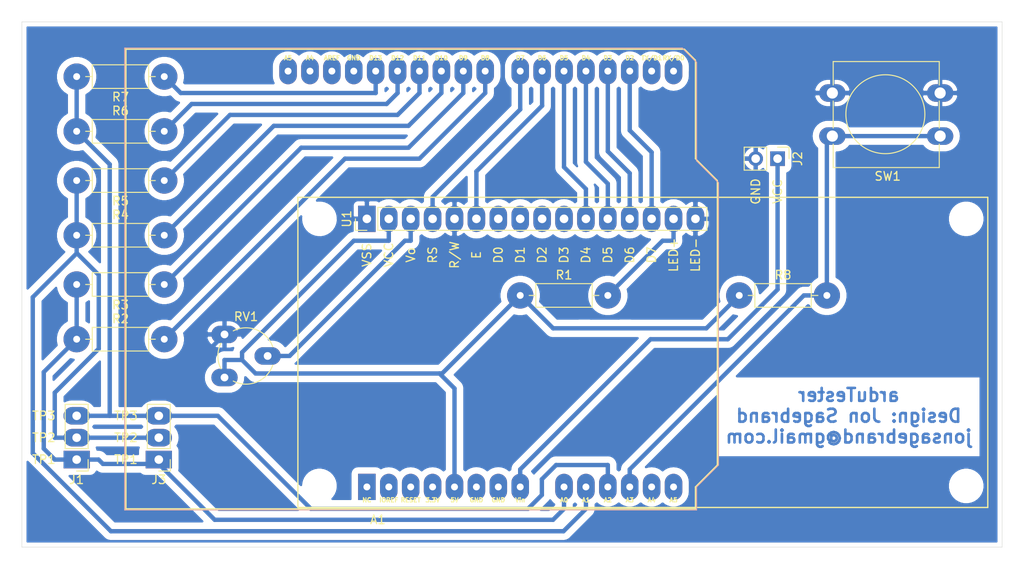
<source format=kicad_pcb>
(kicad_pcb (version 20171130) (host pcbnew 5.1.9-73d0e3b20d~88~ubuntu20.04.1)

  (general
    (thickness 1.6)
    (drawings 5)
    (tracks 146)
    (zones 0)
    (modules 15)
    (nets 39)
  )

  (page A4)
  (layers
    (0 F.Cu signal)
    (31 B.Cu signal)
    (32 B.Adhes user)
    (33 F.Adhes user)
    (34 B.Paste user)
    (35 F.Paste user)
    (36 B.SilkS user)
    (37 F.SilkS user)
    (38 B.Mask user)
    (39 F.Mask user)
    (40 Dwgs.User user)
    (41 Cmts.User user)
    (42 Eco1.User user)
    (43 Eco2.User user)
    (44 Edge.Cuts user)
    (45 Margin user)
    (46 B.CrtYd user)
    (47 F.CrtYd user)
    (48 B.Fab user)
    (49 F.Fab user)
  )

  (setup
    (last_trace_width 0.508)
    (trace_clearance 0.762)
    (zone_clearance 0.508)
    (zone_45_only no)
    (trace_min 0.2)
    (via_size 2.032)
    (via_drill 0.4)
    (via_min_size 0.4)
    (via_min_drill 0.3)
    (uvia_size 0.3)
    (uvia_drill 0.1)
    (uvias_allowed no)
    (uvia_min_size 0.2)
    (uvia_min_drill 0.1)
    (edge_width 0.05)
    (segment_width 0.2)
    (pcb_text_width 0.3)
    (pcb_text_size 1.5 1.5)
    (mod_edge_width 0.12)
    (mod_text_size 1 1)
    (mod_text_width 0.15)
    (pad_size 1.524 1.524)
    (pad_drill 0.762)
    (pad_to_mask_clearance 0)
    (aux_axis_origin 0 0)
    (visible_elements FFFFFF7F)
    (pcbplotparams
      (layerselection 0x010fc_ffffffff)
      (usegerberextensions false)
      (usegerberattributes true)
      (usegerberadvancedattributes true)
      (creategerberjobfile true)
      (excludeedgelayer true)
      (linewidth 0.100000)
      (plotframeref false)
      (viasonmask false)
      (mode 1)
      (useauxorigin false)
      (hpglpennumber 1)
      (hpglpenspeed 20)
      (hpglpendiameter 15.000000)
      (psnegative false)
      (psa4output false)
      (plotreference true)
      (plotvalue true)
      (plotinvisibletext false)
      (padsonsilk false)
      (subtractmaskfromsilk false)
      (outputformat 1)
      (mirror false)
      (drillshape 1)
      (scaleselection 1)
      (outputdirectory ""))
  )

  (net 0 "")
  (net 1 "Net-(A1-Pad16)")
  (net 2 "Net-(A1-Pad15)")
  (net 3 "Net-(A1-Pad30)")
  (net 4 "Net-(A1-Pad14)")
  (net 5 "Net-(A1-Pad13)")
  (net 6 "Net-(A1-Pad28)")
  (net 7 +5V)
  (net 8 "Net-(A1-Pad27)")
  (net 9 TP3)
  (net 10 "Net-(A1-Pad26)")
  (net 11 TP2)
  (net 12 "Net-(A1-Pad25)")
  (net 13 TP1)
  (net 14 "Net-(A1-Pad24)")
  (net 15 "Net-(A1-Pad8)")
  (net 16 "Net-(A1-Pad23)")
  (net 17 "Net-(A1-Pad7)")
  (net 18 "Net-(A1-Pad22)")
  (net 19 "Net-(A1-Pad6)")
  (net 20 "Net-(A1-Pad21)")
  (net 21 "Net-(A1-Pad20)")
  (net 22 "Net-(A1-Pad4)")
  (net 23 "Net-(A1-Pad19)")
  (net 24 "Net-(A1-Pad3)")
  (net 25 "Net-(A1-Pad18)")
  (net 26 "Net-(A1-Pad2)")
  (net 27 "Net-(A1-Pad17)")
  (net 28 "Net-(A1-Pad1)")
  (net 29 "Net-(A1-Pad31)")
  (net 30 "Net-(A1-Pad32)")
  (net 31 GND)
  (net 32 "Net-(R1-Pad2)")
  (net 33 "Net-(RV1-Pad2)")
  (net 34 "Net-(U1-Pad10)")
  (net 35 "Net-(U1-Pad9)")
  (net 36 "Net-(U1-Pad8)")
  (net 37 "Net-(U1-Pad7)")
  (net 38 "Net-(A1-Pad12)")

  (net_class Default "This is the default net class."
    (clearance 0.762)
    (trace_width 0.508)
    (via_dia 2.032)
    (via_drill 0.4)
    (uvia_dia 0.3)
    (uvia_drill 0.1)
    (add_net +5V)
    (add_net GND)
    (add_net "Net-(A1-Pad1)")
    (add_net "Net-(A1-Pad12)")
    (add_net "Net-(A1-Pad13)")
    (add_net "Net-(A1-Pad14)")
    (add_net "Net-(A1-Pad15)")
    (add_net "Net-(A1-Pad16)")
    (add_net "Net-(A1-Pad17)")
    (add_net "Net-(A1-Pad18)")
    (add_net "Net-(A1-Pad19)")
    (add_net "Net-(A1-Pad2)")
    (add_net "Net-(A1-Pad20)")
    (add_net "Net-(A1-Pad21)")
    (add_net "Net-(A1-Pad22)")
    (add_net "Net-(A1-Pad23)")
    (add_net "Net-(A1-Pad24)")
    (add_net "Net-(A1-Pad25)")
    (add_net "Net-(A1-Pad26)")
    (add_net "Net-(A1-Pad27)")
    (add_net "Net-(A1-Pad28)")
    (add_net "Net-(A1-Pad3)")
    (add_net "Net-(A1-Pad30)")
    (add_net "Net-(A1-Pad31)")
    (add_net "Net-(A1-Pad32)")
    (add_net "Net-(A1-Pad4)")
    (add_net "Net-(A1-Pad6)")
    (add_net "Net-(A1-Pad7)")
    (add_net "Net-(A1-Pad8)")
    (add_net "Net-(R1-Pad2)")
    (add_net "Net-(RV1-Pad2)")
    (add_net "Net-(U1-Pad10)")
    (add_net "Net-(U1-Pad7)")
    (add_net "Net-(U1-Pad8)")
    (add_net "Net-(U1-Pad9)")
    (add_net TP1)
    (add_net TP2)
    (add_net TP3)
  )

  (module My_Misc:R_Axial_DIN0207_L6.3mm_D2.5mm_P10.16mm_Horizontal_larger_pads (layer F.Cu) (tedit 5E4D8416) (tstamp 6020776F)
    (at 225.425 89.535)
    (descr "Resistor, Axial_DIN0207 series, Axial, Horizontal, pin pitch=10.16mm, 0.25W = 1/4W, length*diameter=6.3*2.5mm^2, http://cdn-reichelt.de/documents/datenblatt/B400/1_4W%23YAG.pdf")
    (tags "Resistor Axial_DIN0207 series Axial Horizontal pin pitch 10.16mm 0.25W = 1/4W length 6.3mm diameter 2.5mm")
    (path /60206E23)
    (fp_text reference R8 (at 5.08 -2.37) (layer F.SilkS)
      (effects (font (size 1 1) (thickness 0.15)))
    )
    (fp_text value 10k (at 5.08 2.37) (layer F.Fab) hide
      (effects (font (size 1 1) (thickness 0.15)))
    )
    (fp_line (start 11.21 -1.5) (end -1.05 -1.5) (layer F.CrtYd) (width 0.05))
    (fp_line (start 11.21 1.5) (end 11.21 -1.5) (layer F.CrtYd) (width 0.05))
    (fp_line (start -1.05 1.5) (end 11.21 1.5) (layer F.CrtYd) (width 0.05))
    (fp_line (start -1.05 -1.5) (end -1.05 1.5) (layer F.CrtYd) (width 0.05))
    (fp_line (start 9.12 0) (end 8.35 0) (layer F.SilkS) (width 0.12))
    (fp_line (start 1.04 0) (end 1.81 0) (layer F.SilkS) (width 0.12))
    (fp_line (start 8.35 -1.37) (end 1.81 -1.37) (layer F.SilkS) (width 0.12))
    (fp_line (start 8.35 1.37) (end 8.35 -1.37) (layer F.SilkS) (width 0.12))
    (fp_line (start 1.81 1.37) (end 8.35 1.37) (layer F.SilkS) (width 0.12))
    (fp_line (start 1.81 -1.37) (end 1.81 1.37) (layer F.SilkS) (width 0.12))
    (fp_line (start 10.16 0) (end 8.23 0) (layer F.Fab) (width 0.1))
    (fp_line (start 0 0) (end 1.93 0) (layer F.Fab) (width 0.1))
    (fp_line (start 8.23 -1.25) (end 1.93 -1.25) (layer F.Fab) (width 0.1))
    (fp_line (start 8.23 1.25) (end 8.23 -1.25) (layer F.Fab) (width 0.1))
    (fp_line (start 1.93 1.25) (end 8.23 1.25) (layer F.Fab) (width 0.1))
    (fp_line (start 1.93 -1.25) (end 1.93 1.25) (layer F.Fab) (width 0.1))
    (fp_text user %R (at 5.08 0) (layer F.Fab)
      (effects (font (size 1 1) (thickness 0.15)))
    )
    (pad 1 thru_hole circle (at 0 0) (size 3.048 3.048) (drill 0.8) (layers *.Cu *.Mask)
      (net 7 +5V))
    (pad 2 thru_hole circle (at 10.16 0) (size 3.048 3.048) (drill 0.8) (layers *.Cu *.Mask)
      (net 38 "Net-(A1-Pad12)"))
    (model ${KISYS3DMOD}/Resistor_THT.3dshapes/R_Axial_DIN0207_L6.3mm_D2.5mm_P10.16mm_Horizontal.wrl
      (at (xyz 0 0 0))
      (scale (xyz 1 1 1))
      (rotate (xyz 0 0 0))
    )
  )

  (module My_Parts:LCD_16x2_large (layer F.Cu) (tedit 601F1720) (tstamp 601F84D5)
    (at 182.245 80.645)
    (descr "Through hole straight pin header, 1x16, 2.54mm pitch, single row")
    (tags "Through hole pin header THT 1x16 2.54mm single row")
    (path /601F1CE0)
    (fp_text reference U1 (at -2.33 0 90) (layer F.SilkS)
      (effects (font (size 1 1) (thickness 0.15)))
    )
    (fp_text value LCD_HD44780 (at 52.5 31 180) (layer F.Fab) hide
      (effects (font (size 1 1) (thickness 0.15)))
    )
    (fp_line (start -1.8 -1.8) (end -1.8 1.8) (layer F.CrtYd) (width 0.05))
    (fp_line (start 39.9 -1.8) (end -1.8 -1.8) (layer F.CrtYd) (width 0.05))
    (fp_line (start 39.9 1.8) (end 39.9 -1.8) (layer F.CrtYd) (width 0.05))
    (fp_line (start -1.8 1.8) (end 39.9 1.8) (layer F.CrtYd) (width 0.05))
    (fp_line (start -1.33 1.33) (end -1.33 0) (layer F.SilkS) (width 0.12))
    (fp_line (start 0 1.33) (end -1.33 1.33) (layer F.SilkS) (width 0.12))
    (fp_line (start 1.27 1.33) (end 1.27 -1.33) (layer F.SilkS) (width 0.12))
    (fp_line (start 1.27 -1.33) (end 39.43 -1.33) (layer F.SilkS) (width 0.12))
    (fp_line (start 1.27 1.33) (end 39.43 1.33) (layer F.SilkS) (width 0.12))
    (fp_line (start 39.43 1.33) (end 39.43 -1.33) (layer F.SilkS) (width 0.12))
    (fp_line (start -0.635 1.27) (end -1.27 0.635) (layer F.Fab) (width 0.1))
    (fp_line (start 39.37 1.27) (end -0.635 1.27) (layer F.Fab) (width 0.1))
    (fp_line (start 39.37 -1.27) (end 39.37 1.27) (layer F.Fab) (width 0.1))
    (fp_line (start -1.27 -1.27) (end 39.37 -1.27) (layer F.Fab) (width 0.1))
    (fp_line (start -1.27 0.635) (end -1.27 -1.27) (layer F.Fab) (width 0.1))
    (fp_line (start -8 -2.5) (end -8 33.5) (layer F.SilkS) (width 0.15))
    (fp_line (start -8 33.5) (end 72 33.5) (layer F.SilkS) (width 0.15))
    (fp_line (start 72 33.5) (end 72 -2.5) (layer F.SilkS) (width 0.15))
    (fp_line (start 72 -2.5) (end -8 -2.5) (layer F.SilkS) (width 0.15))
    (fp_text user LED- (at 38.1 4.19 90) (layer F.SilkS)
      (effects (font (size 1 1) (thickness 0.15)))
    )
    (fp_text user LED+ (at 35.56 4.19 90) (layer F.SilkS)
      (effects (font (size 1 1) (thickness 0.15)))
    )
    (fp_text user D7 (at 33.02 4.19 90) (layer F.SilkS)
      (effects (font (size 1 1) (thickness 0.15)))
    )
    (fp_text user D6 (at 30.48 4.19 90) (layer F.SilkS)
      (effects (font (size 1 1) (thickness 0.15)))
    )
    (fp_text user D5 (at 27.94 4.19 90) (layer F.SilkS)
      (effects (font (size 1 1) (thickness 0.15)))
    )
    (fp_text user D4 (at 25.4 4.19 90) (layer F.SilkS)
      (effects (font (size 1 1) (thickness 0.15)))
    )
    (fp_text user D3 (at 22.86 4.19 90) (layer F.SilkS)
      (effects (font (size 1 1) (thickness 0.15)))
    )
    (fp_text user D2 (at 20.32 4.19 90) (layer F.SilkS)
      (effects (font (size 1 1) (thickness 0.15)))
    )
    (fp_text user D1 (at 17.78 4.19 90) (layer F.SilkS)
      (effects (font (size 1 1) (thickness 0.15)))
    )
    (fp_text user D0 (at 15.24 4.19 90) (layer F.SilkS)
      (effects (font (size 1 1) (thickness 0.15)))
    )
    (fp_text user E (at 12.7 4.19 90) (layer F.SilkS)
      (effects (font (size 1 1) (thickness 0.15)))
    )
    (fp_text user R/W (at 10.16 4.19 90) (layer F.SilkS)
      (effects (font (size 1 1) (thickness 0.15)))
    )
    (fp_text user RS (at 7.62 4.19 90) (layer F.SilkS)
      (effects (font (size 1 1) (thickness 0.15)))
    )
    (fp_text user Vo (at 5.08 4.19 90) (layer F.SilkS)
      (effects (font (size 1 1) (thickness 0.15)))
    )
    (fp_text user VCC (at 2.54 4.19 90) (layer F.SilkS)
      (effects (font (size 1 1) (thickness 0.15)))
    )
    (fp_text user VSS (at 0 4.19 90) (layer F.SilkS)
      (effects (font (size 1 1) (thickness 0.15)))
    )
    (pad "" np_thru_hole circle (at 69.5 0) (size 2.5 2.5) (drill 2.5) (layers *.Cu *.Mask))
    (pad "" np_thru_hole circle (at 69.5 31) (size 2.5 2.5) (drill 2.5) (layers *.Cu *.Mask))
    (pad "" np_thru_hole circle (at -5.5 31) (size 2.5 2.5) (drill 2.5) (layers *.Cu *.Mask))
    (pad "" np_thru_hole circle (at -5.5 0) (size 2.5 2.5) (drill 2.5) (layers *.Cu *.Mask))
    (pad 16 thru_hole oval (at 38.1 0 90) (size 3.048 2.032) (drill 1) (layers *.Cu *.Mask)
      (net 31 GND))
    (pad 15 thru_hole oval (at 35.56 0 90) (size 3.048 2.032) (drill 1) (layers *.Cu *.Mask)
      (net 32 "Net-(R1-Pad2)"))
    (pad 14 thru_hole oval (at 33.02 0 90) (size 3.048 2.032) (drill 1) (layers *.Cu *.Mask)
      (net 27 "Net-(A1-Pad17)"))
    (pad 13 thru_hole oval (at 30.48 0 90) (size 3.048 2.032) (drill 1) (layers *.Cu *.Mask)
      (net 25 "Net-(A1-Pad18)"))
    (pad 12 thru_hole oval (at 27.94 0 90) (size 3.048 2.032) (drill 1) (layers *.Cu *.Mask)
      (net 23 "Net-(A1-Pad19)"))
    (pad 11 thru_hole oval (at 25.4 0 90) (size 3.048 2.032) (drill 1) (layers *.Cu *.Mask)
      (net 21 "Net-(A1-Pad20)"))
    (pad 10 thru_hole oval (at 22.86 0 90) (size 3.048 2.032) (drill 1) (layers *.Cu *.Mask)
      (net 34 "Net-(U1-Pad10)"))
    (pad 9 thru_hole oval (at 20.32 0 90) (size 3.048 2.032) (drill 1) (layers *.Cu *.Mask)
      (net 35 "Net-(U1-Pad9)"))
    (pad 8 thru_hole oval (at 17.78 0 90) (size 3.048 2.032) (drill 1) (layers *.Cu *.Mask)
      (net 36 "Net-(U1-Pad8)"))
    (pad 7 thru_hole oval (at 15.24 0 90) (size 3.048 2.032) (drill 1) (layers *.Cu *.Mask)
      (net 37 "Net-(U1-Pad7)"))
    (pad 6 thru_hole oval (at 12.7 0 90) (size 3.048 2.032) (drill 1) (layers *.Cu *.Mask)
      (net 20 "Net-(A1-Pad21)"))
    (pad 5 thru_hole oval (at 10.16 0 90) (size 3.048 2.032) (drill 1) (layers *.Cu *.Mask)
      (net 31 GND))
    (pad 4 thru_hole oval (at 7.62 0 90) (size 3.048 2.032) (drill 1) (layers *.Cu *.Mask)
      (net 18 "Net-(A1-Pad22)"))
    (pad 3 thru_hole oval (at 5.08 0 90) (size 3.048 2.032) (drill 1) (layers *.Cu *.Mask)
      (net 33 "Net-(RV1-Pad2)"))
    (pad 2 thru_hole oval (at 2.54 0 90) (size 3.048 2.032) (drill 1) (layers *.Cu *.Mask)
      (net 7 +5V))
    (pad 1 thru_hole rect (at 0 0 90) (size 3.048 2.032) (drill 1) (layers *.Cu *.Mask)
      (net 31 GND))
    (model ${KISYS3DMOD}/Connector_PinHeader_2.54mm.3dshapes/PinHeader_1x16_P2.54mm_Vertical.wrl
      (at (xyz 0 0 0))
      (scale (xyz 1 1 1))
      (rotate (xyz 0 0 0))
    )
  )

  (module My_Misc:SW_PUSH-12mm_large (layer F.Cu) (tedit 601F1C2A) (tstamp 601F849A)
    (at 248.72 71.04 180)
    (descr "SW PUSH 12mm https://www.e-switch.com/system/asset/product_line/data_sheet/143/TL1100.pdf")
    (tags "tact sw push 12mm")
    (path /602482DF)
    (fp_text reference SW1 (at 6.08 -4.66) (layer F.SilkS)
      (effects (font (size 1 1) (thickness 0.15)))
    )
    (fp_text value SW_Push (at 6.62 9.93) (layer F.Fab)
      (effects (font (size 1 1) (thickness 0.15)))
    )
    (fp_line (start 0.25 8.5) (end 12.25 8.5) (layer F.Fab) (width 0.1))
    (fp_line (start 0.25 -3.5) (end 12.25 -3.5) (layer F.Fab) (width 0.1))
    (fp_line (start 12.25 -3.5) (end 12.25 8.5) (layer F.Fab) (width 0.1))
    (fp_line (start 0.1 -3.65) (end 12.4 -3.65) (layer F.SilkS) (width 0.12))
    (fp_line (start 12.4 0.93) (end 12.4 4.07) (layer F.SilkS) (width 0.12))
    (fp_line (start 12.4 8.65) (end 0.1 8.65) (layer F.SilkS) (width 0.12))
    (fp_line (start 0.1 -0.93) (end 0.1 -3.65) (layer F.SilkS) (width 0.12))
    (fp_line (start -1.77 -3.75) (end 14.25 -3.75) (layer F.CrtYd) (width 0.05))
    (fp_line (start -1.77 -3.75) (end -1.77 8.75) (layer F.CrtYd) (width 0.05))
    (fp_line (start 14.25 8.75) (end 14.25 -3.75) (layer F.CrtYd) (width 0.05))
    (fp_line (start 14.25 8.75) (end -1.77 8.75) (layer F.CrtYd) (width 0.05))
    (fp_circle (center 6.35 2.54) (end 10.16 5.08) (layer F.SilkS) (width 0.12))
    (fp_line (start 0.25 -3.5) (end 0.25 8.5) (layer F.Fab) (width 0.1))
    (fp_line (start 0.1 8.65) (end 0.1 5.93) (layer F.SilkS) (width 0.12))
    (fp_line (start 0.1 4.07) (end 0.1 0.93) (layer F.SilkS) (width 0.12))
    (fp_line (start 12.4 5.93) (end 12.4 8.65) (layer F.SilkS) (width 0.12))
    (fp_line (start 12.4 -3.65) (end 12.4 -0.93) (layer F.SilkS) (width 0.12))
    (fp_text user %R (at 6.35 2.54) (layer F.Fab)
      (effects (font (size 1 1) (thickness 0.15)))
    )
    (pad 2 thru_hole oval (at 0 5 180) (size 3.048 2.032) (drill 1.3) (layers *.Cu *.Mask)
      (net 31 GND))
    (pad 1 thru_hole oval (at 0 0 180) (size 3.048 2.032) (drill 1.3) (layers *.Cu *.Mask)
      (net 38 "Net-(A1-Pad12)"))
    (pad 2 thru_hole oval (at 12.5 5 180) (size 3.048 2.032) (drill 1.3) (layers *.Cu *.Mask)
      (net 31 GND))
    (pad 1 thru_hole oval (at 12.5 0 180) (size 3.048 2.032) (drill 1.3) (layers *.Cu *.Mask)
      (net 38 "Net-(A1-Pad12)"))
    (model ${KISYS3DMOD}/Button_Switch_THT.3dshapes/SW_PUSH-12mm.wrl
      (at (xyz 0 0 0))
      (scale (xyz 1 1 1))
      (rotate (xyz 0 0 0))
    )
  )

  (module My_Misc:Potentiometer_Piher_PT-6-V_Vertical_larger_pads (layer F.Cu) (tedit 5E56A38A) (tstamp 601F8480)
    (at 165.735 99.06)
    (descr "Potentiometer, vertical, Piher PT-6-V, http://www.piher-nacesa.com/pdf/11-PT6v03.pdf")
    (tags "Potentiometer vertical Piher PT-6-V")
    (path /60204DB7)
    (fp_text reference RV1 (at 2.5 -7.06) (layer F.SilkS)
      (effects (font (size 1 1) (thickness 0.15)))
    )
    (fp_text value 10k (at 2.5 2.06) (layer F.Fab)
      (effects (font (size 1 1) (thickness 0.15)))
    )
    (fp_line (start 6.1 -6.1) (end -1.1 -6.1) (layer F.CrtYd) (width 0.05))
    (fp_line (start 6.1 1.1) (end 6.1 -6.1) (layer F.CrtYd) (width 0.05))
    (fp_line (start -1.1 1.1) (end 6.1 1.1) (layer F.CrtYd) (width 0.05))
    (fp_line (start -1.1 -6.1) (end -1.1 1.1) (layer F.CrtYd) (width 0.05))
    (fp_circle (center 2.5 -2.5) (end 3.4 -2.5) (layer F.Fab) (width 0.1))
    (fp_circle (center 2.5 -2.5) (end 5.65 -2.5) (layer F.Fab) (width 0.1))
    (fp_text user %R (at 0.55 -2.5 90) (layer F.Fab)
      (effects (font (size 1 1) (thickness 0.15)))
    )
    (fp_arc (start 2.5 -2.5) (end 1.015 0.414) (angle -28) (layer F.SilkS) (width 0.12))
    (fp_arc (start 2.5 -2.5) (end -0.414 -3.984) (angle -54) (layer F.SilkS) (width 0.12))
    (fp_arc (start 2.5 -2.5) (end 5.592 -3.564) (angle -98) (layer F.SilkS) (width 0.12))
    (fp_arc (start 2.5 -2.5) (end 2.5 0.77) (angle -71) (layer F.SilkS) (width 0.12))
    (pad 1 thru_hole oval (at 0 0) (size 3.048 2.032) (drill 0.9) (layers *.Cu *.Mask)
      (net 7 +5V))
    (pad 2 thru_hole oval (at 5 -2.5) (size 3.048 2.032) (drill 0.9) (layers *.Cu *.Mask)
      (net 33 "Net-(RV1-Pad2)"))
    (pad 3 thru_hole oval (at 0 -5) (size 3.048 2.032) (drill 0.9) (layers *.Cu *.Mask)
      (net 31 GND))
    (model ${KISYS3DMOD}/Potentiometer_THT.3dshapes/Potentiometer_Piher_PT-6-V_Vertical.wrl
      (at (xyz 0 0 0))
      (scale (xyz 1 1 1))
      (rotate (xyz 0 0 0))
    )
  )

  (module My_Misc:R_Axial_DIN0207_L6.3mm_D2.5mm_P10.16mm_Horizontal_larger_pads (layer F.Cu) (tedit 5E4D8416) (tstamp 601F846E)
    (at 158.75 64.135 180)
    (descr "Resistor, Axial_DIN0207 series, Axial, Horizontal, pin pitch=10.16mm, 0.25W = 1/4W, length*diameter=6.3*2.5mm^2, http://cdn-reichelt.de/documents/datenblatt/B400/1_4W%23YAG.pdf")
    (tags "Resistor Axial_DIN0207 series Axial Horizontal pin pitch 10.16mm 0.25W = 1/4W length 6.3mm diameter 2.5mm")
    (path /6021566A)
    (fp_text reference R7 (at 5.08 -2.37) (layer F.SilkS)
      (effects (font (size 1 1) (thickness 0.15)))
    )
    (fp_text value 470k (at 5.08 2.37) (layer F.Fab) hide
      (effects (font (size 1 1) (thickness 0.15)))
    )
    (fp_line (start 11.21 -1.5) (end -1.05 -1.5) (layer F.CrtYd) (width 0.05))
    (fp_line (start 11.21 1.5) (end 11.21 -1.5) (layer F.CrtYd) (width 0.05))
    (fp_line (start -1.05 1.5) (end 11.21 1.5) (layer F.CrtYd) (width 0.05))
    (fp_line (start -1.05 -1.5) (end -1.05 1.5) (layer F.CrtYd) (width 0.05))
    (fp_line (start 9.12 0) (end 8.35 0) (layer F.SilkS) (width 0.12))
    (fp_line (start 1.04 0) (end 1.81 0) (layer F.SilkS) (width 0.12))
    (fp_line (start 8.35 -1.37) (end 1.81 -1.37) (layer F.SilkS) (width 0.12))
    (fp_line (start 8.35 1.37) (end 8.35 -1.37) (layer F.SilkS) (width 0.12))
    (fp_line (start 1.81 1.37) (end 8.35 1.37) (layer F.SilkS) (width 0.12))
    (fp_line (start 1.81 -1.37) (end 1.81 1.37) (layer F.SilkS) (width 0.12))
    (fp_line (start 10.16 0) (end 8.23 0) (layer F.Fab) (width 0.1))
    (fp_line (start 0 0) (end 1.93 0) (layer F.Fab) (width 0.1))
    (fp_line (start 8.23 -1.25) (end 1.93 -1.25) (layer F.Fab) (width 0.1))
    (fp_line (start 8.23 1.25) (end 8.23 -1.25) (layer F.Fab) (width 0.1))
    (fp_line (start 1.93 1.25) (end 8.23 1.25) (layer F.Fab) (width 0.1))
    (fp_line (start 1.93 -1.25) (end 1.93 1.25) (layer F.Fab) (width 0.1))
    (fp_text user %R (at 5.08 0) (layer F.Fab)
      (effects (font (size 1 1) (thickness 0.15)))
    )
    (pad 2 thru_hole circle (at 10.16 0 180) (size 3.048 3.048) (drill 0.8) (layers *.Cu *.Mask)
      (net 9 TP3))
    (pad 1 thru_hole circle (at 0 0 180) (size 3.048 3.048) (drill 0.8) (layers *.Cu *.Mask)
      (net 6 "Net-(A1-Pad28)"))
    (model ${KISYS3DMOD}/Resistor_THT.3dshapes/R_Axial_DIN0207_L6.3mm_D2.5mm_P10.16mm_Horizontal.wrl
      (at (xyz 0 0 0))
      (scale (xyz 1 1 1))
      (rotate (xyz 0 0 0))
    )
  )

  (module My_Misc:R_Axial_DIN0207_L6.3mm_D2.5mm_P10.16mm_Horizontal_larger_pads (layer F.Cu) (tedit 5E4D8416) (tstamp 601F8457)
    (at 148.59 70.485)
    (descr "Resistor, Axial_DIN0207 series, Axial, Horizontal, pin pitch=10.16mm, 0.25W = 1/4W, length*diameter=6.3*2.5mm^2, http://cdn-reichelt.de/documents/datenblatt/B400/1_4W%23YAG.pdf")
    (tags "Resistor Axial_DIN0207 series Axial Horizontal pin pitch 10.16mm 0.25W = 1/4W length 6.3mm diameter 2.5mm")
    (path /60215664)
    (fp_text reference R6 (at 5.08 -2.37) (layer F.SilkS)
      (effects (font (size 1 1) (thickness 0.15)))
    )
    (fp_text value 680R (at 5.08 2.37) (layer F.Fab) hide
      (effects (font (size 1 1) (thickness 0.15)))
    )
    (fp_line (start 11.21 -1.5) (end -1.05 -1.5) (layer F.CrtYd) (width 0.05))
    (fp_line (start 11.21 1.5) (end 11.21 -1.5) (layer F.CrtYd) (width 0.05))
    (fp_line (start -1.05 1.5) (end 11.21 1.5) (layer F.CrtYd) (width 0.05))
    (fp_line (start -1.05 -1.5) (end -1.05 1.5) (layer F.CrtYd) (width 0.05))
    (fp_line (start 9.12 0) (end 8.35 0) (layer F.SilkS) (width 0.12))
    (fp_line (start 1.04 0) (end 1.81 0) (layer F.SilkS) (width 0.12))
    (fp_line (start 8.35 -1.37) (end 1.81 -1.37) (layer F.SilkS) (width 0.12))
    (fp_line (start 8.35 1.37) (end 8.35 -1.37) (layer F.SilkS) (width 0.12))
    (fp_line (start 1.81 1.37) (end 8.35 1.37) (layer F.SilkS) (width 0.12))
    (fp_line (start 1.81 -1.37) (end 1.81 1.37) (layer F.SilkS) (width 0.12))
    (fp_line (start 10.16 0) (end 8.23 0) (layer F.Fab) (width 0.1))
    (fp_line (start 0 0) (end 1.93 0) (layer F.Fab) (width 0.1))
    (fp_line (start 8.23 -1.25) (end 1.93 -1.25) (layer F.Fab) (width 0.1))
    (fp_line (start 8.23 1.25) (end 8.23 -1.25) (layer F.Fab) (width 0.1))
    (fp_line (start 1.93 1.25) (end 8.23 1.25) (layer F.Fab) (width 0.1))
    (fp_line (start 1.93 -1.25) (end 1.93 1.25) (layer F.Fab) (width 0.1))
    (fp_text user %R (at 5.08 0) (layer F.Fab)
      (effects (font (size 1 1) (thickness 0.15)))
    )
    (pad 2 thru_hole circle (at 10.16 0) (size 3.048 3.048) (drill 0.8) (layers *.Cu *.Mask)
      (net 8 "Net-(A1-Pad27)"))
    (pad 1 thru_hole circle (at 0 0) (size 3.048 3.048) (drill 0.8) (layers *.Cu *.Mask)
      (net 9 TP3))
    (model ${KISYS3DMOD}/Resistor_THT.3dshapes/R_Axial_DIN0207_L6.3mm_D2.5mm_P10.16mm_Horizontal.wrl
      (at (xyz 0 0 0))
      (scale (xyz 1 1 1))
      (rotate (xyz 0 0 0))
    )
  )

  (module My_Misc:R_Axial_DIN0207_L6.3mm_D2.5mm_P10.16mm_Horizontal_larger_pads (layer F.Cu) (tedit 5E4D8416) (tstamp 601F8440)
    (at 158.75 76.2 180)
    (descr "Resistor, Axial_DIN0207 series, Axial, Horizontal, pin pitch=10.16mm, 0.25W = 1/4W, length*diameter=6.3*2.5mm^2, http://cdn-reichelt.de/documents/datenblatt/B400/1_4W%23YAG.pdf")
    (tags "Resistor Axial_DIN0207 series Axial Horizontal pin pitch 10.16mm 0.25W = 1/4W length 6.3mm diameter 2.5mm")
    (path /60213C53)
    (fp_text reference R5 (at 5.08 -2.37) (layer F.SilkS)
      (effects (font (size 1 1) (thickness 0.15)))
    )
    (fp_text value 470k (at 5.08 2.37) (layer F.Fab) hide
      (effects (font (size 1 1) (thickness 0.15)))
    )
    (fp_line (start 11.21 -1.5) (end -1.05 -1.5) (layer F.CrtYd) (width 0.05))
    (fp_line (start 11.21 1.5) (end 11.21 -1.5) (layer F.CrtYd) (width 0.05))
    (fp_line (start -1.05 1.5) (end 11.21 1.5) (layer F.CrtYd) (width 0.05))
    (fp_line (start -1.05 -1.5) (end -1.05 1.5) (layer F.CrtYd) (width 0.05))
    (fp_line (start 9.12 0) (end 8.35 0) (layer F.SilkS) (width 0.12))
    (fp_line (start 1.04 0) (end 1.81 0) (layer F.SilkS) (width 0.12))
    (fp_line (start 8.35 -1.37) (end 1.81 -1.37) (layer F.SilkS) (width 0.12))
    (fp_line (start 8.35 1.37) (end 8.35 -1.37) (layer F.SilkS) (width 0.12))
    (fp_line (start 1.81 1.37) (end 8.35 1.37) (layer F.SilkS) (width 0.12))
    (fp_line (start 1.81 -1.37) (end 1.81 1.37) (layer F.SilkS) (width 0.12))
    (fp_line (start 10.16 0) (end 8.23 0) (layer F.Fab) (width 0.1))
    (fp_line (start 0 0) (end 1.93 0) (layer F.Fab) (width 0.1))
    (fp_line (start 8.23 -1.25) (end 1.93 -1.25) (layer F.Fab) (width 0.1))
    (fp_line (start 8.23 1.25) (end 8.23 -1.25) (layer F.Fab) (width 0.1))
    (fp_line (start 1.93 1.25) (end 8.23 1.25) (layer F.Fab) (width 0.1))
    (fp_line (start 1.93 -1.25) (end 1.93 1.25) (layer F.Fab) (width 0.1))
    (fp_text user %R (at 5.08 0) (layer F.Fab)
      (effects (font (size 1 1) (thickness 0.15)))
    )
    (pad 2 thru_hole circle (at 10.16 0 180) (size 3.048 3.048) (drill 0.8) (layers *.Cu *.Mask)
      (net 11 TP2))
    (pad 1 thru_hole circle (at 0 0 180) (size 3.048 3.048) (drill 0.8) (layers *.Cu *.Mask)
      (net 10 "Net-(A1-Pad26)"))
    (model ${KISYS3DMOD}/Resistor_THT.3dshapes/R_Axial_DIN0207_L6.3mm_D2.5mm_P10.16mm_Horizontal.wrl
      (at (xyz 0 0 0))
      (scale (xyz 1 1 1))
      (rotate (xyz 0 0 0))
    )
  )

  (module My_Misc:R_Axial_DIN0207_L6.3mm_D2.5mm_P10.16mm_Horizontal_larger_pads (layer F.Cu) (tedit 5E4D8416) (tstamp 601F8429)
    (at 148.59 82.55)
    (descr "Resistor, Axial_DIN0207 series, Axial, Horizontal, pin pitch=10.16mm, 0.25W = 1/4W, length*diameter=6.3*2.5mm^2, http://cdn-reichelt.de/documents/datenblatt/B400/1_4W%23YAG.pdf")
    (tags "Resistor Axial_DIN0207 series Axial Horizontal pin pitch 10.16mm 0.25W = 1/4W length 6.3mm diameter 2.5mm")
    (path /60213C4D)
    (fp_text reference R4 (at 5.08 -2.37) (layer F.SilkS)
      (effects (font (size 1 1) (thickness 0.15)))
    )
    (fp_text value 680R (at 5.08 2.37) (layer F.Fab) hide
      (effects (font (size 1 1) (thickness 0.15)))
    )
    (fp_line (start 11.21 -1.5) (end -1.05 -1.5) (layer F.CrtYd) (width 0.05))
    (fp_line (start 11.21 1.5) (end 11.21 -1.5) (layer F.CrtYd) (width 0.05))
    (fp_line (start -1.05 1.5) (end 11.21 1.5) (layer F.CrtYd) (width 0.05))
    (fp_line (start -1.05 -1.5) (end -1.05 1.5) (layer F.CrtYd) (width 0.05))
    (fp_line (start 9.12 0) (end 8.35 0) (layer F.SilkS) (width 0.12))
    (fp_line (start 1.04 0) (end 1.81 0) (layer F.SilkS) (width 0.12))
    (fp_line (start 8.35 -1.37) (end 1.81 -1.37) (layer F.SilkS) (width 0.12))
    (fp_line (start 8.35 1.37) (end 8.35 -1.37) (layer F.SilkS) (width 0.12))
    (fp_line (start 1.81 1.37) (end 8.35 1.37) (layer F.SilkS) (width 0.12))
    (fp_line (start 1.81 -1.37) (end 1.81 1.37) (layer F.SilkS) (width 0.12))
    (fp_line (start 10.16 0) (end 8.23 0) (layer F.Fab) (width 0.1))
    (fp_line (start 0 0) (end 1.93 0) (layer F.Fab) (width 0.1))
    (fp_line (start 8.23 -1.25) (end 1.93 -1.25) (layer F.Fab) (width 0.1))
    (fp_line (start 8.23 1.25) (end 8.23 -1.25) (layer F.Fab) (width 0.1))
    (fp_line (start 1.93 1.25) (end 8.23 1.25) (layer F.Fab) (width 0.1))
    (fp_line (start 1.93 -1.25) (end 1.93 1.25) (layer F.Fab) (width 0.1))
    (fp_text user %R (at 5.08 0) (layer F.Fab)
      (effects (font (size 1 1) (thickness 0.15)))
    )
    (pad 2 thru_hole circle (at 10.16 0) (size 3.048 3.048) (drill 0.8) (layers *.Cu *.Mask)
      (net 12 "Net-(A1-Pad25)"))
    (pad 1 thru_hole circle (at 0 0) (size 3.048 3.048) (drill 0.8) (layers *.Cu *.Mask)
      (net 11 TP2))
    (model ${KISYS3DMOD}/Resistor_THT.3dshapes/R_Axial_DIN0207_L6.3mm_D2.5mm_P10.16mm_Horizontal.wrl
      (at (xyz 0 0 0))
      (scale (xyz 1 1 1))
      (rotate (xyz 0 0 0))
    )
  )

  (module My_Misc:R_Axial_DIN0207_L6.3mm_D2.5mm_P10.16mm_Horizontal_larger_pads (layer F.Cu) (tedit 5E4D8416) (tstamp 601F8412)
    (at 158.75 88.265 180)
    (descr "Resistor, Axial_DIN0207 series, Axial, Horizontal, pin pitch=10.16mm, 0.25W = 1/4W, length*diameter=6.3*2.5mm^2, http://cdn-reichelt.de/documents/datenblatt/B400/1_4W%23YAG.pdf")
    (tags "Resistor Axial_DIN0207 series Axial Horizontal pin pitch 10.16mm 0.25W = 1/4W length 6.3mm diameter 2.5mm")
    (path /60211932)
    (fp_text reference R3 (at 5.08 -2.37) (layer F.SilkS)
      (effects (font (size 1 1) (thickness 0.15)))
    )
    (fp_text value 470k (at 5.08 2.37) (layer F.Fab) hide
      (effects (font (size 1 1) (thickness 0.15)))
    )
    (fp_line (start 11.21 -1.5) (end -1.05 -1.5) (layer F.CrtYd) (width 0.05))
    (fp_line (start 11.21 1.5) (end 11.21 -1.5) (layer F.CrtYd) (width 0.05))
    (fp_line (start -1.05 1.5) (end 11.21 1.5) (layer F.CrtYd) (width 0.05))
    (fp_line (start -1.05 -1.5) (end -1.05 1.5) (layer F.CrtYd) (width 0.05))
    (fp_line (start 9.12 0) (end 8.35 0) (layer F.SilkS) (width 0.12))
    (fp_line (start 1.04 0) (end 1.81 0) (layer F.SilkS) (width 0.12))
    (fp_line (start 8.35 -1.37) (end 1.81 -1.37) (layer F.SilkS) (width 0.12))
    (fp_line (start 8.35 1.37) (end 8.35 -1.37) (layer F.SilkS) (width 0.12))
    (fp_line (start 1.81 1.37) (end 8.35 1.37) (layer F.SilkS) (width 0.12))
    (fp_line (start 1.81 -1.37) (end 1.81 1.37) (layer F.SilkS) (width 0.12))
    (fp_line (start 10.16 0) (end 8.23 0) (layer F.Fab) (width 0.1))
    (fp_line (start 0 0) (end 1.93 0) (layer F.Fab) (width 0.1))
    (fp_line (start 8.23 -1.25) (end 1.93 -1.25) (layer F.Fab) (width 0.1))
    (fp_line (start 8.23 1.25) (end 8.23 -1.25) (layer F.Fab) (width 0.1))
    (fp_line (start 1.93 1.25) (end 8.23 1.25) (layer F.Fab) (width 0.1))
    (fp_line (start 1.93 -1.25) (end 1.93 1.25) (layer F.Fab) (width 0.1))
    (fp_text user %R (at 5.08 0) (layer F.Fab)
      (effects (font (size 1 1) (thickness 0.15)))
    )
    (pad 2 thru_hole circle (at 10.16 0 180) (size 3.048 3.048) (drill 0.8) (layers *.Cu *.Mask)
      (net 13 TP1))
    (pad 1 thru_hole circle (at 0 0 180) (size 3.048 3.048) (drill 0.8) (layers *.Cu *.Mask)
      (net 14 "Net-(A1-Pad24)"))
    (model ${KISYS3DMOD}/Resistor_THT.3dshapes/R_Axial_DIN0207_L6.3mm_D2.5mm_P10.16mm_Horizontal.wrl
      (at (xyz 0 0 0))
      (scale (xyz 1 1 1))
      (rotate (xyz 0 0 0))
    )
  )

  (module My_Misc:R_Axial_DIN0207_L6.3mm_D2.5mm_P10.16mm_Horizontal_larger_pads (layer F.Cu) (tedit 5E4D8416) (tstamp 601F83FB)
    (at 148.59 94.615)
    (descr "Resistor, Axial_DIN0207 series, Axial, Horizontal, pin pitch=10.16mm, 0.25W = 1/4W, length*diameter=6.3*2.5mm^2, http://cdn-reichelt.de/documents/datenblatt/B400/1_4W%23YAG.pdf")
    (tags "Resistor Axial_DIN0207 series Axial Horizontal pin pitch 10.16mm 0.25W = 1/4W length 6.3mm diameter 2.5mm")
    (path /6020E00C)
    (fp_text reference R2 (at 5.08 -2.37) (layer F.SilkS)
      (effects (font (size 1 1) (thickness 0.15)))
    )
    (fp_text value 680R (at 5.08 2.37) (layer F.Fab) hide
      (effects (font (size 1 1) (thickness 0.15)))
    )
    (fp_line (start 11.21 -1.5) (end -1.05 -1.5) (layer F.CrtYd) (width 0.05))
    (fp_line (start 11.21 1.5) (end 11.21 -1.5) (layer F.CrtYd) (width 0.05))
    (fp_line (start -1.05 1.5) (end 11.21 1.5) (layer F.CrtYd) (width 0.05))
    (fp_line (start -1.05 -1.5) (end -1.05 1.5) (layer F.CrtYd) (width 0.05))
    (fp_line (start 9.12 0) (end 8.35 0) (layer F.SilkS) (width 0.12))
    (fp_line (start 1.04 0) (end 1.81 0) (layer F.SilkS) (width 0.12))
    (fp_line (start 8.35 -1.37) (end 1.81 -1.37) (layer F.SilkS) (width 0.12))
    (fp_line (start 8.35 1.37) (end 8.35 -1.37) (layer F.SilkS) (width 0.12))
    (fp_line (start 1.81 1.37) (end 8.35 1.37) (layer F.SilkS) (width 0.12))
    (fp_line (start 1.81 -1.37) (end 1.81 1.37) (layer F.SilkS) (width 0.12))
    (fp_line (start 10.16 0) (end 8.23 0) (layer F.Fab) (width 0.1))
    (fp_line (start 0 0) (end 1.93 0) (layer F.Fab) (width 0.1))
    (fp_line (start 8.23 -1.25) (end 1.93 -1.25) (layer F.Fab) (width 0.1))
    (fp_line (start 8.23 1.25) (end 8.23 -1.25) (layer F.Fab) (width 0.1))
    (fp_line (start 1.93 1.25) (end 8.23 1.25) (layer F.Fab) (width 0.1))
    (fp_line (start 1.93 -1.25) (end 1.93 1.25) (layer F.Fab) (width 0.1))
    (fp_text user %R (at 5.08 0) (layer F.Fab)
      (effects (font (size 1 1) (thickness 0.15)))
    )
    (pad 2 thru_hole circle (at 10.16 0) (size 3.048 3.048) (drill 0.8) (layers *.Cu *.Mask)
      (net 16 "Net-(A1-Pad23)"))
    (pad 1 thru_hole circle (at 0 0) (size 3.048 3.048) (drill 0.8) (layers *.Cu *.Mask)
      (net 13 TP1))
    (model ${KISYS3DMOD}/Resistor_THT.3dshapes/R_Axial_DIN0207_L6.3mm_D2.5mm_P10.16mm_Horizontal.wrl
      (at (xyz 0 0 0))
      (scale (xyz 1 1 1))
      (rotate (xyz 0 0 0))
    )
  )

  (module My_Misc:R_Axial_DIN0207_L6.3mm_D2.5mm_P10.16mm_Horizontal_larger_pads (layer F.Cu) (tedit 5E4D8416) (tstamp 601F83E4)
    (at 200.025 89.535)
    (descr "Resistor, Axial_DIN0207 series, Axial, Horizontal, pin pitch=10.16mm, 0.25W = 1/4W, length*diameter=6.3*2.5mm^2, http://cdn-reichelt.de/documents/datenblatt/B400/1_4W%23YAG.pdf")
    (tags "Resistor Axial_DIN0207 series Axial Horizontal pin pitch 10.16mm 0.25W = 1/4W length 6.3mm diameter 2.5mm")
    (path /6020AC93)
    (fp_text reference R1 (at 5.08 -2.37) (layer F.SilkS)
      (effects (font (size 1 1) (thickness 0.15)))
    )
    (fp_text value 220R (at 5.08 2.37) (layer F.Fab) hide
      (effects (font (size 1 1) (thickness 0.15)))
    )
    (fp_line (start 11.21 -1.5) (end -1.05 -1.5) (layer F.CrtYd) (width 0.05))
    (fp_line (start 11.21 1.5) (end 11.21 -1.5) (layer F.CrtYd) (width 0.05))
    (fp_line (start -1.05 1.5) (end 11.21 1.5) (layer F.CrtYd) (width 0.05))
    (fp_line (start -1.05 -1.5) (end -1.05 1.5) (layer F.CrtYd) (width 0.05))
    (fp_line (start 9.12 0) (end 8.35 0) (layer F.SilkS) (width 0.12))
    (fp_line (start 1.04 0) (end 1.81 0) (layer F.SilkS) (width 0.12))
    (fp_line (start 8.35 -1.37) (end 1.81 -1.37) (layer F.SilkS) (width 0.12))
    (fp_line (start 8.35 1.37) (end 8.35 -1.37) (layer F.SilkS) (width 0.12))
    (fp_line (start 1.81 1.37) (end 8.35 1.37) (layer F.SilkS) (width 0.12))
    (fp_line (start 1.81 -1.37) (end 1.81 1.37) (layer F.SilkS) (width 0.12))
    (fp_line (start 10.16 0) (end 8.23 0) (layer F.Fab) (width 0.1))
    (fp_line (start 0 0) (end 1.93 0) (layer F.Fab) (width 0.1))
    (fp_line (start 8.23 -1.25) (end 1.93 -1.25) (layer F.Fab) (width 0.1))
    (fp_line (start 8.23 1.25) (end 8.23 -1.25) (layer F.Fab) (width 0.1))
    (fp_line (start 1.93 1.25) (end 8.23 1.25) (layer F.Fab) (width 0.1))
    (fp_line (start 1.93 -1.25) (end 1.93 1.25) (layer F.Fab) (width 0.1))
    (fp_text user %R (at 5.08 0) (layer F.Fab)
      (effects (font (size 1 1) (thickness 0.15)))
    )
    (pad 2 thru_hole circle (at 10.16 0) (size 3.048 3.048) (drill 0.8) (layers *.Cu *.Mask)
      (net 32 "Net-(R1-Pad2)"))
    (pad 1 thru_hole circle (at 0 0) (size 3.048 3.048) (drill 0.8) (layers *.Cu *.Mask)
      (net 7 +5V))
    (model ${KISYS3DMOD}/Resistor_THT.3dshapes/R_Axial_DIN0207_L6.3mm_D2.5mm_P10.16mm_Horizontal.wrl
      (at (xyz 0 0 0))
      (scale (xyz 1 1 1))
      (rotate (xyz 0 0 0))
    )
  )

  (module My_Headers:3-pin_test_header_large (layer F.Cu) (tedit 601F18E3) (tstamp 601F83CD)
    (at 158.115 108.585 180)
    (descr "Through hole straight pin header, 1x03, 2.54mm pitch, single row")
    (tags "Through hole pin header THT 1x03 2.54mm single row")
    (path /601FA8F1)
    (fp_text reference J3 (at 0 -2.33) (layer F.SilkS)
      (effects (font (size 1 1) (thickness 0.15)))
    )
    (fp_text value 3-pin_test_header (at 0 7.41) (layer F.Fab) hide
      (effects (font (size 1 1) (thickness 0.15)))
    )
    (fp_line (start -0.635 -1.27) (end 1.27 -1.27) (layer F.Fab) (width 0.1))
    (fp_line (start 1.27 -1.27) (end 1.27 6.35) (layer F.Fab) (width 0.1))
    (fp_line (start 1.27 6.35) (end -1.27 6.35) (layer F.Fab) (width 0.1))
    (fp_line (start -1.27 6.35) (end -1.27 -0.635) (layer F.Fab) (width 0.1))
    (fp_line (start -1.27 -0.635) (end -0.635 -1.27) (layer F.Fab) (width 0.1))
    (fp_line (start -1.33 6.41) (end 1.33 6.41) (layer F.SilkS) (width 0.12))
    (fp_line (start -1.33 1.27) (end -1.33 6.41) (layer F.SilkS) (width 0.12))
    (fp_line (start 1.33 1.27) (end 1.33 6.41) (layer F.SilkS) (width 0.12))
    (fp_line (start -1.33 1.27) (end 1.33 1.27) (layer F.SilkS) (width 0.12))
    (fp_line (start -1.33 0) (end -1.33 -1.33) (layer F.SilkS) (width 0.12))
    (fp_line (start -1.33 -1.33) (end 0 -1.33) (layer F.SilkS) (width 0.12))
    (fp_line (start -1.8 -1.8) (end -1.8 6.85) (layer F.CrtYd) (width 0.05))
    (fp_line (start -1.8 6.85) (end 1.8 6.85) (layer F.CrtYd) (width 0.05))
    (fp_line (start 1.8 6.85) (end 1.8 -1.8) (layer F.CrtYd) (width 0.05))
    (fp_line (start 1.8 -1.8) (end -1.8 -1.8) (layer F.CrtYd) (width 0.05))
    (fp_text user TP3 (at 3.81 5.08) (layer F.SilkS)
      (effects (font (size 1 1) (thickness 0.15)))
    )
    (fp_text user TP2 (at 3.81 2.54) (layer F.SilkS)
      (effects (font (size 1 1) (thickness 0.15)))
    )
    (fp_text user TP1 (at 3.81 0) (layer F.SilkS)
      (effects (font (size 1 1) (thickness 0.15)))
    )
    (pad 3 thru_hole oval (at 0 5.08 180) (size 3.048 2.032) (drill 1) (layers *.Cu *.Mask)
      (net 9 TP3))
    (pad 2 thru_hole oval (at 0 2.54 180) (size 3.048 2.032) (drill 1) (layers *.Cu *.Mask)
      (net 11 TP2))
    (pad 1 thru_hole rect (at 0 0 180) (size 3.048 2.032) (drill 1) (layers *.Cu *.Mask)
      (net 13 TP1))
    (model ${KISYS3DMOD}/Connector_PinHeader_2.54mm.3dshapes/PinHeader_1x03_P2.54mm_Vertical.wrl
      (at (xyz 0 0 0))
      (scale (xyz 1 1 1))
      (rotate (xyz 0 0 0))
    )
  )

  (module My_Headers:2-pin_power_input_header (layer F.Cu) (tedit 5E42E4C7) (tstamp 601F83B4)
    (at 229.87 73.66 270)
    (descr "Through hole straight pin header, 1x02, 2.54mm pitch, single row")
    (tags "Through hole pin header THT 1x02 2.54mm single row")
    (path /601FFE60)
    (fp_text reference J2 (at 0 -2.33 90) (layer F.SilkS)
      (effects (font (size 1 1) (thickness 0.15)))
    )
    (fp_text value 2-pin_power_input_header (at 0 4.87 90) (layer F.Fab) hide
      (effects (font (size 1 1) (thickness 0.15)))
    )
    (fp_line (start 1.8 -1.8) (end -1.8 -1.8) (layer F.CrtYd) (width 0.05))
    (fp_line (start 1.8 4.35) (end 1.8 -1.8) (layer F.CrtYd) (width 0.05))
    (fp_line (start -1.8 4.35) (end 1.8 4.35) (layer F.CrtYd) (width 0.05))
    (fp_line (start -1.8 -1.8) (end -1.8 4.35) (layer F.CrtYd) (width 0.05))
    (fp_line (start -1.33 -1.33) (end 0 -1.33) (layer F.SilkS) (width 0.12))
    (fp_line (start -1.33 0) (end -1.33 -1.33) (layer F.SilkS) (width 0.12))
    (fp_line (start -1.33 1.27) (end 1.33 1.27) (layer F.SilkS) (width 0.12))
    (fp_line (start 1.33 1.27) (end 1.33 3.87) (layer F.SilkS) (width 0.12))
    (fp_line (start -1.33 1.27) (end -1.33 3.87) (layer F.SilkS) (width 0.12))
    (fp_line (start -1.33 3.87) (end 1.33 3.87) (layer F.SilkS) (width 0.12))
    (fp_line (start -1.27 -0.635) (end -0.635 -1.27) (layer F.Fab) (width 0.1))
    (fp_line (start -1.27 3.81) (end -1.27 -0.635) (layer F.Fab) (width 0.1))
    (fp_line (start 1.27 3.81) (end -1.27 3.81) (layer F.Fab) (width 0.1))
    (fp_line (start 1.27 -1.27) (end 1.27 3.81) (layer F.Fab) (width 0.1))
    (fp_line (start -0.635 -1.27) (end 1.27 -1.27) (layer F.Fab) (width 0.1))
    (fp_text user GND (at 3.81 2.54 90) (layer F.SilkS)
      (effects (font (size 1 1) (thickness 0.15)))
    )
    (fp_text user VCC (at 3.81 0 90) (layer F.SilkS)
      (effects (font (size 1 1) (thickness 0.15)))
    )
    (pad 2 thru_hole oval (at 0 2.54 270) (size 1.7 1.7) (drill 1) (layers *.Cu *.Mask)
      (net 31 GND))
    (pad 1 thru_hole rect (at 0 0 270) (size 1.7 1.7) (drill 1) (layers *.Cu *.Mask)
      (net 15 "Net-(A1-Pad8)"))
    (model ${KISYS3DMOD}/Connector_PinHeader_2.54mm.3dshapes/PinHeader_1x02_P2.54mm_Vertical.wrl
      (at (xyz 0 0 0))
      (scale (xyz 1 1 1))
      (rotate (xyz 0 0 0))
    )
  )

  (module My_Headers:3-pin_test_header_large (layer F.Cu) (tedit 601F18E3) (tstamp 601F839D)
    (at 148.59 108.585 180)
    (descr "Through hole straight pin header, 1x03, 2.54mm pitch, single row")
    (tags "Through hole pin header THT 1x03 2.54mm single row")
    (path /60266FF2)
    (fp_text reference J1 (at 0 -2.33) (layer F.SilkS)
      (effects (font (size 1 1) (thickness 0.15)))
    )
    (fp_text value 3-pin_test_header (at 0 7.41) (layer F.Fab) hide
      (effects (font (size 1 1) (thickness 0.15)))
    )
    (fp_line (start -0.635 -1.27) (end 1.27 -1.27) (layer F.Fab) (width 0.1))
    (fp_line (start 1.27 -1.27) (end 1.27 6.35) (layer F.Fab) (width 0.1))
    (fp_line (start 1.27 6.35) (end -1.27 6.35) (layer F.Fab) (width 0.1))
    (fp_line (start -1.27 6.35) (end -1.27 -0.635) (layer F.Fab) (width 0.1))
    (fp_line (start -1.27 -0.635) (end -0.635 -1.27) (layer F.Fab) (width 0.1))
    (fp_line (start -1.33 6.41) (end 1.33 6.41) (layer F.SilkS) (width 0.12))
    (fp_line (start -1.33 1.27) (end -1.33 6.41) (layer F.SilkS) (width 0.12))
    (fp_line (start 1.33 1.27) (end 1.33 6.41) (layer F.SilkS) (width 0.12))
    (fp_line (start -1.33 1.27) (end 1.33 1.27) (layer F.SilkS) (width 0.12))
    (fp_line (start -1.33 0) (end -1.33 -1.33) (layer F.SilkS) (width 0.12))
    (fp_line (start -1.33 -1.33) (end 0 -1.33) (layer F.SilkS) (width 0.12))
    (fp_line (start -1.8 -1.8) (end -1.8 6.85) (layer F.CrtYd) (width 0.05))
    (fp_line (start -1.8 6.85) (end 1.8 6.85) (layer F.CrtYd) (width 0.05))
    (fp_line (start 1.8 6.85) (end 1.8 -1.8) (layer F.CrtYd) (width 0.05))
    (fp_line (start 1.8 -1.8) (end -1.8 -1.8) (layer F.CrtYd) (width 0.05))
    (fp_text user TP3 (at 3.81 5.08) (layer F.SilkS)
      (effects (font (size 1 1) (thickness 0.15)))
    )
    (fp_text user TP2 (at 3.81 2.54) (layer F.SilkS)
      (effects (font (size 1 1) (thickness 0.15)))
    )
    (fp_text user TP1 (at 3.81 0) (layer F.SilkS)
      (effects (font (size 1 1) (thickness 0.15)))
    )
    (pad 3 thru_hole oval (at 0 5.08 180) (size 3.048 2.032) (drill 1) (layers *.Cu *.Mask)
      (net 9 TP3))
    (pad 2 thru_hole oval (at 0 2.54 180) (size 3.048 2.032) (drill 1) (layers *.Cu *.Mask)
      (net 11 TP2))
    (pad 1 thru_hole rect (at 0 0 180) (size 3.048 2.032) (drill 1) (layers *.Cu *.Mask)
      (net 13 TP1))
    (model ${KISYS3DMOD}/Connector_PinHeader_2.54mm.3dshapes/PinHeader_1x03_P2.54mm_Vertical.wrl
      (at (xyz 0 0 0))
      (scale (xyz 1 1 1))
      (rotate (xyz 0 0 0))
    )
  )

  (module My_Arduino:Arduino_UNO_R3_shield_larger_pads (layer F.Cu) (tedit 5E4D7859) (tstamp 601F8384)
    (at 182.245 111.76)
    (descr "Arduino UNO R3, http://www.mouser.com/pdfdocs/Gravitech_Arduino_Nano3_0.pdf")
    (tags "Arduino UNO R3")
    (path /601EFF84)
    (fp_text reference A1 (at 1.27 3.81 180) (layer F.SilkS)
      (effects (font (size 1 1) (thickness 0.15)))
    )
    (fp_text value Arduino_UNO_R3 (at 0 -22.86) (layer F.Fab)
      (effects (font (size 1 1) (thickness 0.15)))
    )
    (fp_line (start -27.94 2.54) (end 38.1 2.54) (layer F.CrtYd) (width 0.12))
    (fp_line (start -27.94 -50.8) (end -27.94 2.54) (layer F.CrtYd) (width 0.12))
    (fp_line (start 36.83 -50.8) (end -27.94 -50.8) (layer F.CrtYd) (width 0.12))
    (fp_line (start 38.1 -49.53) (end 36.83 -50.8) (layer F.CrtYd) (width 0.12))
    (fp_line (start 38.1 -38.1) (end 38.1 -49.53) (layer F.CrtYd) (width 0.12))
    (fp_line (start 40.64 -35.56) (end 38.1 -38.1) (layer F.CrtYd) (width 0.12))
    (fp_line (start 40.64 -2.54) (end 40.64 -35.56) (layer F.CrtYd) (width 0.12))
    (fp_line (start 38.1 0) (end 40.64 -2.54) (layer F.CrtYd) (width 0.12))
    (fp_line (start 38.1 2.54) (end 38.1 0) (layer F.CrtYd) (width 0.12))
    (fp_line (start -27.94 2.54) (end 38.1 2.54) (layer F.SilkS) (width 0.15))
    (fp_line (start -27.94 -50.8) (end -27.94 2.54) (layer F.SilkS) (width 0.15))
    (fp_line (start 36.83 -50.8) (end -27.94 -50.8) (layer F.SilkS) (width 0.15))
    (fp_line (start 38.1 -49.53) (end 36.83 -50.8) (layer F.SilkS) (width 0.15))
    (fp_line (start 38.1 -38.1) (end 38.1 -49.53) (layer F.SilkS) (width 0.15))
    (fp_line (start 40.64 -35.56) (end 38.1 -38.1) (layer F.SilkS) (width 0.15))
    (fp_line (start 40.64 -2.54) (end 40.64 -35.56) (layer F.SilkS) (width 0.15))
    (fp_line (start 38.1 0) (end 40.64 -2.54) (layer F.SilkS) (width 0.15))
    (fp_line (start 38.1 2.54) (end 38.1 0) (layer F.SilkS) (width 0.15))
    (fp_line (start -28.07 2.67) (end -28.07 -50.93) (layer B.SilkS) (width 0.15))
    (fp_line (start -28.19 -51.05) (end -28.19 2.79) (layer B.CrtYd) (width 0.12))
    (fp_line (start 38.23 -37.85) (end 40.77 -35.31) (layer B.SilkS) (width 0.12))
    (fp_line (start 38.23 -49.28) (end 38.23 -37.85) (layer B.SilkS) (width 0.12))
    (fp_line (start 36.58 -50.93) (end 38.23 -49.28) (layer B.SilkS) (width 0.12))
    (fp_line (start -28.07 -50.93) (end 36.58 -50.93) (layer B.SilkS) (width 0.12))
    (fp_line (start 38.23 2.67) (end -28.07 2.67) (layer B.SilkS) (width 0.12))
    (fp_line (start 38.23 0) (end 38.23 2.67) (layer B.SilkS) (width 0.12))
    (fp_line (start 40.77 -2.54) (end 38.23 0) (layer B.SilkS) (width 0.12))
    (fp_line (start 40.77 -35.31) (end 40.77 -2.54) (layer B.SilkS) (width 0.12))
    (fp_line (start -28.19 2.79) (end 38.35 2.79) (layer B.CrtYd) (width 0.05))
    (fp_line (start 36.58 -51.05) (end -28.19 -51.05) (layer B.CrtYd) (width 0.05))
    (fp_line (start 38.35 -49.28) (end 36.58 -51.05) (layer B.CrtYd) (width 0.05))
    (fp_line (start 38.35 -37.85) (end 38.35 -49.28) (layer B.CrtYd) (width 0.05))
    (fp_line (start 40.89 -35.31) (end 38.35 -37.85) (layer B.CrtYd) (width 0.05))
    (fp_line (start 40.89 -2.54) (end 40.89 -35.31) (layer B.CrtYd) (width 0.05))
    (fp_line (start 38.35 0) (end 40.89 -2.54) (layer B.CrtYd) (width 0.05))
    (fp_line (start 38.35 2.79) (end 38.35 0) (layer B.CrtYd) (width 0.05))
    (fp_text user A5 (at -9.144 -49.784) (layer F.SilkS)
      (effects (font (size 0.508 0.508) (thickness 0.127)))
    )
    (fp_text user A4 (at -6.604 -49.784) (layer F.SilkS)
      (effects (font (size 0.508 0.508) (thickness 0.127)))
    )
    (fp_text user AREF (at -4.064 -49.784) (layer F.SilkS)
      (effects (font (size 0.508 0.508) (thickness 0.127)))
    )
    (fp_text user GND (at -1.524 -49.784) (layer F.SilkS)
      (effects (font (size 0.508 0.508) (thickness 0.127)))
    )
    (fp_text user D13 (at 1.016 -49.784) (layer F.SilkS)
      (effects (font (size 0.508 0.508) (thickness 0.127)))
    )
    (fp_text user D12 (at 3.556 -49.784) (layer F.SilkS)
      (effects (font (size 0.508 0.508) (thickness 0.127)))
    )
    (fp_text user D11 (at 6.096 -49.784) (layer F.SilkS)
      (effects (font (size 0.508 0.508) (thickness 0.127)))
    )
    (fp_text user D10 (at 8.636 -49.784) (layer F.SilkS)
      (effects (font (size 0.508 0.508) (thickness 0.127)))
    )
    (fp_text user D9 (at 11.176 -49.784) (layer F.SilkS)
      (effects (font (size 0.508 0.508) (thickness 0.127)))
    )
    (fp_text user D8 (at 13.716 -49.784) (layer F.SilkS)
      (effects (font (size 0.508 0.508) (thickness 0.127)))
    )
    (fp_text user D7 (at 17.78 -49.784) (layer F.SilkS)
      (effects (font (size 0.508 0.508) (thickness 0.127)))
    )
    (fp_text user D6 (at 20.32 -49.784) (layer F.SilkS)
      (effects (font (size 0.508 0.508) (thickness 0.127)))
    )
    (fp_text user D5 (at 22.86 -49.784) (layer F.SilkS)
      (effects (font (size 0.508 0.508) (thickness 0.127)))
    )
    (fp_text user D4 (at 25.4 -49.784) (layer F.SilkS)
      (effects (font (size 0.508 0.508) (thickness 0.127)))
    )
    (fp_text user D3 (at 27.94 -49.784) (layer F.SilkS)
      (effects (font (size 0.508 0.508) (thickness 0.127)))
    )
    (fp_text user D2 (at 30.48 -49.784) (layer F.SilkS)
      (effects (font (size 0.508 0.508) (thickness 0.127)))
    )
    (fp_text user TX/D1 (at 33.02 -49.784) (layer F.SilkS)
      (effects (font (size 0.508 0.508) (thickness 0.127)))
    )
    (fp_text user RX/D0 (at 35.56 -49.784) (layer F.SilkS)
      (effects (font (size 0.508 0.508) (thickness 0.127)))
    )
    (fp_text user A5 (at 35.56 1.524) (layer F.SilkS)
      (effects (font (size 0.508 0.508) (thickness 0.127)))
    )
    (fp_text user A4 (at 33.02 1.524) (layer F.SilkS)
      (effects (font (size 0.508 0.508) (thickness 0.127)))
    )
    (fp_text user A3 (at 30.48 1.524) (layer F.SilkS)
      (effects (font (size 0.508 0.508) (thickness 0.127)))
    )
    (fp_text user A2 (at 27.94 1.524) (layer F.SilkS)
      (effects (font (size 0.508 0.508) (thickness 0.127)))
    )
    (fp_text user A1 (at 25.4 1.524) (layer F.SilkS)
      (effects (font (size 0.508 0.508) (thickness 0.127)))
    )
    (fp_text user A0 (at 22.86 1.524) (layer F.SilkS)
      (effects (font (size 0.508 0.508) (thickness 0.127)))
    )
    (fp_text user Vin (at 17.78 1.524) (layer F.SilkS)
      (effects (font (size 0.508 0.508) (thickness 0.127)))
    )
    (fp_text user GND (at 15.24 1.524) (layer F.SilkS)
      (effects (font (size 0.508 0.508) (thickness 0.127)))
    )
    (fp_text user GND (at 12.7 1.524) (layer F.SilkS)
      (effects (font (size 0.508 0.508) (thickness 0.127)))
    )
    (fp_text user RESET (at 5.08 1.524) (layer F.SilkS)
      (effects (font (size 0.508 0.508) (thickness 0.127)))
    )
    (fp_text user 5V (at 10.16 1.524) (layer F.SilkS)
      (effects (font (size 0.508 0.508) (thickness 0.127)))
    )
    (fp_text user 3.3V (at 7.62 1.524) (layer F.SilkS)
      (effects (font (size 0.508 0.508) (thickness 0.127)))
    )
    (fp_text user IOREF (at 2.54 1.524) (layer F.SilkS)
      (effects (font (size 0.508 0.508) (thickness 0.127)))
    )
    (fp_text user NC (at 0 1.524) (layer F.SilkS)
      (effects (font (size 0.508 0.508) (thickness 0.127)))
    )
    (fp_text user %R (at 0 -25.4 180) (layer F.Fab)
      (effects (font (size 1 1) (thickness 0.15)))
    )
    (pad 16 thru_hole oval (at 33.02 -48.26 270) (size 3.048 2.032) (drill 0.8) (layers *.Cu *.Mask)
      (net 1 "Net-(A1-Pad16)"))
    (pad 15 thru_hole oval (at 35.56 -48.26 270) (size 3.048 2.032) (drill 0.8) (layers *.Cu *.Mask)
      (net 2 "Net-(A1-Pad15)"))
    (pad 30 thru_hole oval (at -4.06 -48.26 270) (size 3.048 2.032) (drill 0.8) (layers *.Cu *.Mask)
      (net 3 "Net-(A1-Pad30)"))
    (pad 14 thru_hole oval (at 35.56 0 270) (size 3.048 2.032) (drill 0.8) (layers *.Cu *.Mask)
      (net 4 "Net-(A1-Pad14)"))
    (pad 29 thru_hole oval (at -1.52 -48.26 270) (size 3.048 2.032) (drill 0.8) (layers *.Cu *.Mask)
      (net 31 GND))
    (pad 13 thru_hole oval (at 33.02 0 270) (size 3.048 2.032) (drill 0.8) (layers *.Cu *.Mask)
      (net 5 "Net-(A1-Pad13)"))
    (pad 28 thru_hole oval (at 1.02 -48.26 270) (size 3.048 2.032) (drill 0.8) (layers *.Cu *.Mask)
      (net 6 "Net-(A1-Pad28)"))
    (pad 12 thru_hole oval (at 30.48 0 270) (size 3.048 2.032) (drill 0.8) (layers *.Cu *.Mask)
      (net 38 "Net-(A1-Pad12)"))
    (pad 27 thru_hole oval (at 3.56 -48.26 270) (size 3.048 2.032) (drill 0.8) (layers *.Cu *.Mask)
      (net 8 "Net-(A1-Pad27)"))
    (pad 11 thru_hole oval (at 27.94 0 270) (size 3.048 2.032) (drill 0.8) (layers *.Cu *.Mask)
      (net 9 TP3))
    (pad 26 thru_hole oval (at 6.1 -48.26 270) (size 3.048 2.032) (drill 0.8) (layers *.Cu *.Mask)
      (net 10 "Net-(A1-Pad26)"))
    (pad 10 thru_hole oval (at 25.4 0 270) (size 3.048 2.032) (drill 0.8) (layers *.Cu *.Mask)
      (net 11 TP2))
    (pad 25 thru_hole oval (at 8.64 -48.26 270) (size 3.048 2.032) (drill 0.8) (layers *.Cu *.Mask)
      (net 12 "Net-(A1-Pad25)"))
    (pad 9 thru_hole oval (at 22.86 0 270) (size 3.048 2.032) (drill 0.8) (layers *.Cu *.Mask)
      (net 13 TP1))
    (pad 24 thru_hole oval (at 11.18 -48.26 270) (size 3.048 2.032) (drill 0.8) (layers *.Cu *.Mask)
      (net 14 "Net-(A1-Pad24)"))
    (pad 8 thru_hole oval (at 17.78 0 270) (size 3.048 2.032) (drill 0.8) (layers *.Cu *.Mask)
      (net 15 "Net-(A1-Pad8)"))
    (pad 23 thru_hole oval (at 13.72 -48.26 270) (size 3.048 2.032) (drill 0.8) (layers *.Cu *.Mask)
      (net 16 "Net-(A1-Pad23)"))
    (pad 7 thru_hole oval (at 15.24 0 270) (size 3.048 2.032) (drill 0.8) (layers *.Cu *.Mask)
      (net 17 "Net-(A1-Pad7)"))
    (pad 22 thru_hole oval (at 17.78 -48.26 270) (size 3.048 2.032) (drill 0.8) (layers *.Cu *.Mask)
      (net 18 "Net-(A1-Pad22)"))
    (pad 6 thru_hole oval (at 12.7 0 270) (size 3.048 2.032) (drill 0.8) (layers *.Cu *.Mask)
      (net 19 "Net-(A1-Pad6)"))
    (pad 21 thru_hole oval (at 20.32 -48.26 270) (size 3.048 2.032) (drill 0.8) (layers *.Cu *.Mask)
      (net 20 "Net-(A1-Pad21)"))
    (pad 5 thru_hole oval (at 10.16 0 270) (size 3.048 2.032) (drill 0.8) (layers *.Cu *.Mask)
      (net 7 +5V))
    (pad 20 thru_hole oval (at 22.86 -48.26 270) (size 3.048 2.032) (drill 0.8) (layers *.Cu *.Mask)
      (net 21 "Net-(A1-Pad20)"))
    (pad 4 thru_hole oval (at 7.62 0 270) (size 3.048 2.032) (drill 0.8) (layers *.Cu *.Mask)
      (net 22 "Net-(A1-Pad4)"))
    (pad 19 thru_hole oval (at 25.4 -48.26 270) (size 3.048 2.032) (drill 0.8) (layers *.Cu *.Mask)
      (net 23 "Net-(A1-Pad19)"))
    (pad 3 thru_hole oval (at 5.08 0 270) (size 3.048 2.032) (drill 0.8) (layers *.Cu *.Mask)
      (net 24 "Net-(A1-Pad3)"))
    (pad 18 thru_hole oval (at 27.94 -48.26 270) (size 3.048 2.032) (drill 0.8) (layers *.Cu *.Mask)
      (net 25 "Net-(A1-Pad18)"))
    (pad 2 thru_hole oval (at 2.54 0 270) (size 3.048 2.032) (drill 0.8) (layers *.Cu *.Mask)
      (net 26 "Net-(A1-Pad2)"))
    (pad 17 thru_hole oval (at 30.48 -48.26 270) (size 3.048 2.032) (drill 0.8) (layers *.Cu *.Mask)
      (net 27 "Net-(A1-Pad17)"))
    (pad 1 thru_hole rect (at 0 0 270) (size 3.048 2.032) (drill 0.8) (layers *.Cu *.Mask)
      (net 28 "Net-(A1-Pad1)"))
    (pad 31 thru_hole oval (at -6.6 -48.26 270) (size 3.048 2.032) (drill 0.8) (layers *.Cu *.Mask)
      (net 29 "Net-(A1-Pad31)"))
    (pad 32 thru_hole oval (at -9.14 -48.26 270) (size 3.048 2.032) (drill 0.8) (layers *.Cu *.Mask)
      (net 30 "Net-(A1-Pad32)"))
    (model ${KISYS3DMOD}/Module.3dshapes/Arduino_UNO_R3.wrl
      (at (xyz 0 0 0))
      (scale (xyz 1 1 1))
      (rotate (xyz 0 0 0))
    )
  )

  (gr_text "arduTester\nDesign: Jon Sagebrand\njonsagebrand@gmail.com" (at 238.125 103.505) (layer B.Cu)
    (effects (font (size 1.5 1.5) (thickness 0.3)) (justify mirror))
  )
  (gr_line (start 142.24 57.785) (end 142.24 118.745) (layer Edge.Cuts) (width 0.05) (tstamp 601FA2E7))
  (gr_line (start 255.905 57.785) (end 142.24 57.785) (layer Edge.Cuts) (width 0.05))
  (gr_line (start 255.905 118.745) (end 255.905 57.785) (layer Edge.Cuts) (width 0.05))
  (gr_line (start 142.24 118.745) (end 255.905 118.745) (layer Edge.Cuts) (width 0.05))

  (segment (start 183.265 63.5) (end 183.265 66.0403) (width 0.508) (layer B.Cu) (net 6))
  (segment (start 183.265 66.0403) (end 160.6553 66.0403) (width 0.508) (layer B.Cu) (net 6))
  (segment (start 160.6553 66.0403) (end 158.75 64.135) (width 0.508) (layer B.Cu) (net 6))
  (segment (start 165.735 99.06) (end 165.735 97.0277) (width 0.508) (layer B.Cu) (net 7))
  (segment (start 167.7695 97.0255) (end 169.3375 98.5935) (width 0.508) (layer B.Cu) (net 7))
  (segment (start 190.9665 98.5935) (end 200.025 89.535) (width 0.508) (layer B.Cu) (net 7))
  (segment (start 184.785 83.1853) (end 180.7275 83.1853) (width 0.508) (layer B.Cu) (net 7))
  (segment (start 180.7275 83.1853) (end 167.7695 96.1433) (width 0.508) (layer B.Cu) (net 7))
  (segment (start 167.7695 96.1433) (end 167.7695 97.0255) (width 0.508) (layer B.Cu) (net 7))
  (segment (start 165.735 97.0277) (end 167.7673 97.0277) (width 0.508) (layer B.Cu) (net 7))
  (segment (start 167.7673 97.0277) (end 167.7695 97.0255) (width 0.508) (layer B.Cu) (net 7))
  (segment (start 184.785 80.645) (end 184.785 83.1853) (width 0.508) (layer B.Cu) (net 7))
  (segment (start 192.405 100.33) (end 190.6685 98.5935) (width 0.508) (layer B.Cu) (net 7))
  (segment (start 192.405 111.76) (end 192.405 100.33) (width 0.508) (layer B.Cu) (net 7))
  (segment (start 190.6685 98.5935) (end 190.9665 98.5935) (width 0.508) (layer B.Cu) (net 7))
  (segment (start 169.3375 98.5935) (end 190.6685 98.5935) (width 0.508) (layer B.Cu) (net 7))
  (segment (start 221.61209 93.34791) (end 203.83791 93.34791) (width 0.508) (layer B.Cu) (net 7))
  (segment (start 225.425 89.535) (end 221.61209 93.34791) (width 0.508) (layer B.Cu) (net 7))
  (segment (start 203.83791 93.34791) (end 200.025 89.535) (width 0.508) (layer B.Cu) (net 7))
  (segment (start 158.75 70.485) (end 161.9244 67.3106) (width 0.508) (layer B.Cu) (net 8))
  (segment (start 161.9244 67.3106) (end 184.5347 67.3106) (width 0.508) (layer B.Cu) (net 8))
  (segment (start 184.5347 67.3106) (end 185.805 66.0403) (width 0.508) (layer B.Cu) (net 8))
  (segment (start 185.805 63.5) (end 185.805 66.0403) (width 0.508) (layer B.Cu) (net 8))
  (segment (start 148.59 64.135) (end 148.59 70.485) (width 0.508) (layer B.Cu) (net 9))
  (segment (start 152.4241 103.505) (end 152.4241 74.3191) (width 0.508) (layer B.Cu) (net 9))
  (segment (start 152.4241 74.3191) (end 148.59 70.485) (width 0.508) (layer B.Cu) (net 9))
  (segment (start 152.4241 103.505) (end 158.115 103.505) (width 0.508) (layer B.Cu) (net 9))
  (segment (start 148.59 103.505) (end 152.4241 103.505) (width 0.508) (layer B.Cu) (net 9))
  (segment (start 210.185 111.76) (end 210.185 109.2197) (width 0.508) (layer B.Cu) (net 9))
  (segment (start 210.185 109.2197) (end 204.1843 109.2197) (width 0.508) (layer B.Cu) (net 9))
  (segment (start 204.1843 109.2197) (end 202.5368 110.8672) (width 0.508) (layer B.Cu) (net 9))
  (segment (start 202.5368 110.8672) (end 202.5368 112.6911) (width 0.508) (layer B.Cu) (net 9))
  (segment (start 202.5368 112.6911) (end 200.9276 114.3003) (width 0.508) (layer B.Cu) (net 9))
  (segment (start 200.9276 114.3003) (end 175.749 114.3003) (width 0.508) (layer B.Cu) (net 9))
  (segment (start 175.749 114.3003) (end 164.9537 103.505) (width 0.508) (layer B.Cu) (net 9))
  (segment (start 164.9537 103.505) (end 158.115 103.505) (width 0.508) (layer B.Cu) (net 9))
  (segment (start 158.75 76.2) (end 166.3691 68.5809) (width 0.508) (layer B.Cu) (net 10))
  (segment (start 166.3691 68.5809) (end 185.8044 68.5809) (width 0.508) (layer B.Cu) (net 10))
  (segment (start 185.8044 68.5809) (end 188.345 66.0403) (width 0.508) (layer B.Cu) (net 10))
  (segment (start 188.345 63.5) (end 188.345 66.0403) (width 0.508) (layer B.Cu) (net 10))
  (segment (start 148.6137 84.6262) (end 151.1537 87.1662) (width 0.508) (layer B.Cu) (net 11))
  (segment (start 151.1537 87.1662) (end 151.1537 95.7152) (width 0.508) (layer B.Cu) (net 11))
  (segment (start 151.1537 95.7152) (end 146.0497 100.8192) (width 0.508) (layer B.Cu) (net 11))
  (segment (start 146.0497 100.8192) (end 146.0497 106.045) (width 0.508) (layer B.Cu) (net 11))
  (segment (start 148.59 82.55) (end 148.59 84.6025) (width 0.508) (layer B.Cu) (net 11))
  (segment (start 148.59 84.6025) (end 148.6137 84.6262) (width 0.508) (layer B.Cu) (net 11))
  (segment (start 148.6137 84.6262) (end 143.4984 89.7415) (width 0.508) (layer B.Cu) (net 11))
  (segment (start 143.4984 89.7415) (end 143.4984 107.8403) (width 0.508) (layer B.Cu) (net 11))
  (segment (start 143.4984 107.8403) (end 152.5603 116.9022) (width 0.508) (layer B.Cu) (net 11))
  (segment (start 152.5603 116.9022) (end 205.0431 116.9022) (width 0.508) (layer B.Cu) (net 11))
  (segment (start 205.0431 116.9022) (end 207.645 114.3003) (width 0.508) (layer B.Cu) (net 11))
  (segment (start 148.59 106.045) (end 146.0497 106.045) (width 0.508) (layer B.Cu) (net 11))
  (segment (start 207.645 111.76) (end 207.645 114.3003) (width 0.508) (layer B.Cu) (net 11))
  (segment (start 148.59 76.2) (end 148.59 82.55) (width 0.508) (layer B.Cu) (net 11))
  (segment (start 158.115 106.045) (end 148.59 106.045) (width 0.508) (layer B.Cu) (net 11))
  (segment (start 158.75 82.55) (end 171.4488 69.8512) (width 0.508) (layer B.Cu) (net 12))
  (segment (start 171.4488 69.8512) (end 187.0741 69.8512) (width 0.508) (layer B.Cu) (net 12))
  (segment (start 187.0741 69.8512) (end 190.885 66.0403) (width 0.508) (layer B.Cu) (net 12))
  (segment (start 190.885 63.5) (end 190.885 66.0403) (width 0.508) (layer B.Cu) (net 12))
  (segment (start 205.105 111.76) (end 205.105 114.3003) (width 0.508) (layer B.Cu) (net 13))
  (segment (start 205.105 114.3003) (end 203.8308 115.5745) (width 0.508) (layer B.Cu) (net 13))
  (segment (start 203.8308 115.5745) (end 164.5965 115.5745) (width 0.508) (layer B.Cu) (net 13))
  (segment (start 164.5965 115.5745) (end 158.115 109.093) (width 0.508) (layer B.Cu) (net 13))
  (segment (start 148.59 108.585) (end 151.1303 108.585) (width 0.508) (layer B.Cu) (net 13))
  (segment (start 158.115 109.093) (end 151.6383 109.093) (width 0.508) (layer B.Cu) (net 13))
  (segment (start 151.6383 109.093) (end 151.1303 108.585) (width 0.508) (layer B.Cu) (net 13))
  (segment (start 158.115 108.585) (end 158.115 109.093) (width 0.508) (layer B.Cu) (net 13))
  (segment (start 148.59 108.585) (end 146.0497 108.585) (width 0.508) (layer B.Cu) (net 13))
  (segment (start 148.59 94.615) (end 144.7751 98.4299) (width 0.508) (layer B.Cu) (net 13))
  (segment (start 144.7751 98.4299) (end 144.7751 107.3104) (width 0.508) (layer B.Cu) (net 13))
  (segment (start 144.7751 107.3104) (end 146.0497 108.585) (width 0.508) (layer B.Cu) (net 13))
  (segment (start 148.59 88.265) (end 148.59 94.615) (width 0.508) (layer B.Cu) (net 13))
  (segment (start 193.425 66.0403) (end 187.0735 72.3918) (width 0.508) (layer B.Cu) (net 14))
  (segment (start 187.0735 72.3918) (end 174.6232 72.3918) (width 0.508) (layer B.Cu) (net 14))
  (segment (start 174.6232 72.3918) (end 158.75 88.265) (width 0.508) (layer B.Cu) (net 14))
  (segment (start 193.425 63.5) (end 193.425 66.0403) (width 0.508) (layer B.Cu) (net 14))
  (segment (start 224.101282 94.61792) (end 229.87 88.849202) (width 0.508) (layer B.Cu) (net 15))
  (segment (start 215.13508 94.61792) (end 224.101282 94.61792) (width 0.508) (layer B.Cu) (net 15))
  (segment (start 200.025 109.728) (end 215.13508 94.61792) (width 0.508) (layer B.Cu) (net 15))
  (segment (start 200.025 111.76) (end 200.025 109.728) (width 0.508) (layer B.Cu) (net 15))
  (segment (start 229.87 88.849202) (end 229.87 73.66) (width 0.508) (layer B.Cu) (net 15))
  (segment (start 195.965 66.0403) (end 188.3432 73.6621) (width 0.508) (layer B.Cu) (net 16))
  (segment (start 188.3432 73.6621) (end 179.7029 73.6621) (width 0.508) (layer B.Cu) (net 16))
  (segment (start 179.7029 73.6621) (end 158.75 94.615) (width 0.508) (layer B.Cu) (net 16))
  (segment (start 195.965 63.5) (end 195.965 66.0403) (width 0.508) (layer B.Cu) (net 16))
  (segment (start 189.865 80.645) (end 189.865 78.1047) (width 0.508) (layer B.Cu) (net 18))
  (segment (start 200.025 63.5) (end 200.025 67.9447) (width 0.508) (layer B.Cu) (net 18))
  (segment (start 200.025 67.9447) (end 189.865 78.1047) (width 0.508) (layer B.Cu) (net 18))
  (segment (start 202.565 63.5) (end 202.565 67.5164) (width 0.508) (layer B.Cu) (net 20))
  (segment (start 202.565 67.5164) (end 194.945 75.1364) (width 0.508) (layer B.Cu) (net 20))
  (segment (start 194.945 75.1364) (end 194.945 80.645) (width 0.508) (layer B.Cu) (net 20))
  (segment (start 205.105 63.5) (end 205.105 74.64) (width 0.508) (layer B.Cu) (net 21))
  (segment (start 205.105 74.64) (end 207.645 77.18) (width 0.508) (layer B.Cu) (net 21))
  (segment (start 207.645 77.18) (end 207.645 80.645) (width 0.508) (layer B.Cu) (net 21))
  (segment (start 207.645 63.5) (end 207.645 74.0312) (width 0.508) (layer B.Cu) (net 23))
  (segment (start 207.645 74.0312) (end 210.185 76.5712) (width 0.508) (layer B.Cu) (net 23))
  (segment (start 210.185 76.5712) (end 210.185 80.645) (width 0.508) (layer B.Cu) (net 23))
  (segment (start 210.185 63.5) (end 210.185 72.8137) (width 0.508) (layer B.Cu) (net 25))
  (segment (start 210.185 72.8137) (end 212.725 75.3537) (width 0.508) (layer B.Cu) (net 25))
  (segment (start 212.725 75.3537) (end 212.725 80.645) (width 0.508) (layer B.Cu) (net 25))
  (segment (start 212.725 63.5) (end 212.725 70.3787) (width 0.508) (layer B.Cu) (net 27))
  (segment (start 212.725 70.3787) (end 215.265 72.9187) (width 0.508) (layer B.Cu) (net 27))
  (segment (start 215.265 72.9187) (end 215.265 80.645) (width 0.508) (layer B.Cu) (net 27))
  (segment (start 180.725 60.9597) (end 158.3153 60.9597) (width 0.508) (layer B.Cu) (net 31))
  (segment (start 158.3153 60.9597) (end 156.1969 63.0781) (width 0.508) (layer B.Cu) (net 31))
  (segment (start 156.1969 63.0781) (end 156.1969 95.6783) (width 0.508) (layer B.Cu) (net 31))
  (segment (start 156.1969 95.6783) (end 157.6796 97.161) (width 0.508) (layer B.Cu) (net 31))
  (segment (start 157.6796 97.161) (end 162.634 97.161) (width 0.508) (layer B.Cu) (net 31))
  (segment (start 162.634 97.161) (end 165.735 94.06) (width 0.508) (layer B.Cu) (net 31))
  (segment (start 180.725 61.2773) (end 180.725 60.9597) (width 0.508) (layer B.Cu) (net 31))
  (segment (start 180.725 63.5) (end 180.725 61.2773) (width 0.508) (layer B.Cu) (net 31))
  (segment (start 192.405 80.6731) (end 192.405 80.645) (width 0.508) (layer B.Cu) (net 31))
  (segment (start 227.33 71.04) (end 227.33 71.7937) (width 0.508) (layer B.Cu) (net 31))
  (segment (start 180.725 60.9597) (end 218.7377 60.9597) (width 0.508) (layer B.Cu) (net 31))
  (segment (start 218.7377 60.9597) (end 227.33 69.552) (width 0.508) (layer B.Cu) (net 31))
  (segment (start 165.735 94.06) (end 167.0948 94.06) (width 0.508) (layer B.Cu) (net 31))
  (segment (start 167.0948 94.06) (end 180.5098 80.645) (width 0.508) (layer B.Cu) (net 31))
  (segment (start 180.5098 80.645) (end 182.245 80.645) (width 0.508) (layer B.Cu) (net 31))
  (segment (start 227.33 73.66) (end 224.7897 73.66) (width 0.508) (layer B.Cu) (net 31))
  (segment (start 224.7897 73.66) (end 220.345 78.1047) (width 0.508) (layer B.Cu) (net 31))
  (segment (start 227.33 73.66) (end 227.33 71.7937) (width 0.508) (layer B.Cu) (net 31))
  (segment (start 220.345 80.645) (end 220.345 78.1047) (width 0.508) (layer B.Cu) (net 31))
  (segment (start 192.405 80.6731) (end 192.405 83.1853) (width 0.508) (layer B.Cu) (net 31))
  (segment (start 220.345 80.645) (end 220.345 83.1853) (width 0.508) (layer B.Cu) (net 31))
  (segment (start 220.345 83.1853) (end 211.4524 92.0779) (width 0.508) (layer B.Cu) (net 31))
  (segment (start 211.4524 92.0779) (end 208.2312 92.0779) (width 0.508) (layer B.Cu) (net 31))
  (segment (start 208.2312 92.0779) (end 199.3386 83.1853) (width 0.508) (layer B.Cu) (net 31))
  (segment (start 199.3386 83.1853) (end 192.405 83.1853) (width 0.508) (layer B.Cu) (net 31))
  (segment (start 248.72 66.04) (end 236.22 66.04) (width 0.508) (layer B.Cu) (net 31))
  (segment (start 231.14 66.04) (end 227.33 69.85) (width 0.508) (layer B.Cu) (net 31))
  (segment (start 236.22 66.04) (end 231.14 66.04) (width 0.508) (layer B.Cu) (net 31))
  (segment (start 227.33 69.85) (end 227.33 71.04) (width 0.508) (layer B.Cu) (net 31))
  (segment (start 227.33 69.552) (end 227.33 69.85) (width 0.508) (layer B.Cu) (net 31))
  (segment (start 217.805 80.645) (end 217.805 83.1853) (width 0.508) (layer B.Cu) (net 32))
  (segment (start 210.185 89.535) (end 216.5347 83.1853) (width 0.508) (layer B.Cu) (net 32))
  (segment (start 216.5347 83.1853) (end 217.805 83.1853) (width 0.508) (layer B.Cu) (net 32))
  (segment (start 187.325 80.645) (end 187.325 83.1853) (width 0.508) (layer B.Cu) (net 33))
  (segment (start 170.735 96.56) (end 173.2753 96.56) (width 0.508) (layer B.Cu) (net 33))
  (segment (start 173.2753 96.56) (end 186.65 83.1853) (width 0.508) (layer B.Cu) (net 33))
  (segment (start 186.65 83.1853) (end 187.325 83.1853) (width 0.508) (layer B.Cu) (net 33))
  (segment (start 236.22 71.04) (end 248.84 71.04) (width 0.508) (layer B.Cu) (net 38))
  (segment (start 212.725 109.728) (end 232.918 89.535) (width 0.508) (layer B.Cu) (net 38))
  (segment (start 212.725 111.76) (end 212.725 109.728) (width 0.508) (layer B.Cu) (net 38))
  (segment (start 232.918 89.535) (end 235.585 89.535) (width 0.508) (layer B.Cu) (net 38))
  (segment (start 235.585 89.535) (end 235.585 71.755) (width 0.508) (layer B.Cu) (net 38))
  (segment (start 235.585 71.755) (end 236.22 71.12) (width 0.508) (layer B.Cu) (net 38))

  (zone (net 31) (net_name GND) (layer B.Cu) (tstamp 0) (hatch edge 0.508)
    (connect_pads (clearance 0.508))
    (min_thickness 0.254)
    (fill yes (arc_segments 32) (thermal_gap 0.508) (thermal_bridge_width 0.508))
    (polygon
      (pts
        (xy 257.175 119.38) (xy 140.97 120.015) (xy 140.97 56.515) (xy 257.175 56.515)
      )
    )
    (filled_polygon
      (pts
        (xy 255.245 118.085) (xy 142.9 118.085) (xy 142.9 108.858345) (xy 151.712377 117.670723) (xy 151.748167 117.714333)
        (xy 151.922211 117.857168) (xy 152.120777 117.963303) (xy 152.270874 118.008835) (xy 152.336232 118.028661) (xy 152.356817 118.030688)
        (xy 152.504154 118.0452) (xy 152.504161 118.0452) (xy 152.5603 118.050729) (xy 152.616439 118.0452) (xy 204.986961 118.0452)
        (xy 205.0431 118.050729) (xy 205.099239 118.0452) (xy 205.099246 118.0452) (xy 205.267167 118.028661) (xy 205.482623 117.963303)
        (xy 205.681189 117.857168) (xy 205.855233 117.714333) (xy 205.891027 117.670718) (xy 208.413528 115.148219) (xy 208.457133 115.112433)
        (xy 208.492918 115.068829) (xy 208.492924 115.068823) (xy 208.599967 114.93839) (xy 208.599968 114.938389) (xy 208.706103 114.739823)
        (xy 208.771461 114.524367) (xy 208.772542 114.513397) (xy 208.778979 114.448039) (xy 208.788 114.356446) (xy 208.788 114.35644)
        (xy 208.793529 114.300301) (xy 208.788 114.244162) (xy 208.788 113.794354) (xy 208.915 113.690128) (xy 209.121518 113.859613)
        (xy 209.452461 114.036506) (xy 209.811555 114.145436) (xy 210.185 114.182217) (xy 210.558444 114.145436) (xy 210.917538 114.036506)
        (xy 211.248482 113.859613) (xy 211.455 113.690128) (xy 211.661518 113.859613) (xy 211.992461 114.036506) (xy 212.351555 114.145436)
        (xy 212.725 114.182217) (xy 213.098444 114.145436) (xy 213.457538 114.036506) (xy 213.788482 113.859613) (xy 213.995 113.690128)
        (xy 214.201518 113.859613) (xy 214.532461 114.036506) (xy 214.891555 114.145436) (xy 215.265 114.182217) (xy 215.638444 114.145436)
        (xy 215.997538 114.036506) (xy 216.328482 113.859613) (xy 216.535 113.690128) (xy 216.741518 113.859613) (xy 217.072461 114.036506)
        (xy 217.431555 114.145436) (xy 217.805 114.182217) (xy 218.178444 114.145436) (xy 218.537538 114.036506) (xy 218.868482 113.859613)
        (xy 219.158556 113.621556) (xy 219.396613 113.331482) (xy 219.573506 113.000539) (xy 219.682436 112.641445) (xy 219.71 112.361582)
        (xy 219.71 111.434327) (xy 249.606 111.434327) (xy 249.606 111.855673) (xy 249.6882 112.268923) (xy 249.849443 112.658197)
        (xy 250.08353 113.008533) (xy 250.381467 113.30647) (xy 250.731803 113.540557) (xy 251.121077 113.7018) (xy 251.534327 113.784)
        (xy 251.955673 113.784) (xy 252.368923 113.7018) (xy 252.758197 113.540557) (xy 253.108533 113.30647) (xy 253.40647 113.008533)
        (xy 253.640557 112.658197) (xy 253.8018 112.268923) (xy 253.884 111.855673) (xy 253.884 111.434327) (xy 253.8018 111.021077)
        (xy 253.640557 110.631803) (xy 253.40647 110.281467) (xy 253.108533 109.98353) (xy 252.758197 109.749443) (xy 252.368923 109.5882)
        (xy 251.955673 109.506) (xy 251.534327 109.506) (xy 251.121077 109.5882) (xy 250.731803 109.749443) (xy 250.381467 109.98353)
        (xy 250.08353 110.281467) (xy 249.849443 110.631803) (xy 249.6882 111.021077) (xy 249.606 111.434327) (xy 219.71 111.434327)
        (xy 219.71 111.158419) (xy 219.682436 110.878555) (xy 219.573506 110.519461) (xy 219.396613 110.188518) (xy 219.158556 109.898444)
        (xy 218.868482 109.660387) (xy 218.537539 109.483494) (xy 218.178445 109.374564) (xy 217.805 109.337783) (xy 217.431556 109.374564)
        (xy 217.072462 109.483494) (xy 216.741519 109.660387) (xy 216.535001 109.829872) (xy 216.328482 109.660387) (xy 215.997539 109.483494)
        (xy 215.638445 109.374564) (xy 215.265 109.337783) (xy 214.891556 109.374564) (xy 214.609242 109.460203) (xy 222.836 101.233445)
        (xy 222.836 108.339) (xy 253.414 108.339) (xy 253.414 98.911) (xy 225.158446 98.911) (xy 233.391446 90.678)
        (xy 233.446639 90.678) (xy 233.710701 91.073198) (xy 234.046802 91.409299) (xy 234.442016 91.673372) (xy 234.881154 91.855269)
        (xy 235.34734 91.948) (xy 235.82266 91.948) (xy 236.288846 91.855269) (xy 236.727984 91.673372) (xy 237.123198 91.409299)
        (xy 237.459299 91.073198) (xy 237.723372 90.677984) (xy 237.905269 90.238846) (xy 237.998 89.77266) (xy 237.998 89.29734)
        (xy 237.905269 88.831154) (xy 237.723372 88.392016) (xy 237.459299 87.996802) (xy 237.123198 87.660701) (xy 236.728 87.396639)
        (xy 236.728 80.434327) (xy 249.606 80.434327) (xy 249.606 80.855673) (xy 249.6882 81.268923) (xy 249.849443 81.658197)
        (xy 250.08353 82.008533) (xy 250.381467 82.30647) (xy 250.731803 82.540557) (xy 251.121077 82.7018) (xy 251.534327 82.784)
        (xy 251.955673 82.784) (xy 252.368923 82.7018) (xy 252.758197 82.540557) (xy 253.108533 82.30647) (xy 253.40647 82.008533)
        (xy 253.640557 81.658197) (xy 253.8018 81.268923) (xy 253.884 80.855673) (xy 253.884 80.434327) (xy 253.8018 80.021077)
        (xy 253.640557 79.631803) (xy 253.40647 79.281467) (xy 253.108533 78.98353) (xy 252.758197 78.749443) (xy 252.368923 78.5882)
        (xy 251.955673 78.506) (xy 251.534327 78.506) (xy 251.121077 78.5882) (xy 250.731803 78.749443) (xy 250.381467 78.98353)
        (xy 250.08353 79.281467) (xy 249.849443 79.631803) (xy 249.6882 80.021077) (xy 249.606 80.434327) (xy 236.728 80.434327)
        (xy 236.728 72.945) (xy 236.821582 72.945) (xy 237.101445 72.917436) (xy 237.460539 72.808506) (xy 237.791482 72.631613)
        (xy 238.081556 72.393556) (xy 238.254354 72.183) (xy 246.685646 72.183) (xy 246.858444 72.393556) (xy 247.148518 72.631613)
        (xy 247.479461 72.808506) (xy 247.838555 72.917436) (xy 248.118418 72.945) (xy 249.321582 72.945) (xy 249.601445 72.917436)
        (xy 249.960539 72.808506) (xy 250.291482 72.631613) (xy 250.581556 72.393556) (xy 250.819613 72.103482) (xy 250.996506 71.772539)
        (xy 251.105436 71.413445) (xy 251.142217 71.04) (xy 251.105436 70.666555) (xy 250.996506 70.307461) (xy 250.819613 69.976518)
        (xy 250.581556 69.686444) (xy 250.291482 69.448387) (xy 249.960539 69.271494) (xy 249.601445 69.162564) (xy 249.321582 69.135)
        (xy 248.118418 69.135) (xy 247.838555 69.162564) (xy 247.479461 69.271494) (xy 247.148518 69.448387) (xy 246.858444 69.686444)
        (xy 246.685646 69.897) (xy 238.254354 69.897) (xy 238.081556 69.686444) (xy 237.791482 69.448387) (xy 237.460539 69.271494)
        (xy 237.101445 69.162564) (xy 236.821582 69.135) (xy 235.618418 69.135) (xy 235.338555 69.162564) (xy 234.979461 69.271494)
        (xy 234.648518 69.448387) (xy 234.358444 69.686444) (xy 234.120387 69.976518) (xy 233.943494 70.307461) (xy 233.834564 70.666555)
        (xy 233.797783 71.04) (xy 233.834564 71.413445) (xy 233.943494 71.772539) (xy 234.120387 72.103482) (xy 234.358444 72.393556)
        (xy 234.442001 72.462129) (xy 234.442 87.396639) (xy 234.046802 87.660701) (xy 233.710701 87.996802) (xy 233.446639 88.392)
        (xy 232.974138 88.392) (xy 232.917999 88.386471) (xy 232.86186 88.392) (xy 232.861854 88.392) (xy 232.7166 88.406306)
        (xy 232.693932 88.408539) (xy 232.628574 88.428365) (xy 232.478477 88.473897) (xy 232.279911 88.580032) (xy 232.105867 88.722867)
        (xy 232.070077 88.766477) (xy 211.956478 108.880077) (xy 211.912868 108.915867) (xy 211.770033 109.089911) (xy 211.663898 109.288477)
        (xy 211.598539 109.503933) (xy 211.576471 109.728) (xy 211.57667 109.730021) (xy 211.455001 109.829872) (xy 211.328 109.725646)
        (xy 211.328 109.275846) (xy 211.33353 109.2197) (xy 211.311461 108.995633) (xy 211.246103 108.780177) (xy 211.139968 108.581611)
        (xy 210.997133 108.407567) (xy 210.823089 108.264732) (xy 210.624523 108.158597) (xy 210.409067 108.093239) (xy 210.241146 108.0767)
        (xy 210.185 108.07117) (xy 210.128854 108.0767) (xy 204.240439 108.0767) (xy 204.1843 108.071171) (xy 204.128161 108.0767)
        (xy 204.128154 108.0767) (xy 203.980817 108.091212) (xy 203.960232 108.093239) (xy 203.894874 108.113065) (xy 203.744777 108.158597)
        (xy 203.546211 108.264732) (xy 203.372167 108.407567) (xy 203.336377 108.451177) (xy 201.768282 110.019273) (xy 201.724667 110.055067)
        (xy 201.61588 110.187625) (xy 201.420226 109.949219) (xy 215.608526 95.76092) (xy 224.045143 95.76092) (xy 224.101282 95.766449)
        (xy 224.157421 95.76092) (xy 224.157428 95.76092) (xy 224.325349 95.744381) (xy 224.540805 95.679023) (xy 224.739371 95.572888)
        (xy 224.913415 95.430053) (xy 224.94921 95.386438) (xy 230.638524 89.697124) (xy 230.682133 89.661335) (xy 230.824968 89.487291)
        (xy 230.931103 89.288725) (xy 230.996461 89.073269) (xy 231.013 88.905348) (xy 231.013 88.905342) (xy 231.018529 88.849203)
        (xy 231.013 88.793064) (xy 231.013 75.350122) (xy 231.061851 75.335303) (xy 231.216291 75.252753) (xy 231.351659 75.141659)
        (xy 231.462753 75.006291) (xy 231.545303 74.851851) (xy 231.596136 74.684274) (xy 231.613301 74.51) (xy 231.613301 72.81)
        (xy 231.596136 72.635726) (xy 231.545303 72.468149) (xy 231.462753 72.313709) (xy 231.351659 72.178341) (xy 231.216291 72.067247)
        (xy 231.061851 71.984697) (xy 230.894274 71.933864) (xy 230.72 71.916699) (xy 229.02 71.916699) (xy 228.845726 71.933864)
        (xy 228.678149 71.984697) (xy 228.523709 72.067247) (xy 228.388341 72.178341) (xy 228.277247 72.313709) (xy 228.197318 72.463245)
        (xy 228.09692 72.388359) (xy 227.834099 72.263175) (xy 227.68689 72.218524) (xy 227.457 72.339845) (xy 227.457 73.533)
        (xy 227.477 73.533) (xy 227.477 73.787) (xy 227.457 73.787) (xy 227.457 74.980155) (xy 227.68689 75.101476)
        (xy 227.834099 75.056825) (xy 228.09692 74.931641) (xy 228.197318 74.856755) (xy 228.277247 75.006291) (xy 228.388341 75.141659)
        (xy 228.523709 75.252753) (xy 228.678149 75.335303) (xy 228.727001 75.350122) (xy 228.727 88.375756) (xy 227.832594 89.270162)
        (xy 227.745269 88.831154) (xy 227.563372 88.392016) (xy 227.299299 87.996802) (xy 226.963198 87.660701) (xy 226.567984 87.396628)
        (xy 226.128846 87.214731) (xy 225.66266 87.122) (xy 225.18734 87.122) (xy 224.721154 87.214731) (xy 224.282016 87.396628)
        (xy 223.886802 87.660701) (xy 223.550701 87.996802) (xy 223.286628 88.392016) (xy 223.104731 88.831154) (xy 223.012 89.29734)
        (xy 223.012 89.77266) (xy 223.104727 90.238827) (xy 221.138645 92.20491) (xy 204.311356 92.20491) (xy 202.345273 90.238827)
        (xy 202.438 89.77266) (xy 202.438 89.29734) (xy 202.345269 88.831154) (xy 202.163372 88.392016) (xy 201.899299 87.996802)
        (xy 201.563198 87.660701) (xy 201.167984 87.396628) (xy 200.728846 87.214731) (xy 200.26266 87.122) (xy 199.78734 87.122)
        (xy 199.321154 87.214731) (xy 198.882016 87.396628) (xy 198.486802 87.660701) (xy 198.150701 87.996802) (xy 197.886628 88.392016)
        (xy 197.704731 88.831154) (xy 197.612 89.29734) (xy 197.612 89.77266) (xy 197.704727 90.238827) (xy 190.493055 97.4505)
        (xy 173.991943 97.4505) (xy 174.087433 97.372133) (xy 174.123228 97.328517) (xy 187.123446 84.3283) (xy 187.268854 84.3283)
        (xy 187.325 84.33383) (xy 187.381146 84.3283) (xy 187.549067 84.311761) (xy 187.764523 84.246403) (xy 187.963089 84.140268)
        (xy 188.137133 83.997433) (xy 188.279968 83.823389) (xy 188.386103 83.624823) (xy 188.451461 83.409367) (xy 188.47353 83.1853)
        (xy 188.468 83.129154) (xy 188.468 82.679354) (xy 188.595001 82.575128) (xy 188.801519 82.744613) (xy 189.132462 82.921506)
        (xy 189.491556 83.030436) (xy 189.865 83.067217) (xy 190.238445 83.030436) (xy 190.597539 82.921506) (xy 190.928482 82.744613)
        (xy 191.218556 82.506556) (xy 191.311337 82.393502) (xy 191.327369 82.410236) (xy 191.59335 82.596314) (xy 191.890522 82.726926)
        (xy 192.022056 82.758975) (xy 192.278 82.639836) (xy 192.278 80.772) (xy 192.258 80.772) (xy 192.258 80.518)
        (xy 192.278 80.518) (xy 192.278 78.650164) (xy 192.022056 78.531025) (xy 191.890522 78.563074) (xy 191.59335 78.693686)
        (xy 191.327369 78.879764) (xy 191.311337 78.896498) (xy 191.218556 78.783444) (xy 191.008 78.610646) (xy 191.008 78.578145)
        (xy 193.802 75.784145) (xy 193.802001 78.610645) (xy 193.591444 78.783444) (xy 193.498663 78.896498) (xy 193.482631 78.879764)
        (xy 193.21665 78.693686) (xy 192.919478 78.563074) (xy 192.787944 78.531025) (xy 192.532 78.650164) (xy 192.532 80.518)
        (xy 192.552 80.518) (xy 192.552 80.772) (xy 192.532 80.772) (xy 192.532 82.639836) (xy 192.787944 82.758975)
        (xy 192.919478 82.726926) (xy 193.21665 82.596314) (xy 193.482631 82.410236) (xy 193.498664 82.393502) (xy 193.591445 82.506556)
        (xy 193.881519 82.744613) (xy 194.212462 82.921506) (xy 194.571556 83.030436) (xy 194.945 83.067217) (xy 195.318445 83.030436)
        (xy 195.677539 82.921506) (xy 196.008482 82.744613) (xy 196.215001 82.575128) (xy 196.421519 82.744613) (xy 196.752462 82.921506)
        (xy 197.111556 83.030436) (xy 197.485 83.067217) (xy 197.858445 83.030436) (xy 198.217539 82.921506) (xy 198.548482 82.744613)
        (xy 198.755001 82.575128) (xy 198.961519 82.744613) (xy 199.292462 82.921506) (xy 199.651556 83.030436) (xy 200.025 83.067217)
        (xy 200.398445 83.030436) (xy 200.757539 82.921506) (xy 201.088482 82.744613) (xy 201.295001 82.575128) (xy 201.501519 82.744613)
        (xy 201.832462 82.921506) (xy 202.191556 83.030436) (xy 202.565 83.067217) (xy 202.938445 83.030436) (xy 203.297539 82.921506)
        (xy 203.628482 82.744613) (xy 203.835001 82.575128) (xy 204.041519 82.744613) (xy 204.372462 82.921506) (xy 204.731556 83.030436)
        (xy 205.105 83.067217) (xy 205.478445 83.030436) (xy 205.837539 82.921506) (xy 206.168482 82.744613) (xy 206.375001 82.575128)
        (xy 206.581519 82.744613) (xy 206.912462 82.921506) (xy 207.271556 83.030436) (xy 207.645 83.067217) (xy 208.018445 83.030436)
        (xy 208.377539 82.921506) (xy 208.708482 82.744613) (xy 208.915001 82.575128) (xy 209.121519 82.744613) (xy 209.452462 82.921506)
        (xy 209.811556 83.030436) (xy 210.185 83.067217) (xy 210.558445 83.030436) (xy 210.917539 82.921506) (xy 211.248482 82.744613)
        (xy 211.455001 82.575128) (xy 211.661519 82.744613) (xy 211.992462 82.921506) (xy 212.351556 83.030436) (xy 212.725 83.067217)
        (xy 213.098445 83.030436) (xy 213.457539 82.921506) (xy 213.788482 82.744613) (xy 213.995001 82.575128) (xy 214.201519 82.744613)
        (xy 214.532462 82.921506) (xy 214.891556 83.030436) (xy 215.056839 83.046715) (xy 210.888827 87.214727) (xy 210.42266 87.122)
        (xy 209.94734 87.122) (xy 209.481154 87.214731) (xy 209.042016 87.396628) (xy 208.646802 87.660701) (xy 208.310701 87.996802)
        (xy 208.046628 88.392016) (xy 207.864731 88.831154) (xy 207.772 89.29734) (xy 207.772 89.77266) (xy 207.864731 90.238846)
        (xy 208.046628 90.677984) (xy 208.310701 91.073198) (xy 208.646802 91.409299) (xy 209.042016 91.673372) (xy 209.481154 91.855269)
        (xy 209.94734 91.948) (xy 210.42266 91.948) (xy 210.888846 91.855269) (xy 211.327984 91.673372) (xy 211.723198 91.409299)
        (xy 212.059299 91.073198) (xy 212.323372 90.677984) (xy 212.505269 90.238846) (xy 212.598 89.77266) (xy 212.598 89.29734)
        (xy 212.505273 88.831173) (xy 217.008146 84.3283) (xy 217.748854 84.3283) (xy 217.805 84.33383) (xy 217.861146 84.3283)
        (xy 218.029067 84.311761) (xy 218.244523 84.246403) (xy 218.443089 84.140268) (xy 218.617133 83.997433) (xy 218.759968 83.823389)
        (xy 218.866103 83.624823) (xy 218.931461 83.409367) (xy 218.95353 83.1853) (xy 218.948 83.129154) (xy 218.948 82.679354)
        (xy 219.158556 82.506556) (xy 219.251337 82.393502) (xy 219.267369 82.410236) (xy 219.53335 82.596314) (xy 219.830522 82.726926)
        (xy 219.962056 82.758975) (xy 220.218 82.639836) (xy 220.218 80.772) (xy 220.472 80.772) (xy 220.472 82.639836)
        (xy 220.727944 82.758975) (xy 220.859478 82.726926) (xy 221.15665 82.596314) (xy 221.422631 82.410236) (xy 221.647199 82.175843)
        (xy 221.821724 81.902143) (xy 221.9395 81.599654) (xy 221.996 81.28) (xy 221.996 80.772) (xy 220.472 80.772)
        (xy 220.218 80.772) (xy 220.198 80.772) (xy 220.198 80.518) (xy 220.218 80.518) (xy 220.218 78.650164)
        (xy 220.472 78.650164) (xy 220.472 80.518) (xy 221.996 80.518) (xy 221.996 80.01) (xy 221.9395 79.690346)
        (xy 221.821724 79.387857) (xy 221.647199 79.114157) (xy 221.422631 78.879764) (xy 221.15665 78.693686) (xy 220.859478 78.563074)
        (xy 220.727944 78.531025) (xy 220.472 78.650164) (xy 220.218 78.650164) (xy 219.962056 78.531025) (xy 219.830522 78.563074)
        (xy 219.53335 78.693686) (xy 219.267369 78.879764) (xy 219.251337 78.896498) (xy 219.158556 78.783444) (xy 218.868482 78.545387)
        (xy 218.537538 78.368494) (xy 218.178444 78.259564) (xy 217.805 78.222783) (xy 217.431555 78.259564) (xy 217.072461 78.368494)
        (xy 216.741518 78.545387) (xy 216.535 78.714872) (xy 216.408 78.610646) (xy 216.408 74.016891) (xy 225.888519 74.016891)
        (xy 225.985843 74.291252) (xy 226.134822 74.541355) (xy 226.329731 74.757588) (xy 226.56308 74.931641) (xy 226.825901 75.056825)
        (xy 226.97311 75.101476) (xy 227.203 74.980155) (xy 227.203 73.787) (xy 226.009186 73.787) (xy 225.888519 74.016891)
        (xy 216.408 74.016891) (xy 216.408 73.303109) (xy 225.888519 73.303109) (xy 226.009186 73.533) (xy 227.203 73.533)
        (xy 227.203 72.339845) (xy 226.97311 72.218524) (xy 226.825901 72.263175) (xy 226.56308 72.388359) (xy 226.329731 72.562412)
        (xy 226.134822 72.778645) (xy 225.985843 73.028748) (xy 225.888519 73.303109) (xy 216.408 73.303109) (xy 216.408 72.974838)
        (xy 216.413529 72.918699) (xy 216.408 72.86256) (xy 216.408 72.862554) (xy 216.391461 72.694633) (xy 216.326103 72.479177)
        (xy 216.219968 72.280611) (xy 216.077133 72.106567) (xy 216.033524 72.070778) (xy 213.868 69.905255) (xy 213.868 66.422944)
        (xy 234.106025 66.422944) (xy 234.138074 66.554478) (xy 234.268686 66.85165) (xy 234.454764 67.117631) (xy 234.689157 67.342199)
        (xy 234.962857 67.516724) (xy 235.265346 67.6345) (xy 235.585 67.691) (xy 236.093 67.691) (xy 236.093 66.167)
        (xy 236.347 66.167) (xy 236.347 67.691) (xy 236.855 67.691) (xy 237.174654 67.6345) (xy 237.477143 67.516724)
        (xy 237.750843 67.342199) (xy 237.985236 67.117631) (xy 238.171314 66.85165) (xy 238.301926 66.554478) (xy 238.333975 66.422944)
        (xy 246.606025 66.422944) (xy 246.638074 66.554478) (xy 246.768686 66.85165) (xy 246.954764 67.117631) (xy 247.189157 67.342199)
        (xy 247.462857 67.516724) (xy 247.765346 67.6345) (xy 248.085 67.691) (xy 248.593 67.691) (xy 248.593 66.167)
        (xy 248.847 66.167) (xy 248.847 67.691) (xy 249.355 67.691) (xy 249.674654 67.6345) (xy 249.977143 67.516724)
        (xy 250.250843 67.342199) (xy 250.485236 67.117631) (xy 250.671314 66.85165) (xy 250.801926 66.554478) (xy 250.833975 66.422944)
        (xy 250.714836 66.167) (xy 248.847 66.167) (xy 248.593 66.167) (xy 246.725164 66.167) (xy 246.606025 66.422944)
        (xy 238.333975 66.422944) (xy 238.214836 66.167) (xy 236.347 66.167) (xy 236.093 66.167) (xy 234.225164 66.167)
        (xy 234.106025 66.422944) (xy 213.868 66.422944) (xy 213.868 65.534354) (xy 213.995 65.430128) (xy 214.201518 65.599613)
        (xy 214.532461 65.776506) (xy 214.891555 65.885436) (xy 215.265 65.922217) (xy 215.638444 65.885436) (xy 215.997538 65.776506)
        (xy 216.328482 65.599613) (xy 216.535 65.430128) (xy 216.741518 65.599613) (xy 217.072461 65.776506) (xy 217.431555 65.885436)
        (xy 217.805 65.922217) (xy 218.178444 65.885436) (xy 218.537538 65.776506) (xy 218.761013 65.657056) (xy 234.106025 65.657056)
        (xy 234.225164 65.913) (xy 236.093 65.913) (xy 236.093 64.389) (xy 236.347 64.389) (xy 236.347 65.913)
        (xy 238.214836 65.913) (xy 238.333975 65.657056) (xy 246.606025 65.657056) (xy 246.725164 65.913) (xy 248.593 65.913)
        (xy 248.593 64.389) (xy 248.847 64.389) (xy 248.847 65.913) (xy 250.714836 65.913) (xy 250.833975 65.657056)
        (xy 250.801926 65.525522) (xy 250.671314 65.22835) (xy 250.485236 64.962369) (xy 250.250843 64.737801) (xy 249.977143 64.563276)
        (xy 249.674654 64.4455) (xy 249.355 64.389) (xy 248.847 64.389) (xy 248.593 64.389) (xy 248.085 64.389)
        (xy 247.765346 64.4455) (xy 247.462857 64.563276) (xy 247.189157 64.737801) (xy 246.954764 64.962369) (xy 246.768686 65.22835)
        (xy 246.638074 65.525522) (xy 246.606025 65.657056) (xy 238.333975 65.657056) (xy 238.301926 65.525522) (xy 238.171314 65.22835)
        (xy 237.985236 64.962369) (xy 237.750843 64.737801) (xy 237.477143 64.563276) (xy 237.174654 64.4455) (xy 236.855 64.389)
        (xy 236.347 64.389) (xy 236.093 64.389) (xy 235.585 64.389) (xy 235.265346 64.4455) (xy 234.962857 64.563276)
        (xy 234.689157 64.737801) (xy 234.454764 64.962369) (xy 234.268686 65.22835) (xy 234.138074 65.525522) (xy 234.106025 65.657056)
        (xy 218.761013 65.657056) (xy 218.868482 65.599613) (xy 219.158556 65.361556) (xy 219.396613 65.071482) (xy 219.573506 64.740539)
        (xy 219.682436 64.381445) (xy 219.71 64.101582) (xy 219.71 62.898419) (xy 219.682436 62.618555) (xy 219.573506 62.259461)
        (xy 219.396613 61.928518) (xy 219.158556 61.638444) (xy 218.868482 61.400387) (xy 218.537539 61.223494) (xy 218.178445 61.114564)
        (xy 217.805 61.077783) (xy 217.431556 61.114564) (xy 217.072462 61.223494) (xy 216.741519 61.400387) (xy 216.535001 61.569872)
        (xy 216.328482 61.400387) (xy 215.997539 61.223494) (xy 215.638445 61.114564) (xy 215.265 61.077783) (xy 214.891556 61.114564)
        (xy 214.532462 61.223494) (xy 214.201519 61.400387) (xy 213.995001 61.569872) (xy 213.788482 61.400387) (xy 213.457539 61.223494)
        (xy 213.098445 61.114564) (xy 212.725 61.077783) (xy 212.351556 61.114564) (xy 211.992462 61.223494) (xy 211.661519 61.400387)
        (xy 211.455001 61.569872) (xy 211.248482 61.400387) (xy 210.917539 61.223494) (xy 210.558445 61.114564) (xy 210.185 61.077783)
        (xy 209.811556 61.114564) (xy 209.452462 61.223494) (xy 209.121519 61.400387) (xy 208.915001 61.569872) (xy 208.708482 61.400387)
        (xy 208.377539 61.223494) (xy 208.018445 61.114564) (xy 207.645 61.077783) (xy 207.271556 61.114564) (xy 206.912462 61.223494)
        (xy 206.581519 61.400387) (xy 206.375001 61.569872) (xy 206.168482 61.400387) (xy 205.837539 61.223494) (xy 205.478445 61.114564)
        (xy 205.105 61.077783) (xy 204.731556 61.114564) (xy 204.372462 61.223494) (xy 204.041519 61.400387) (xy 203.835001 61.569872)
        (xy 203.628482 61.400387) (xy 203.297539 61.223494) (xy 202.938445 61.114564) (xy 202.565 61.077783) (xy 202.191556 61.114564)
        (xy 201.832462 61.223494) (xy 201.501519 61.400387) (xy 201.295001 61.569872) (xy 201.088482 61.400387) (xy 200.757539 61.223494)
        (xy 200.398445 61.114564) (xy 200.025 61.077783) (xy 199.651556 61.114564) (xy 199.292462 61.223494) (xy 198.961519 61.400387)
        (xy 198.671445 61.638444) (xy 198.433388 61.928518) (xy 198.256494 62.259461) (xy 198.147564 62.618555) (xy 198.12 62.898418)
        (xy 198.12 64.101581) (xy 198.147564 64.381444) (xy 198.256494 64.740538) (xy 198.433387 65.071482) (xy 198.671444 65.361556)
        (xy 198.882 65.534355) (xy 198.882001 67.471253) (xy 189.096478 77.256777) (xy 189.052868 77.292567) (xy 189.017078 77.336177)
        (xy 189.017076 77.336179) (xy 189.006941 77.348529) (xy 188.910033 77.466611) (xy 188.82147 77.632302) (xy 188.803898 77.665177)
        (xy 188.738539 77.880633) (xy 188.716471 78.1047) (xy 188.722001 78.160848) (xy 188.722001 78.610645) (xy 188.595 78.714872)
        (xy 188.388482 78.545387) (xy 188.057538 78.368494) (xy 187.698444 78.259564) (xy 187.325 78.222783) (xy 186.951555 78.259564)
        (xy 186.592461 78.368494) (xy 186.261518 78.545387) (xy 186.055 78.714872) (xy 185.848482 78.545387) (xy 185.517538 78.368494)
        (xy 185.158444 78.259564) (xy 184.785 78.222783) (xy 184.411555 78.259564) (xy 184.052461 78.368494) (xy 183.721518 78.545387)
        (xy 183.641043 78.611431) (xy 183.615494 78.590463) (xy 183.50518 78.531498) (xy 183.385482 78.495188) (xy 183.261 78.482928)
        (xy 182.53075 78.486) (xy 182.372 78.64475) (xy 182.372 80.518) (xy 182.392 80.518) (xy 182.392 80.772)
        (xy 182.372 80.772) (xy 182.372 80.792) (xy 182.118 80.792) (xy 182.118 80.772) (xy 180.75275 80.772)
        (xy 180.594 80.93075) (xy 180.591223 82.050192) (xy 180.5261 82.056606) (xy 180.503432 82.058839) (xy 180.438074 82.078665)
        (xy 180.287977 82.124197) (xy 180.089411 82.230332) (xy 180.089409 82.230333) (xy 180.08941 82.230333) (xy 179.958977 82.337376)
        (xy 179.958971 82.337382) (xy 179.915367 82.373167) (xy 179.879582 82.416771) (xy 167.847546 94.448809) (xy 167.848975 94.442944)
        (xy 167.729836 94.187) (xy 165.862 94.187) (xy 165.862 95.711) (xy 166.37 95.711) (xy 166.689654 95.6545)
        (xy 166.746584 95.632334) (xy 166.708397 95.703778) (xy 166.653515 95.8847) (xy 165.791146 95.8847) (xy 165.735 95.87917)
        (xy 165.678854 95.8847) (xy 165.510933 95.901239) (xy 165.295477 95.966597) (xy 165.096911 96.072732) (xy 164.922867 96.215567)
        (xy 164.780032 96.389611) (xy 164.673897 96.588177) (xy 164.608539 96.803633) (xy 164.58647 97.0277) (xy 164.592001 97.083856)
        (xy 164.592001 97.261906) (xy 164.494461 97.291494) (xy 164.163518 97.468387) (xy 163.873444 97.706444) (xy 163.635387 97.996518)
        (xy 163.458494 98.327461) (xy 163.349564 98.686555) (xy 163.312783 99.06) (xy 163.349564 99.433445) (xy 163.458494 99.792539)
        (xy 163.635387 100.123482) (xy 163.873444 100.413556) (xy 164.163518 100.651613) (xy 164.494461 100.828506) (xy 164.853555 100.937436)
        (xy 165.133418 100.965) (xy 166.336582 100.965) (xy 166.616445 100.937436) (xy 166.975539 100.828506) (xy 167.306482 100.651613)
        (xy 167.596556 100.413556) (xy 167.834613 100.123482) (xy 168.011506 99.792539) (xy 168.120436 99.433445) (xy 168.157217 99.06)
        (xy 168.153903 99.026348) (xy 168.489575 99.362021) (xy 168.525367 99.405633) (xy 168.699411 99.548468) (xy 168.897977 99.654603)
        (xy 169.041328 99.698088) (xy 169.113432 99.719961) (xy 169.134017 99.721988) (xy 169.281354 99.7365) (xy 169.281361 99.7365)
        (xy 169.3375 99.742029) (xy 169.393639 99.7365) (xy 190.195055 99.7365) (xy 191.262001 100.803447) (xy 191.262 109.725646)
        (xy 191.135001 109.829872) (xy 190.928482 109.660387) (xy 190.597539 109.483494) (xy 190.238445 109.374564) (xy 189.865 109.337783)
        (xy 189.491556 109.374564) (xy 189.132462 109.483494) (xy 188.801519 109.660387) (xy 188.595001 109.829872) (xy 188.388482 109.660387)
        (xy 188.057539 109.483494) (xy 187.698445 109.374564) (xy 187.325 109.337783) (xy 186.951556 109.374564) (xy 186.592462 109.483494)
        (xy 186.261519 109.660387) (xy 186.055001 109.829872) (xy 185.848482 109.660387) (xy 185.517539 109.483494) (xy 185.158445 109.374564)
        (xy 184.785 109.337783) (xy 184.411556 109.374564) (xy 184.052462 109.483494) (xy 183.866515 109.582885) (xy 183.757291 109.493247)
        (xy 183.602851 109.410697) (xy 183.435274 109.359864) (xy 183.261 109.342699) (xy 181.229 109.342699) (xy 181.054726 109.359864)
        (xy 180.887149 109.410697) (xy 180.732709 109.493247) (xy 180.597341 109.604341) (xy 180.486247 109.739709) (xy 180.403697 109.894149)
        (xy 180.352864 110.061726) (xy 180.335699 110.236) (xy 180.335699 113.1573) (xy 178.257703 113.1573) (xy 178.40647 113.008533)
        (xy 178.640557 112.658197) (xy 178.8018 112.268923) (xy 178.884 111.855673) (xy 178.884 111.434327) (xy 178.8018 111.021077)
        (xy 178.640557 110.631803) (xy 178.40647 110.281467) (xy 178.108533 109.98353) (xy 177.758197 109.749443) (xy 177.368923 109.5882)
        (xy 176.955673 109.506) (xy 176.534327 109.506) (xy 176.121077 109.5882) (xy 175.731803 109.749443) (xy 175.381467 109.98353)
        (xy 175.08353 110.281467) (xy 174.849443 110.631803) (xy 174.6882 111.021077) (xy 174.606 111.434327) (xy 174.606 111.540854)
        (xy 165.801628 102.736483) (xy 165.765833 102.692867) (xy 165.591789 102.550032) (xy 165.393223 102.443897) (xy 165.177767 102.378539)
        (xy 165.009846 102.362) (xy 165.009839 102.362) (xy 164.9537 102.356471) (xy 164.897561 102.362) (xy 160.149354 102.362)
        (xy 159.976556 102.151444) (xy 159.686482 101.913387) (xy 159.355539 101.736494) (xy 158.996445 101.627564) (xy 158.716582 101.6)
        (xy 157.513418 101.6) (xy 157.233555 101.627564) (xy 156.874461 101.736494) (xy 156.543518 101.913387) (xy 156.253444 102.151444)
        (xy 156.080646 102.362) (xy 153.5671 102.362) (xy 153.5671 74.375238) (xy 153.572629 74.319099) (xy 153.5671 74.26296)
        (xy 153.5671 74.262954) (xy 153.550561 74.095033) (xy 153.535433 74.045161) (xy 153.515606 73.979802) (xy 153.485203 73.879577)
        (xy 153.379068 73.681011) (xy 153.236233 73.506967) (xy 153.192623 73.471177) (xy 150.910273 71.188827) (xy 151.003 70.72266)
        (xy 151.003 70.24734) (xy 150.910269 69.781154) (xy 150.728372 69.342016) (xy 150.464299 68.946802) (xy 150.128198 68.610701)
        (xy 149.733 68.346639) (xy 149.733 66.273361) (xy 150.128198 66.009299) (xy 150.464299 65.673198) (xy 150.728372 65.277984)
        (xy 150.910269 64.838846) (xy 151.003 64.37266) (xy 151.003 63.89734) (xy 156.337 63.89734) (xy 156.337 64.37266)
        (xy 156.429731 64.838846) (xy 156.611628 65.277984) (xy 156.875701 65.673198) (xy 157.211802 66.009299) (xy 157.607016 66.273372)
        (xy 158.046154 66.455269) (xy 158.51234 66.548) (xy 158.98766 66.548) (xy 159.453827 66.455273) (xy 159.807376 66.808822)
        (xy 159.843167 66.852433) (xy 160.017211 66.995268) (xy 160.215777 67.101403) (xy 160.318511 67.132567) (xy 160.431232 67.166761)
        (xy 160.44995 67.168604) (xy 159.453827 68.164727) (xy 158.98766 68.072) (xy 158.51234 68.072) (xy 158.046154 68.164731)
        (xy 157.607016 68.346628) (xy 157.211802 68.610701) (xy 156.875701 68.946802) (xy 156.611628 69.342016) (xy 156.429731 69.781154)
        (xy 156.337 70.24734) (xy 156.337 70.72266) (xy 156.429731 71.188846) (xy 156.611628 71.627984) (xy 156.875701 72.023198)
        (xy 157.211802 72.359299) (xy 157.607016 72.623372) (xy 158.046154 72.805269) (xy 158.51234 72.898) (xy 158.98766 72.898)
        (xy 159.453846 72.805269) (xy 159.892984 72.623372) (xy 160.288198 72.359299) (xy 160.624299 72.023198) (xy 160.888372 71.627984)
        (xy 161.070269 71.188846) (xy 161.163 70.72266) (xy 161.163 70.24734) (xy 161.070273 69.781173) (xy 162.397846 68.4536)
        (xy 164.879954 68.4536) (xy 159.453827 73.879727) (xy 158.98766 73.787) (xy 158.51234 73.787) (xy 158.046154 73.879731)
        (xy 157.607016 74.061628) (xy 157.211802 74.325701) (xy 156.875701 74.661802) (xy 156.611628 75.057016) (xy 156.429731 75.496154)
        (xy 156.337 75.96234) (xy 156.337 76.43766) (xy 156.429731 76.903846) (xy 156.611628 77.342984) (xy 156.875701 77.738198)
        (xy 157.211802 78.074299) (xy 157.607016 78.338372) (xy 158.046154 78.520269) (xy 158.51234 78.613) (xy 158.98766 78.613)
        (xy 159.453846 78.520269) (xy 159.892984 78.338372) (xy 160.288198 78.074299) (xy 160.624299 77.738198) (xy 160.888372 77.342984)
        (xy 161.070269 76.903846) (xy 161.163 76.43766) (xy 161.163 75.96234) (xy 161.070273 75.496173) (xy 166.842546 69.7239)
        (xy 169.959654 69.7239) (xy 159.453828 80.229727) (xy 158.98766 80.137) (xy 158.51234 80.137) (xy 158.046154 80.229731)
        (xy 157.607016 80.411628) (xy 157.211802 80.675701) (xy 156.875701 81.011802) (xy 156.611628 81.407016) (xy 156.429731 81.846154)
        (xy 156.337 82.31234) (xy 156.337 82.78766) (xy 156.429731 83.253846) (xy 156.611628 83.692984) (xy 156.875701 84.088198)
        (xy 157.211802 84.424299) (xy 157.607016 84.688372) (xy 158.046154 84.870269) (xy 158.51234 84.963) (xy 158.98766 84.963)
        (xy 159.453846 84.870269) (xy 159.892984 84.688372) (xy 160.288198 84.424299) (xy 160.624299 84.088198) (xy 160.888372 83.692984)
        (xy 161.070269 83.253846) (xy 161.163 82.78766) (xy 161.163 82.31234) (xy 161.070273 81.846172) (xy 171.922246 70.9942)
        (xy 186.854655 70.9942) (xy 186.600055 71.2488) (xy 174.679339 71.2488) (xy 174.6232 71.243271) (xy 174.567061 71.2488)
        (xy 174.567054 71.2488) (xy 174.419717 71.263312) (xy 174.399132 71.265339) (xy 174.183676 71.330697) (xy 174.158661 71.344068)
        (xy 173.985111 71.436832) (xy 173.811067 71.579667) (xy 173.775277 71.623277) (xy 159.453828 85.944727) (xy 158.98766 85.852)
        (xy 158.51234 85.852) (xy 158.046154 85.944731) (xy 157.607016 86.126628) (xy 157.211802 86.390701) (xy 156.875701 86.726802)
        (xy 156.611628 87.122016) (xy 156.429731 87.561154) (xy 156.337 88.02734) (xy 156.337 88.50266) (xy 156.429731 88.968846)
        (xy 156.611628 89.407984) (xy 156.875701 89.803198) (xy 157.211802 90.139299) (xy 157.607016 90.403372) (xy 158.046154 90.585269)
        (xy 158.51234 90.678) (xy 158.98766 90.678) (xy 159.453846 90.585269) (xy 159.892984 90.403372) (xy 160.288198 90.139299)
        (xy 160.624299 89.803198) (xy 160.888372 89.407984) (xy 161.070269 88.968846) (xy 161.163 88.50266) (xy 161.163 88.02734)
        (xy 161.070273 87.561172) (xy 175.096646 73.5348) (xy 178.213753 73.5348) (xy 159.453828 92.294727) (xy 158.98766 92.202)
        (xy 158.51234 92.202) (xy 158.046154 92.294731) (xy 157.607016 92.476628) (xy 157.211802 92.740701) (xy 156.875701 93.076802)
        (xy 156.611628 93.472016) (xy 156.429731 93.911154) (xy 156.337 94.37734) (xy 156.337 94.85266) (xy 156.429731 95.318846)
        (xy 156.611628 95.757984) (xy 156.875701 96.153198) (xy 157.211802 96.489299) (xy 157.607016 96.753372) (xy 158.046154 96.935269)
        (xy 158.51234 97.028) (xy 158.98766 97.028) (xy 159.453846 96.935269) (xy 159.892984 96.753372) (xy 160.288198 96.489299)
        (xy 160.624299 96.153198) (xy 160.888372 95.757984) (xy 161.070269 95.318846) (xy 161.163 94.85266) (xy 161.163 94.442944)
        (xy 163.621025 94.442944) (xy 163.653074 94.574478) (xy 163.783686 94.87165) (xy 163.969764 95.137631) (xy 164.204157 95.362199)
        (xy 164.477857 95.536724) (xy 164.780346 95.6545) (xy 165.1 95.711) (xy 165.608 95.711) (xy 165.608 94.187)
        (xy 163.740164 94.187) (xy 163.621025 94.442944) (xy 161.163 94.442944) (xy 161.163 94.37734) (xy 161.070273 93.911172)
        (xy 161.304389 93.677056) (xy 163.621025 93.677056) (xy 163.740164 93.933) (xy 165.608 93.933) (xy 165.608 92.409)
        (xy 165.862 92.409) (xy 165.862 93.933) (xy 167.729836 93.933) (xy 167.848975 93.677056) (xy 167.816926 93.545522)
        (xy 167.686314 93.24835) (xy 167.500236 92.982369) (xy 167.265843 92.757801) (xy 166.992143 92.583276) (xy 166.689654 92.4655)
        (xy 166.37 92.409) (xy 165.862 92.409) (xy 165.608 92.409) (xy 165.1 92.409) (xy 164.780346 92.4655)
        (xy 164.477857 92.583276) (xy 164.204157 92.757801) (xy 163.969764 92.982369) (xy 163.783686 93.24835) (xy 163.653074 93.545522)
        (xy 163.621025 93.677056) (xy 161.304389 93.677056) (xy 174.62062 80.360826) (xy 174.606 80.434327) (xy 174.606 80.855673)
        (xy 174.6882 81.268923) (xy 174.849443 81.658197) (xy 175.08353 82.008533) (xy 175.381467 82.30647) (xy 175.731803 82.540557)
        (xy 176.121077 82.7018) (xy 176.534327 82.784) (xy 176.955673 82.784) (xy 177.368923 82.7018) (xy 177.758197 82.540557)
        (xy 178.108533 82.30647) (xy 178.40647 82.008533) (xy 178.640557 81.658197) (xy 178.8018 81.268923) (xy 178.884 80.855673)
        (xy 178.884 80.434327) (xy 178.8018 80.021077) (xy 178.640557 79.631803) (xy 178.40647 79.281467) (xy 178.246003 79.121)
        (xy 180.590928 79.121) (xy 180.594 80.35925) (xy 180.75275 80.518) (xy 182.118 80.518) (xy 182.118 78.64475)
        (xy 181.95925 78.486) (xy 181.229 78.482928) (xy 181.104518 78.495188) (xy 180.98482 78.531498) (xy 180.874506 78.590463)
        (xy 180.777815 78.669815) (xy 180.698463 78.766506) (xy 180.639498 78.87682) (xy 180.603188 78.996518) (xy 180.590928 79.121)
        (xy 178.246003 79.121) (xy 178.108533 78.98353) (xy 177.758197 78.749443) (xy 177.368923 78.5882) (xy 176.955673 78.506)
        (xy 176.534327 78.506) (xy 176.460827 78.52062) (xy 180.176347 74.8051) (xy 188.287061 74.8051) (xy 188.3432 74.810629)
        (xy 188.399339 74.8051) (xy 188.399346 74.8051) (xy 188.567267 74.788561) (xy 188.782723 74.723203) (xy 188.981289 74.617068)
        (xy 189.155333 74.474233) (xy 189.191128 74.430617) (xy 196.733523 66.888223) (xy 196.777133 66.852433) (xy 196.919968 66.678389)
        (xy 197.026103 66.479823) (xy 197.071635 66.329726) (xy 197.091461 66.264368) (xy 197.099363 66.184139) (xy 197.108 66.096446)
        (xy 197.108 66.096439) (xy 197.113529 66.0403) (xy 197.108 65.984161) (xy 197.108 65.534354) (xy 197.318556 65.361556)
        (xy 197.556613 65.071482) (xy 197.733506 64.740539) (xy 197.842436 64.381445) (xy 197.87 64.101582) (xy 197.87 62.898419)
        (xy 197.842436 62.618555) (xy 197.733506 62.259461) (xy 197.556613 61.928518) (xy 197.318556 61.638444) (xy 197.028482 61.400387)
        (xy 196.697539 61.223494) (xy 196.338445 61.114564) (xy 195.965 61.077783) (xy 195.591556 61.114564) (xy 195.232462 61.223494)
        (xy 194.901519 61.400387) (xy 194.695001 61.569872) (xy 194.488482 61.400387) (xy 194.157539 61.223494) (xy 193.798445 61.114564)
        (xy 193.425 61.077783) (xy 193.051556 61.114564) (xy 192.692462 61.223494) (xy 192.361519 61.400387) (xy 192.155001 61.569872)
        (xy 191.948482 61.400387) (xy 191.617539 61.223494) (xy 191.258445 61.114564) (xy 190.885 61.077783) (xy 190.511556 61.114564)
        (xy 190.152462 61.223494) (xy 189.821519 61.400387) (xy 189.615001 61.569872) (xy 189.408482 61.400387) (xy 189.077539 61.223494)
        (xy 188.718445 61.114564) (xy 188.345 61.077783) (xy 187.971556 61.114564) (xy 187.612462 61.223494) (xy 187.281519 61.400387)
        (xy 187.075001 61.569872) (xy 186.868482 61.400387) (xy 186.537539 61.223494) (xy 186.178445 61.114564) (xy 185.805 61.077783)
        (xy 185.431556 61.114564) (xy 185.072462 61.223494) (xy 184.741519 61.400387) (xy 184.535001 61.569872) (xy 184.328482 61.400387)
        (xy 183.997539 61.223494) (xy 183.638445 61.114564) (xy 183.265 61.077783) (xy 182.891556 61.114564) (xy 182.532462 61.223494)
        (xy 182.201519 61.400387) (xy 181.911445 61.638444) (xy 181.818664 61.751498) (xy 181.802631 61.734764) (xy 181.53665 61.548686)
        (xy 181.239478 61.418074) (xy 181.107944 61.386025) (xy 180.852 61.505164) (xy 180.852 63.373) (xy 180.872 63.373)
        (xy 180.872 63.627) (xy 180.852 63.627) (xy 180.852 63.647) (xy 180.598 63.647) (xy 180.598 63.627)
        (xy 180.578 63.627) (xy 180.578 63.373) (xy 180.598 63.373) (xy 180.598 61.505164) (xy 180.342056 61.386025)
        (xy 180.210522 61.418074) (xy 179.91335 61.548686) (xy 179.647369 61.734764) (xy 179.631337 61.751498) (xy 179.538556 61.638444)
        (xy 179.248482 61.400387) (xy 178.917539 61.223494) (xy 178.558445 61.114564) (xy 178.185 61.077783) (xy 177.811556 61.114564)
        (xy 177.452462 61.223494) (xy 177.121519 61.400387) (xy 176.915001 61.569872) (xy 176.708482 61.400387) (xy 176.377539 61.223494)
        (xy 176.018445 61.114564) (xy 175.645 61.077783) (xy 175.271556 61.114564) (xy 174.912462 61.223494) (xy 174.581519 61.400387)
        (xy 174.375001 61.569872) (xy 174.168482 61.400387) (xy 173.837539 61.223494) (xy 173.478445 61.114564) (xy 173.105 61.077783)
        (xy 172.731556 61.114564) (xy 172.372462 61.223494) (xy 172.041519 61.400387) (xy 171.751445 61.638444) (xy 171.513388 61.928518)
        (xy 171.336494 62.259461) (xy 171.227564 62.618555) (xy 171.2 62.898418) (xy 171.2 64.101581) (xy 171.227564 64.381444)
        (xy 171.336494 64.740538) (xy 171.420285 64.8973) (xy 161.128746 64.8973) (xy 161.070273 64.838827) (xy 161.163 64.37266)
        (xy 161.163 63.89734) (xy 161.070269 63.431154) (xy 160.888372 62.992016) (xy 160.624299 62.596802) (xy 160.288198 62.260701)
        (xy 159.892984 61.996628) (xy 159.453846 61.814731) (xy 158.98766 61.722) (xy 158.51234 61.722) (xy 158.046154 61.814731)
        (xy 157.607016 61.996628) (xy 157.211802 62.260701) (xy 156.875701 62.596802) (xy 156.611628 62.992016) (xy 156.429731 63.431154)
        (xy 156.337 63.89734) (xy 151.003 63.89734) (xy 150.910269 63.431154) (xy 150.728372 62.992016) (xy 150.464299 62.596802)
        (xy 150.128198 62.260701) (xy 149.732984 61.996628) (xy 149.293846 61.814731) (xy 148.82766 61.722) (xy 148.35234 61.722)
        (xy 147.886154 61.814731) (xy 147.447016 61.996628) (xy 147.051802 62.260701) (xy 146.715701 62.596802) (xy 146.451628 62.992016)
        (xy 146.269731 63.431154) (xy 146.177 63.89734) (xy 146.177 64.37266) (xy 146.269731 64.838846) (xy 146.451628 65.277984)
        (xy 146.715701 65.673198) (xy 147.051802 66.009299) (xy 147.447 66.273362) (xy 147.447001 68.346638) (xy 147.051802 68.610701)
        (xy 146.715701 68.946802) (xy 146.451628 69.342016) (xy 146.269731 69.781154) (xy 146.177 70.24734) (xy 146.177 70.72266)
        (xy 146.269731 71.188846) (xy 146.451628 71.627984) (xy 146.715701 72.023198) (xy 147.051802 72.359299) (xy 147.447016 72.623372)
        (xy 147.886154 72.805269) (xy 148.35234 72.898) (xy 148.82766 72.898) (xy 149.293827 72.805273) (xy 151.281101 74.792547)
        (xy 151.281101 85.677155) (xy 150.06828 84.464335) (xy 150.128198 84.424299) (xy 150.464299 84.088198) (xy 150.728372 83.692984)
        (xy 150.910269 83.253846) (xy 151.003 82.78766) (xy 151.003 82.31234) (xy 150.910269 81.846154) (xy 150.728372 81.407016)
        (xy 150.464299 81.011802) (xy 150.128198 80.675701) (xy 149.733 80.411639) (xy 149.733 78.338361) (xy 150.128198 78.074299)
        (xy 150.464299 77.738198) (xy 150.728372 77.342984) (xy 150.910269 76.903846) (xy 151.003 76.43766) (xy 151.003 75.96234)
        (xy 150.910269 75.496154) (xy 150.728372 75.057016) (xy 150.464299 74.661802) (xy 150.128198 74.325701) (xy 149.732984 74.061628)
        (xy 149.293846 73.879731) (xy 148.82766 73.787) (xy 148.35234 73.787) (xy 147.886154 73.879731) (xy 147.447016 74.061628)
        (xy 147.051802 74.325701) (xy 146.715701 74.661802) (xy 146.451628 75.057016) (xy 146.269731 75.496154) (xy 146.177 75.96234)
        (xy 146.177 76.43766) (xy 146.269731 76.903846) (xy 146.451628 77.342984) (xy 146.715701 77.738198) (xy 147.051802 78.074299)
        (xy 147.447 78.338362) (xy 147.447001 80.411638) (xy 147.051802 80.675701) (xy 146.715701 81.011802) (xy 146.451628 81.407016)
        (xy 146.269731 81.846154) (xy 146.177 82.31234) (xy 146.177 82.78766) (xy 146.269731 83.253846) (xy 146.451628 83.692984)
        (xy 146.715701 84.088198) (xy 147.051802 84.424299) (xy 147.140134 84.48332) (xy 142.9 88.723455) (xy 142.9 58.445)
        (xy 255.245001 58.445)
      )
    )
  )
  (zone (net 0) (net_name "") (layer B.Cu) (tstamp 0) (hatch edge 0.508)
    (connect_pads (clearance 0.508))
    (min_thickness 0.254)
    (fill yes (arc_segments 32) (thermal_gap 0.508) (thermal_bridge_width 0.508))
    (polygon
      (pts
        (xy 258.445 121.285) (xy 139.7 121.285) (xy 139.7 55.245) (xy 258.445 55.245)
      )
    )
    (filled_polygon
      (pts
        (xy 255.245 118.085) (xy 142.9 118.085) (xy 142.9 108.858345) (xy 151.712377 117.670723) (xy 151.748167 117.714333)
        (xy 151.922211 117.857168) (xy 152.120777 117.963303) (xy 152.270874 118.008835) (xy 152.336232 118.028661) (xy 152.356817 118.030688)
        (xy 152.504154 118.0452) (xy 152.504161 118.0452) (xy 152.5603 118.050729) (xy 152.616439 118.0452) (xy 204.986961 118.0452)
        (xy 205.0431 118.050729) (xy 205.099239 118.0452) (xy 205.099246 118.0452) (xy 205.267167 118.028661) (xy 205.482623 117.963303)
        (xy 205.681189 117.857168) (xy 205.855233 117.714333) (xy 205.891027 117.670718) (xy 208.413528 115.148219) (xy 208.457133 115.112433)
        (xy 208.492918 115.068829) (xy 208.492924 115.068823) (xy 208.599967 114.93839) (xy 208.599968 114.938389) (xy 208.706103 114.739823)
        (xy 208.771461 114.524367) (xy 208.772542 114.513397) (xy 208.778979 114.448039) (xy 208.788 114.356446) (xy 208.788 114.35644)
        (xy 208.793529 114.300301) (xy 208.788 114.244162) (xy 208.788 113.794354) (xy 208.915 113.690128) (xy 209.121518 113.859613)
        (xy 209.452461 114.036506) (xy 209.811555 114.145436) (xy 210.185 114.182217) (xy 210.558444 114.145436) (xy 210.917538 114.036506)
        (xy 211.248482 113.859613) (xy 211.455 113.690128) (xy 211.661518 113.859613) (xy 211.992461 114.036506) (xy 212.351555 114.145436)
        (xy 212.725 114.182217) (xy 213.098444 114.145436) (xy 213.457538 114.036506) (xy 213.788482 113.859613) (xy 213.995 113.690128)
        (xy 214.201518 113.859613) (xy 214.532461 114.036506) (xy 214.891555 114.145436) (xy 215.265 114.182217) (xy 215.638444 114.145436)
        (xy 215.997538 114.036506) (xy 216.328482 113.859613) (xy 216.535 113.690128) (xy 216.741518 113.859613) (xy 217.072461 114.036506)
        (xy 217.431555 114.145436) (xy 217.805 114.182217) (xy 218.178444 114.145436) (xy 218.537538 114.036506) (xy 218.868482 113.859613)
        (xy 219.158556 113.621556) (xy 219.396613 113.331482) (xy 219.573506 113.000539) (xy 219.682436 112.641445) (xy 219.71 112.361582)
        (xy 219.71 111.434327) (xy 249.606 111.434327) (xy 249.606 111.855673) (xy 249.6882 112.268923) (xy 249.849443 112.658197)
        (xy 250.08353 113.008533) (xy 250.381467 113.30647) (xy 250.731803 113.540557) (xy 251.121077 113.7018) (xy 251.534327 113.784)
        (xy 251.955673 113.784) (xy 252.368923 113.7018) (xy 252.758197 113.540557) (xy 253.108533 113.30647) (xy 253.40647 113.008533)
        (xy 253.640557 112.658197) (xy 253.8018 112.268923) (xy 253.884 111.855673) (xy 253.884 111.434327) (xy 253.8018 111.021077)
        (xy 253.640557 110.631803) (xy 253.40647 110.281467) (xy 253.108533 109.98353) (xy 252.758197 109.749443) (xy 252.368923 109.5882)
        (xy 251.955673 109.506) (xy 251.534327 109.506) (xy 251.121077 109.5882) (xy 250.731803 109.749443) (xy 250.381467 109.98353)
        (xy 250.08353 110.281467) (xy 249.849443 110.631803) (xy 249.6882 111.021077) (xy 249.606 111.434327) (xy 219.71 111.434327)
        (xy 219.71 111.158419) (xy 219.682436 110.878555) (xy 219.573506 110.519461) (xy 219.396613 110.188518) (xy 219.158556 109.898444)
        (xy 218.868482 109.660387) (xy 218.537539 109.483494) (xy 218.178445 109.374564) (xy 217.805 109.337783) (xy 217.431556 109.374564)
        (xy 217.072462 109.483494) (xy 216.741519 109.660387) (xy 216.535001 109.829872) (xy 216.328482 109.660387) (xy 215.997539 109.483494)
        (xy 215.638445 109.374564) (xy 215.265 109.337783) (xy 214.891556 109.374564) (xy 214.609242 109.460203) (xy 222.836 101.233445)
        (xy 222.836 108.339) (xy 253.414 108.339) (xy 253.414 98.911) (xy 225.158446 98.911) (xy 233.391446 90.678)
        (xy 233.446639 90.678) (xy 233.710701 91.073198) (xy 234.046802 91.409299) (xy 234.442016 91.673372) (xy 234.881154 91.855269)
        (xy 235.34734 91.948) (xy 235.82266 91.948) (xy 236.288846 91.855269) (xy 236.727984 91.673372) (xy 237.123198 91.409299)
        (xy 237.459299 91.073198) (xy 237.723372 90.677984) (xy 237.905269 90.238846) (xy 237.998 89.77266) (xy 237.998 89.29734)
        (xy 237.905269 88.831154) (xy 237.723372 88.392016) (xy 237.459299 87.996802) (xy 237.123198 87.660701) (xy 236.728 87.396639)
        (xy 236.728 80.434327) (xy 249.606 80.434327) (xy 249.606 80.855673) (xy 249.6882 81.268923) (xy 249.849443 81.658197)
        (xy 250.08353 82.008533) (xy 250.381467 82.30647) (xy 250.731803 82.540557) (xy 251.121077 82.7018) (xy 251.534327 82.784)
        (xy 251.955673 82.784) (xy 252.368923 82.7018) (xy 252.758197 82.540557) (xy 253.108533 82.30647) (xy 253.40647 82.008533)
        (xy 253.640557 81.658197) (xy 253.8018 81.268923) (xy 253.884 80.855673) (xy 253.884 80.434327) (xy 253.8018 80.021077)
        (xy 253.640557 79.631803) (xy 253.40647 79.281467) (xy 253.108533 78.98353) (xy 252.758197 78.749443) (xy 252.368923 78.5882)
        (xy 251.955673 78.506) (xy 251.534327 78.506) (xy 251.121077 78.5882) (xy 250.731803 78.749443) (xy 250.381467 78.98353)
        (xy 250.08353 79.281467) (xy 249.849443 79.631803) (xy 249.6882 80.021077) (xy 249.606 80.434327) (xy 236.728 80.434327)
        (xy 236.728 72.945) (xy 236.821582 72.945) (xy 237.101445 72.917436) (xy 237.460539 72.808506) (xy 237.791482 72.631613)
        (xy 238.081556 72.393556) (xy 238.254354 72.183) (xy 246.685646 72.183) (xy 246.858444 72.393556) (xy 247.148518 72.631613)
        (xy 247.479461 72.808506) (xy 247.838555 72.917436) (xy 248.118418 72.945) (xy 249.321582 72.945) (xy 249.601445 72.917436)
        (xy 249.960539 72.808506) (xy 250.291482 72.631613) (xy 250.581556 72.393556) (xy 250.819613 72.103482) (xy 250.996506 71.772539)
        (xy 251.105436 71.413445) (xy 251.142217 71.04) (xy 251.105436 70.666555) (xy 250.996506 70.307461) (xy 250.819613 69.976518)
        (xy 250.581556 69.686444) (xy 250.291482 69.448387) (xy 249.960539 69.271494) (xy 249.601445 69.162564) (xy 249.321582 69.135)
        (xy 248.118418 69.135) (xy 247.838555 69.162564) (xy 247.479461 69.271494) (xy 247.148518 69.448387) (xy 246.858444 69.686444)
        (xy 246.685646 69.897) (xy 238.254354 69.897) (xy 238.081556 69.686444) (xy 237.791482 69.448387) (xy 237.460539 69.271494)
        (xy 237.101445 69.162564) (xy 236.821582 69.135) (xy 235.618418 69.135) (xy 235.338555 69.162564) (xy 234.979461 69.271494)
        (xy 234.648518 69.448387) (xy 234.358444 69.686444) (xy 234.120387 69.976518) (xy 233.943494 70.307461) (xy 233.834564 70.666555)
        (xy 233.797783 71.04) (xy 233.834564 71.413445) (xy 233.943494 71.772539) (xy 234.120387 72.103482) (xy 234.358444 72.393556)
        (xy 234.442001 72.462129) (xy 234.442 87.396639) (xy 234.046802 87.660701) (xy 233.710701 87.996802) (xy 233.446639 88.392)
        (xy 232.974138 88.392) (xy 232.917999 88.386471) (xy 232.86186 88.392) (xy 232.861854 88.392) (xy 232.7166 88.406306)
        (xy 232.693932 88.408539) (xy 232.628574 88.428365) (xy 232.478477 88.473897) (xy 232.279911 88.580032) (xy 232.105867 88.722867)
        (xy 232.070077 88.766477) (xy 211.956478 108.880077) (xy 211.912868 108.915867) (xy 211.770033 109.089911) (xy 211.663898 109.288477)
        (xy 211.598539 109.503933) (xy 211.576471 109.728) (xy 211.57667 109.730021) (xy 211.455001 109.829872) (xy 211.328 109.725646)
        (xy 211.328 109.275846) (xy 211.33353 109.2197) (xy 211.311461 108.995633) (xy 211.246103 108.780177) (xy 211.139968 108.581611)
        (xy 210.997133 108.407567) (xy 210.823089 108.264732) (xy 210.624523 108.158597) (xy 210.409067 108.093239) (xy 210.241146 108.0767)
        (xy 210.185 108.07117) (xy 210.128854 108.0767) (xy 204.240439 108.0767) (xy 204.1843 108.071171) (xy 204.128161 108.0767)
        (xy 204.128154 108.0767) (xy 203.980817 108.091212) (xy 203.960232 108.093239) (xy 203.894874 108.113065) (xy 203.744777 108.158597)
        (xy 203.546211 108.264732) (xy 203.372167 108.407567) (xy 203.336377 108.451177) (xy 201.768282 110.019273) (xy 201.724667 110.055067)
        (xy 201.61588 110.187625) (xy 201.420226 109.949219) (xy 215.608526 95.76092) (xy 224.045143 95.76092) (xy 224.101282 95.766449)
        (xy 224.157421 95.76092) (xy 224.157428 95.76092) (xy 224.325349 95.744381) (xy 224.540805 95.679023) (xy 224.739371 95.572888)
        (xy 224.913415 95.430053) (xy 224.94921 95.386438) (xy 230.638524 89.697124) (xy 230.682133 89.661335) (xy 230.824968 89.487291)
        (xy 230.931103 89.288725) (xy 230.996461 89.073269) (xy 231.013 88.905348) (xy 231.013 88.905342) (xy 231.018529 88.849203)
        (xy 231.013 88.793064) (xy 231.013 75.350122) (xy 231.061851 75.335303) (xy 231.216291 75.252753) (xy 231.351659 75.141659)
        (xy 231.462753 75.006291) (xy 231.545303 74.851851) (xy 231.596136 74.684274) (xy 231.613301 74.51) (xy 231.613301 72.81)
        (xy 231.596136 72.635726) (xy 231.545303 72.468149) (xy 231.462753 72.313709) (xy 231.351659 72.178341) (xy 231.216291 72.067247)
        (xy 231.061851 71.984697) (xy 230.894274 71.933864) (xy 230.72 71.916699) (xy 229.02 71.916699) (xy 228.845726 71.933864)
        (xy 228.678149 71.984697) (xy 228.523709 72.067247) (xy 228.473 72.108863) (xy 228.473 70.323445) (xy 231.613446 67.183)
        (xy 234.185646 67.183) (xy 234.358444 67.393556) (xy 234.648518 67.631613) (xy 234.979461 67.808506) (xy 235.338555 67.917436)
        (xy 235.618418 67.945) (xy 236.821582 67.945) (xy 237.101445 67.917436) (xy 237.460539 67.808506) (xy 237.791482 67.631613)
        (xy 238.081556 67.393556) (xy 238.254354 67.183) (xy 246.685646 67.183) (xy 246.858444 67.393556) (xy 247.148518 67.631613)
        (xy 247.479461 67.808506) (xy 247.838555 67.917436) (xy 248.118418 67.945) (xy 249.321582 67.945) (xy 249.601445 67.917436)
        (xy 249.960539 67.808506) (xy 250.291482 67.631613) (xy 250.581556 67.393556) (xy 250.819613 67.103482) (xy 250.996506 66.772539)
        (xy 251.105436 66.413445) (xy 251.142217 66.04) (xy 251.105436 65.666555) (xy 250.996506 65.307461) (xy 250.819613 64.976518)
        (xy 250.581556 64.686444) (xy 250.291482 64.448387) (xy 249.960539 64.271494) (xy 249.601445 64.162564) (xy 249.321582 64.135)
        (xy 248.118418 64.135) (xy 247.838555 64.162564) (xy 247.479461 64.271494) (xy 247.148518 64.448387) (xy 246.858444 64.686444)
        (xy 246.685646 64.897) (xy 238.254354 64.897) (xy 238.081556 64.686444) (xy 237.791482 64.448387) (xy 237.460539 64.271494)
        (xy 237.101445 64.162564) (xy 236.821582 64.135) (xy 235.618418 64.135) (xy 235.338555 64.162564) (xy 234.979461 64.271494)
        (xy 234.648518 64.448387) (xy 234.358444 64.686444) (xy 234.185646 64.897) (xy 231.196139 64.897) (xy 231.14 64.891471)
        (xy 231.083861 64.897) (xy 231.083854 64.897) (xy 230.936517 64.911512) (xy 230.915932 64.913539) (xy 230.700476 64.978897)
        (xy 230.631311 65.015867) (xy 230.501911 65.085032) (xy 230.327867 65.227867) (xy 230.292077 65.271477) (xy 227.479 68.084554)
        (xy 219.585628 60.191183) (xy 219.549833 60.147567) (xy 219.375789 60.004732) (xy 219.177223 59.898597) (xy 218.961767 59.833239)
        (xy 218.793846 59.8167) (xy 218.793839 59.8167) (xy 218.7377 59.811171) (xy 218.681561 59.8167) (xy 180.781146 59.8167)
        (xy 180.725 59.81117) (xy 180.668854 59.8167) (xy 158.371438 59.8167) (xy 158.315299 59.811171) (xy 158.25916 59.8167)
        (xy 158.259154 59.8167) (xy 158.1139 59.831006) (xy 158.091232 59.833239) (xy 158.025874 59.853065) (xy 157.875777 59.898597)
        (xy 157.677211 60.004732) (xy 157.503167 60.147567) (xy 157.467377 60.191177) (xy 155.428382 62.230173) (xy 155.384767 62.265967)
        (xy 155.241932 62.440012) (xy 155.135797 62.638578) (xy 155.070439 62.854034) (xy 155.0539 63.021955) (xy 155.0539 63.021961)
        (xy 155.048371 63.0781) (xy 155.0539 63.134239) (xy 155.053901 95.622151) (xy 155.048371 95.6783) (xy 155.070439 95.902367)
        (xy 155.126495 96.087155) (xy 155.135798 96.117823) (xy 155.241933 96.316389) (xy 155.384768 96.490433) (xy 155.428378 96.526223)
        (xy 156.831677 97.929523) (xy 156.867467 97.973133) (xy 157.041511 98.115968) (xy 157.240077 98.222103) (xy 157.390174 98.267635)
        (xy 157.455532 98.287461) (xy 157.4782 98.289694) (xy 157.623454 98.304) (xy 157.62346 98.304) (xy 157.679599 98.309529)
        (xy 157.735738 98.304) (xy 162.577861 98.304) (xy 162.634 98.309529) (xy 162.690139 98.304) (xy 162.690146 98.304)
        (xy 162.858067 98.287461) (xy 163.073523 98.222103) (xy 163.272089 98.115968) (xy 163.446133 97.973133) (xy 163.481927 97.929518)
        (xy 164.608855 96.802591) (xy 164.608539 96.803633) (xy 164.58647 97.0277) (xy 164.592001 97.083856) (xy 164.592001 97.261906)
        (xy 164.494461 97.291494) (xy 164.163518 97.468387) (xy 163.873444 97.706444) (xy 163.635387 97.996518) (xy 163.458494 98.327461)
        (xy 163.349564 98.686555) (xy 163.312783 99.06) (xy 163.349564 99.433445) (xy 163.458494 99.792539) (xy 163.635387 100.123482)
        (xy 163.873444 100.413556) (xy 164.163518 100.651613) (xy 164.494461 100.828506) (xy 164.853555 100.937436) (xy 165.133418 100.965)
        (xy 166.336582 100.965) (xy 166.616445 100.937436) (xy 166.975539 100.828506) (xy 167.306482 100.651613) (xy 167.596556 100.413556)
        (xy 167.834613 100.123482) (xy 168.011506 99.792539) (xy 168.120436 99.433445) (xy 168.157217 99.06) (xy 168.153903 99.026348)
        (xy 168.489575 99.362021) (xy 168.525367 99.405633) (xy 168.699411 99.548468) (xy 168.897977 99.654603) (xy 169.041328 99.698088)
        (xy 169.113432 99.719961) (xy 169.134017 99.721988) (xy 169.281354 99.7365) (xy 169.281361 99.7365) (xy 169.3375 99.742029)
        (xy 169.393639 99.7365) (xy 190.195055 99.7365) (xy 191.262001 100.803447) (xy 191.262 109.725646) (xy 191.135001 109.829872)
        (xy 190.928482 109.660387) (xy 190.597539 109.483494) (xy 190.238445 109.374564) (xy 189.865 109.337783) (xy 189.491556 109.374564)
        (xy 189.132462 109.483494) (xy 188.801519 109.660387) (xy 188.595001 109.829872) (xy 188.388482 109.660387) (xy 188.057539 109.483494)
        (xy 187.698445 109.374564) (xy 187.325 109.337783) (xy 186.951556 109.374564) (xy 186.592462 109.483494) (xy 186.261519 109.660387)
        (xy 186.055001 109.829872) (xy 185.848482 109.660387) (xy 185.517539 109.483494) (xy 185.158445 109.374564) (xy 184.785 109.337783)
        (xy 184.411556 109.374564) (xy 184.052462 109.483494) (xy 183.866515 109.582885) (xy 183.757291 109.493247) (xy 183.602851 109.410697)
        (xy 183.435274 109.359864) (xy 183.261 109.342699) (xy 181.229 109.342699) (xy 181.054726 109.359864) (xy 180.887149 109.410697)
        (xy 180.732709 109.493247) (xy 180.597341 109.604341) (xy 180.486247 109.739709) (xy 180.403697 109.894149) (xy 180.352864 110.061726)
        (xy 180.335699 110.236) (xy 180.335699 113.1573) (xy 178.257703 113.1573) (xy 178.40647 113.008533) (xy 178.640557 112.658197)
        (xy 178.8018 112.268923) (xy 178.884 111.855673) (xy 178.884 111.434327) (xy 178.8018 111.021077) (xy 178.640557 110.631803)
        (xy 178.40647 110.281467) (xy 178.108533 109.98353) (xy 177.758197 109.749443) (xy 177.368923 109.5882) (xy 176.955673 109.506)
        (xy 176.534327 109.506) (xy 176.121077 109.5882) (xy 175.731803 109.749443) (xy 175.381467 109.98353) (xy 175.08353 110.281467)
        (xy 174.849443 110.631803) (xy 174.6882 111.021077) (xy 174.606 111.434327) (xy 174.606 111.540854) (xy 165.801628 102.736483)
        (xy 165.765833 102.692867) (xy 165.591789 102.550032) (xy 165.393223 102.443897) (xy 165.177767 102.378539) (xy 165.009846 102.362)
        (xy 165.009839 102.362) (xy 164.9537 102.356471) (xy 164.897561 102.362) (xy 160.149354 102.362) (xy 159.976556 102.151444)
        (xy 159.686482 101.913387) (xy 159.355539 101.736494) (xy 158.996445 101.627564) (xy 158.716582 101.6) (xy 157.513418 101.6)
        (xy 157.233555 101.627564) (xy 156.874461 101.736494) (xy 156.543518 101.913387) (xy 156.253444 102.151444) (xy 156.080646 102.362)
        (xy 153.5671 102.362) (xy 153.5671 74.375238) (xy 153.572629 74.319099) (xy 153.5671 74.26296) (xy 153.5671 74.262954)
        (xy 153.550561 74.095033) (xy 153.535433 74.045161) (xy 153.515606 73.979802) (xy 153.485203 73.879577) (xy 153.379068 73.681011)
        (xy 153.236233 73.506967) (xy 153.192623 73.471177) (xy 150.910273 71.188827) (xy 151.003 70.72266) (xy 151.003 70.24734)
        (xy 150.910269 69.781154) (xy 150.728372 69.342016) (xy 150.464299 68.946802) (xy 150.128198 68.610701) (xy 149.733 68.346639)
        (xy 149.733 66.273361) (xy 150.128198 66.009299) (xy 150.464299 65.673198) (xy 150.728372 65.277984) (xy 150.910269 64.838846)
        (xy 151.003 64.37266) (xy 151.003 63.89734) (xy 150.910269 63.431154) (xy 150.728372 62.992016) (xy 150.464299 62.596802)
        (xy 150.128198 62.260701) (xy 149.732984 61.996628) (xy 149.293846 61.814731) (xy 148.82766 61.722) (xy 148.35234 61.722)
        (xy 147.886154 61.814731) (xy 147.447016 61.996628) (xy 147.051802 62.260701) (xy 146.715701 62.596802) (xy 146.451628 62.992016)
        (xy 146.269731 63.431154) (xy 146.177 63.89734) (xy 146.177 64.37266) (xy 146.269731 64.838846) (xy 146.451628 65.277984)
        (xy 146.715701 65.673198) (xy 147.051802 66.009299) (xy 147.447 66.273362) (xy 147.447001 68.346638) (xy 147.051802 68.610701)
        (xy 146.715701 68.946802) (xy 146.451628 69.342016) (xy 146.269731 69.781154) (xy 146.177 70.24734) (xy 146.177 70.72266)
        (xy 146.269731 71.188846) (xy 146.451628 71.627984) (xy 146.715701 72.023198) (xy 147.051802 72.359299) (xy 147.447016 72.623372)
        (xy 147.886154 72.805269) (xy 148.35234 72.898) (xy 148.82766 72.898) (xy 149.293827 72.805273) (xy 151.281101 74.792547)
        (xy 151.281101 85.677155) (xy 150.06828 84.464335) (xy 150.128198 84.424299) (xy 150.464299 84.088198) (xy 150.728372 83.692984)
        (xy 150.910269 83.253846) (xy 151.003 82.78766) (xy 151.003 82.31234) (xy 150.910269 81.846154) (xy 150.728372 81.407016)
        (xy 150.464299 81.011802) (xy 150.128198 80.675701) (xy 149.733 80.411639) (xy 149.733 78.338361) (xy 150.128198 78.074299)
        (xy 150.464299 77.738198) (xy 150.728372 77.342984) (xy 150.910269 76.903846) (xy 151.003 76.43766) (xy 151.003 75.96234)
        (xy 150.910269 75.496154) (xy 150.728372 75.057016) (xy 150.464299 74.661802) (xy 150.128198 74.325701) (xy 149.732984 74.061628)
        (xy 149.293846 73.879731) (xy 148.82766 73.787) (xy 148.35234 73.787) (xy 147.886154 73.879731) (xy 147.447016 74.061628)
        (xy 147.051802 74.325701) (xy 146.715701 74.661802) (xy 146.451628 75.057016) (xy 146.269731 75.496154) (xy 146.177 75.96234)
        (xy 146.177 76.43766) (xy 146.269731 76.903846) (xy 146.451628 77.342984) (xy 146.715701 77.738198) (xy 147.051802 78.074299)
        (xy 147.447 78.338362) (xy 147.447001 80.411638) (xy 147.051802 80.675701) (xy 146.715701 81.011802) (xy 146.451628 81.407016)
        (xy 146.269731 81.846154) (xy 146.177 82.31234) (xy 146.177 82.78766) (xy 146.269731 83.253846) (xy 146.451628 83.692984)
        (xy 146.715701 84.088198) (xy 147.051802 84.424299) (xy 147.140134 84.48332) (xy 142.9 88.723455) (xy 142.9 58.445)
        (xy 255.245001 58.445)
      )
    )
    (filled_polygon
      (pts
        (xy 151.000211 110.047968) (xy 151.198777 110.154103) (xy 151.312228 110.188518) (xy 151.414232 110.219461) (xy 151.4369 110.221694)
        (xy 151.582154 110.236) (xy 151.58216 110.236) (xy 151.638299 110.241529) (xy 151.694438 110.236) (xy 155.963412 110.236)
        (xy 156.094709 110.343753) (xy 156.249149 110.426303) (xy 156.416726 110.477136) (xy 156.591 110.494301) (xy 157.899856 110.494301)
        (xy 163.164754 115.7592) (xy 153.033746 115.7592) (xy 147.768846 110.494301) (xy 150.114 110.494301) (xy 150.288274 110.477136)
        (xy 150.455851 110.426303) (xy 150.610291 110.343753) (xy 150.745659 110.232659) (xy 150.856753 110.097291) (xy 150.91882 109.981172)
      )
    )
    (filled_polygon
      (pts
        (xy 174.263754 114.4315) (xy 165.069946 114.4315) (xy 160.491532 109.853087) (xy 160.515136 109.775274) (xy 160.532301 109.601)
        (xy 160.532301 107.569) (xy 160.515136 107.394726) (xy 160.464303 107.227149) (xy 160.381753 107.072709) (xy 160.292115 106.963486)
        (xy 160.391506 106.777539) (xy 160.500436 106.418445) (xy 160.537217 106.045) (xy 160.500436 105.671555) (xy 160.391506 105.312461)
        (xy 160.214613 104.981518) (xy 160.045128 104.775) (xy 160.149354 104.648) (xy 164.480255 104.648)
      )
    )
    (filled_polygon
      (pts
        (xy 203.513387 113.331482) (xy 203.751444 113.621556) (xy 203.962001 113.794355) (xy 203.962001 113.826853) (xy 203.357355 114.4315)
        (xy 202.412845 114.4315) (xy 203.305323 113.539023) (xy 203.348933 113.503233) (xy 203.491768 113.329189) (xy 203.501965 113.310112)
      )
    )
    (filled_polygon
      (pts
        (xy 206.502001 113.794355) (xy 206.502001 113.826852) (xy 206.248 114.080853) (xy 206.248 113.794354) (xy 206.375 113.690128)
      )
    )
    (filled_polygon
      (pts
        (xy 202.989987 94.116433) (xy 203.025777 94.160043) (xy 203.199821 94.302878) (xy 203.398387 94.409013) (xy 203.548484 94.454545)
        (xy 203.613842 94.474371) (xy 203.63651 94.476604) (xy 203.781764 94.49091) (xy 203.78177 94.49091) (xy 203.837909 94.496439)
        (xy 203.894048 94.49091) (xy 213.645644 94.49091) (xy 199.256478 108.880077) (xy 199.212868 108.915867) (xy 199.070033 109.089911)
        (xy 198.963898 109.288477) (xy 198.898539 109.503933) (xy 198.876471 109.728) (xy 198.87667 109.730021) (xy 198.755001 109.829872)
        (xy 198.548482 109.660387) (xy 198.217539 109.483494) (xy 197.858445 109.374564) (xy 197.485 109.337783) (xy 197.111556 109.374564)
        (xy 196.752462 109.483494) (xy 196.421519 109.660387) (xy 196.215001 109.829872) (xy 196.008482 109.660387) (xy 195.677539 109.483494)
        (xy 195.318445 109.374564) (xy 194.945 109.337783) (xy 194.571556 109.374564) (xy 194.212462 109.483494) (xy 193.881519 109.660387)
        (xy 193.675001 109.829872) (xy 193.548 109.725646) (xy 193.548 100.386139) (xy 193.553529 100.33) (xy 193.548 100.273861)
        (xy 193.548 100.273854) (xy 193.531461 100.105933) (xy 193.466103 99.890477) (xy 193.359968 99.691911) (xy 193.217133 99.517867)
        (xy 193.173523 99.482077) (xy 192.433945 98.7425) (xy 199.321173 91.855273) (xy 199.78734 91.948) (xy 200.26266 91.948)
        (xy 200.728827 91.855273)
      )
    )
    (filled_polygon
      (pts
        (xy 155.765697 107.227149) (xy 155.714864 107.394726) (xy 155.697699 107.569) (xy 155.697699 107.95) (xy 152.111745 107.95)
        (xy 151.978228 107.816483) (xy 151.942433 107.772867) (xy 151.768389 107.630032) (xy 151.569823 107.523897) (xy 151.354367 107.458539)
        (xy 151.186446 107.442) (xy 151.186439 107.442) (xy 151.1303 107.436471) (xy 151.074161 107.442) (xy 150.994792 107.442)
        (xy 150.990136 107.394726) (xy 150.939303 107.227149) (xy 150.918377 107.188) (xy 155.786623 107.188)
      )
    )
    (filled_polygon
      (pts
        (xy 152.4241 104.65353) (xy 152.480246 104.648) (xy 156.080646 104.648) (xy 156.184872 104.775) (xy 156.080646 104.902)
        (xy 150.624354 104.902) (xy 150.520128 104.775) (xy 150.624354 104.648) (xy 152.367954 104.648)
      )
    )
    (filled_polygon
      (pts
        (xy 151.2811 102.362) (xy 150.624354 102.362) (xy 150.451556 102.151444) (xy 150.161482 101.913387) (xy 149.830539 101.736494)
        (xy 149.471445 101.627564) (xy 149.191582 101.6) (xy 147.988418 101.6) (xy 147.708555 101.627564) (xy 147.349461 101.736494)
        (xy 147.1927 101.820285) (xy 147.1927 101.292645) (xy 151.2811 97.204246)
      )
    )
    (filled_polygon
      (pts
        (xy 148.245672 97.006782) (xy 145.9181 99.334355) (xy 145.9181 98.903345) (xy 147.886173 96.935273)
      )
    )
    (filled_polygon
      (pts
        (xy 191.262001 82.679354) (xy 191.262001 83.129144) (xy 191.25647 83.1853) (xy 191.278539 83.409367) (xy 191.343897 83.624823)
        (xy 191.450032 83.823389) (xy 191.592867 83.997433) (xy 191.766911 84.140268) (xy 191.965477 84.246403) (xy 192.180933 84.311761)
        (xy 192.348854 84.3283) (xy 192.405 84.33383) (xy 192.461146 84.3283) (xy 198.865155 84.3283) (xy 206.741764 92.20491)
        (xy 204.311356 92.20491) (xy 202.345273 90.238827) (xy 202.438 89.77266) (xy 202.438 89.29734) (xy 202.345269 88.831154)
        (xy 202.163372 88.392016) (xy 201.899299 87.996802) (xy 201.563198 87.660701) (xy 201.167984 87.396628) (xy 200.728846 87.214731)
        (xy 200.26266 87.122) (xy 199.78734 87.122) (xy 199.321154 87.214731) (xy 198.882016 87.396628) (xy 198.486802 87.660701)
        (xy 198.150701 87.996802) (xy 197.886628 88.392016) (xy 197.704731 88.831154) (xy 197.612 89.29734) (xy 197.612 89.77266)
        (xy 197.704727 90.238827) (xy 190.493055 97.4505) (xy 173.991943 97.4505) (xy 174.087433 97.372133) (xy 174.123228 97.328517)
        (xy 187.123446 84.3283) (xy 187.268854 84.3283) (xy 187.325 84.33383) (xy 187.381146 84.3283) (xy 187.549067 84.311761)
        (xy 187.764523 84.246403) (xy 187.963089 84.140268) (xy 188.137133 83.997433) (xy 188.279968 83.823389) (xy 188.386103 83.624823)
        (xy 188.451461 83.409367) (xy 188.47353 83.1853) (xy 188.468 83.129154) (xy 188.468 82.679354) (xy 188.595001 82.575128)
        (xy 188.801519 82.744613) (xy 189.132462 82.921506) (xy 189.491556 83.030436) (xy 189.865 83.067217) (xy 190.238445 83.030436)
        (xy 190.597539 82.921506) (xy 190.928482 82.744613) (xy 191.135001 82.575128)
      )
    )
    (filled_polygon
      (pts
        (xy 146.269731 88.968846) (xy 146.451628 89.407984) (xy 146.715701 89.803198) (xy 147.051802 90.139299) (xy 147.447 90.403362)
        (xy 147.447001 92.476638) (xy 147.051802 92.740701) (xy 146.715701 93.076802) (xy 146.451628 93.472016) (xy 146.269731 93.911154)
        (xy 146.177 94.37734) (xy 146.177 94.85266) (xy 146.269727 95.318827) (xy 144.6414 96.947155) (xy 144.6414 90.214945)
        (xy 146.206314 88.650031)
      )
    )
    (filled_polygon
      (pts
        (xy 174.606 80.434327) (xy 174.606 80.855673) (xy 174.6882 81.268923) (xy 174.849443 81.658197) (xy 175.08353 82.008533)
        (xy 175.381467 82.30647) (xy 175.731803 82.540557) (xy 176.121077 82.7018) (xy 176.534327 82.784) (xy 176.754354 82.784)
        (xy 167.152352 92.386003) (xy 166.975539 92.291494) (xy 166.616445 92.182564) (xy 166.336582 92.155) (xy 165.133418 92.155)
        (xy 164.853555 92.182564) (xy 164.494461 92.291494) (xy 164.163518 92.468387) (xy 163.873444 92.706444) (xy 163.635387 92.996518)
        (xy 163.458494 93.327461) (xy 163.349564 93.686555) (xy 163.312783 94.06) (xy 163.349564 94.433445) (xy 163.441625 94.736929)
        (xy 162.160555 96.018) (xy 160.714635 96.018) (xy 160.888372 95.757984) (xy 161.070269 95.318846) (xy 161.163 94.85266)
        (xy 161.163 94.37734) (xy 161.070273 93.911172) (xy 174.62062 80.360826)
      )
    )
    (filled_polygon
      (pts
        (xy 172.801855 95.417) (xy 172.769354 95.417) (xy 172.596556 95.206444) (xy 172.306482 94.968387) (xy 171.975539 94.791494)
        (xy 171.616445 94.682564) (xy 171.336582 94.655) (xy 170.874245 94.655) (xy 181.200947 84.3283) (xy 183.890554 84.3283)
      )
    )
    (filled_polygon
      (pts
        (xy 225.160163 91.942594) (xy 223.627837 93.47492) (xy 223.101525 93.47492) (xy 224.721173 91.855273)
      )
    )
    (filled_polygon
      (pts
        (xy 150.010701 92.662192) (xy 149.733 92.476639) (xy 149.733 90.403361) (xy 150.0107 90.217808)
      )
    )
    (filled_polygon
      (pts
        (xy 159.453828 92.294727) (xy 158.98766 92.202) (xy 158.51234 92.202) (xy 158.046154 92.294731) (xy 157.607016 92.476628)
        (xy 157.3399 92.655109) (xy 157.3399 90.224891) (xy 157.607016 90.403372) (xy 158.046154 90.585269) (xy 158.51234 90.678)
        (xy 158.98766 90.678) (xy 159.453846 90.585269) (xy 159.892984 90.403372) (xy 160.288198 90.139299) (xy 160.624299 89.803198)
        (xy 160.888372 89.407984) (xy 161.070269 88.968846) (xy 161.163 88.50266) (xy 161.163 88.02734) (xy 161.070273 87.561172)
        (xy 175.096646 73.5348) (xy 178.213753 73.5348)
      )
    )
    (filled_polygon
      (pts
        (xy 226.221452 75.010769) (xy 226.506275 75.201082) (xy 226.822752 75.332171) (xy 227.158723 75.399) (xy 227.501277 75.399)
        (xy 227.837248 75.332171) (xy 228.153725 75.201082) (xy 228.336746 75.078791) (xy 228.388341 75.141659) (xy 228.523709 75.252753)
        (xy 228.678149 75.335303) (xy 228.727001 75.350122) (xy 228.727 88.375756) (xy 227.832594 89.270162) (xy 227.745269 88.831154)
        (xy 227.563372 88.392016) (xy 227.299299 87.996802) (xy 226.963198 87.660701) (xy 226.567984 87.396628) (xy 226.128846 87.214731)
        (xy 225.66266 87.122) (xy 225.18734 87.122) (xy 224.721154 87.214731) (xy 224.282016 87.396628) (xy 223.886802 87.660701)
        (xy 223.550701 87.996802) (xy 223.286628 88.392016) (xy 223.104731 88.831154) (xy 223.012 89.29734) (xy 223.012 89.77266)
        (xy 223.104727 90.238827) (xy 221.138645 92.20491) (xy 212.941835 92.20491) (xy 221.113523 84.033223) (xy 221.157133 83.997433)
        (xy 221.299968 83.823389) (xy 221.381297 83.671233) (xy 221.406103 83.624824) (xy 221.471461 83.409367) (xy 221.476113 83.362133)
        (xy 221.488 83.241446) (xy 221.488 83.241439) (xy 221.493529 83.1853) (xy 221.488 83.129161) (xy 221.488 82.679354)
        (xy 221.698556 82.506556) (xy 221.936613 82.216482) (xy 222.113506 81.885539) (xy 222.222436 81.526445) (xy 222.25 81.246581)
        (xy 222.25 80.043418) (xy 222.222436 79.763555) (xy 222.113506 79.404461) (xy 221.936613 79.073518) (xy 221.698556 78.783444)
        (xy 221.488 78.610646) (xy 221.488 78.578145) (xy 225.263146 74.803) (xy 226.013683 74.803)
      )
    )
    (filled_polygon
      (pts
        (xy 214.201519 82.744613) (xy 214.532462 82.921506) (xy 214.891556 83.030436) (xy 215.056839 83.046715) (xy 210.888827 87.214727)
        (xy 210.42266 87.122) (xy 209.94734 87.122) (xy 209.481154 87.214731) (xy 209.042016 87.396628) (xy 208.646802 87.660701)
        (xy 208.310701 87.996802) (xy 208.046628 88.392016) (xy 207.864731 88.831154) (xy 207.772 89.29734) (xy 207.772 89.77266)
        (xy 207.82901 90.059264) (xy 200.706679 82.936934) (xy 200.757539 82.921506) (xy 201.088482 82.744613) (xy 201.295001 82.575128)
        (xy 201.501519 82.744613) (xy 201.832462 82.921506) (xy 202.191556 83.030436) (xy 202.565 83.067217) (xy 202.938445 83.030436)
        (xy 203.297539 82.921506) (xy 203.628482 82.744613) (xy 203.835001 82.575128) (xy 204.041519 82.744613) (xy 204.372462 82.921506)
        (xy 204.731556 83.030436) (xy 205.105 83.067217) (xy 205.478445 83.030436) (xy 205.837539 82.921506) (xy 206.168482 82.744613)
        (xy 206.375001 82.575128) (xy 206.581519 82.744613) (xy 206.912462 82.921506) (xy 207.271556 83.030436) (xy 207.645 83.067217)
        (xy 208.018445 83.030436) (xy 208.377539 82.921506) (xy 208.708482 82.744613) (xy 208.915001 82.575128) (xy 209.121519 82.744613)
        (xy 209.452462 82.921506) (xy 209.811556 83.030436) (xy 210.185 83.067217) (xy 210.558445 83.030436) (xy 210.917539 82.921506)
        (xy 211.248482 82.744613) (xy 211.455001 82.575128) (xy 211.661519 82.744613) (xy 211.992462 82.921506) (xy 212.351556 83.030436)
        (xy 212.725 83.067217) (xy 213.098445 83.030436) (xy 213.457539 82.921506) (xy 213.788482 82.744613) (xy 213.995001 82.575128)
      )
    )
    (filled_polygon
      (pts
        (xy 212.598 89.315855) (xy 212.598 89.29734) (xy 212.505273 88.831173) (xy 217.008146 84.3283) (xy 217.585554 84.3283)
      )
    )
    (filled_polygon
      (pts
        (xy 186.600055 71.2488) (xy 174.679339 71.2488) (xy 174.6232 71.243271) (xy 174.567061 71.2488) (xy 174.567054 71.2488)
        (xy 174.419717 71.263312) (xy 174.399132 71.265339) (xy 174.183676 71.330697) (xy 174.114511 71.367667) (xy 173.985111 71.436832)
        (xy 173.811067 71.579667) (xy 173.775277 71.623277) (xy 159.453828 85.944727) (xy 158.98766 85.852) (xy 158.51234 85.852)
        (xy 158.046154 85.944731) (xy 157.607016 86.126628) (xy 157.3399 86.305109) (xy 157.3399 84.509891) (xy 157.607016 84.688372)
        (xy 158.046154 84.870269) (xy 158.51234 84.963) (xy 158.98766 84.963) (xy 159.453846 84.870269) (xy 159.892984 84.688372)
        (xy 160.288198 84.424299) (xy 160.624299 84.088198) (xy 160.888372 83.692984) (xy 161.070269 83.253846) (xy 161.163 82.78766)
        (xy 161.163 82.31234) (xy 161.070273 81.846172) (xy 171.922246 70.9942) (xy 186.854655 70.9942)
      )
    )
    (filled_polygon
      (pts
        (xy 219.202001 82.679354) (xy 219.202001 82.711853) (xy 218.948 82.965854) (xy 218.948 82.679354) (xy 219.075001 82.575128)
      )
    )
    (filled_polygon
      (pts
        (xy 198.256494 62.259461) (xy 198.147564 62.618555) (xy 198.12 62.898418) (xy 198.12 64.101581) (xy 198.147564 64.381444)
        (xy 198.256494 64.740538) (xy 198.433387 65.071482) (xy 198.671444 65.361556) (xy 198.882 65.534355) (xy 198.882001 67.471253)
        (xy 189.096478 77.256777) (xy 189.052868 77.292567) (xy 189.017078 77.336177) (xy 189.017076 77.336179) (xy 189.006941 77.348529)
        (xy 188.910033 77.466611) (xy 188.82147 77.632302) (xy 188.803898 77.665177) (xy 188.738539 77.880633) (xy 188.716471 78.1047)
        (xy 188.722001 78.160848) (xy 188.722001 78.610645) (xy 188.595 78.714872) (xy 188.388482 78.545387) (xy 188.057538 78.368494)
        (xy 187.698444 78.259564) (xy 187.325 78.222783) (xy 186.951555 78.259564) (xy 186.592461 78.368494) (xy 186.261518 78.545387)
        (xy 186.055 78.714872) (xy 185.848482 78.545387) (xy 185.517538 78.368494) (xy 185.158444 78.259564) (xy 184.785 78.222783)
        (xy 184.411555 78.259564) (xy 184.052461 78.368494) (xy 183.866514 78.467885) (xy 183.757291 78.378247) (xy 183.602851 78.295697)
        (xy 183.435274 78.244864) (xy 183.261 78.227699) (xy 181.229 78.227699) (xy 181.054726 78.244864) (xy 180.887149 78.295697)
        (xy 180.732709 78.378247) (xy 180.597341 78.489341) (xy 180.486247 78.624709) (xy 180.403697 78.779149) (xy 180.352864 78.946726)
        (xy 180.335699 79.121) (xy 180.335699 79.513618) (xy 180.306317 79.516512) (xy 180.285732 79.518539) (xy 180.265851 79.52457)
        (xy 180.070277 79.583897) (xy 179.871711 79.690032) (xy 179.697667 79.832867) (xy 179.661877 79.876477) (xy 178.884 80.654354)
        (xy 178.884 80.434327) (xy 178.8018 80.021077) (xy 178.640557 79.631803) (xy 178.40647 79.281467) (xy 178.108533 78.98353)
        (xy 177.758197 78.749443) (xy 177.368923 78.5882) (xy 176.955673 78.506) (xy 176.534327 78.506) (xy 176.460827 78.52062)
        (xy 180.176347 74.8051) (xy 188.287061 74.8051) (xy 188.3432 74.810629) (xy 188.399339 74.8051) (xy 188.399346 74.8051)
        (xy 188.567267 74.788561) (xy 188.782723 74.723203) (xy 188.981289 74.617068) (xy 189.155333 74.474233) (xy 189.191128 74.430617)
        (xy 196.733523 66.888223) (xy 196.777133 66.852433) (xy 196.919968 66.678389) (xy 197.026103 66.479823) (xy 197.071635 66.329726)
        (xy 197.091461 66.264368) (xy 197.099363 66.184139) (xy 197.108 66.096446) (xy 197.108 66.096439) (xy 197.113529 66.0403)
        (xy 197.108 65.984161) (xy 197.108 65.534354) (xy 197.318556 65.361556) (xy 197.556613 65.071482) (xy 197.733506 64.740539)
        (xy 197.842436 64.381445) (xy 197.87 64.101582) (xy 197.87 62.898419) (xy 197.842436 62.618555) (xy 197.733506 62.259461)
        (xy 197.649715 62.1027) (xy 198.340285 62.1027)
      )
    )
    (filled_polygon
      (pts
        (xy 159.453828 80.229727) (xy 158.98766 80.137) (xy 158.51234 80.137) (xy 158.046154 80.229731) (xy 157.607016 80.411628)
        (xy 157.3399 80.590109) (xy 157.3399 78.159891) (xy 157.607016 78.338372) (xy 158.046154 78.520269) (xy 158.51234 78.613)
        (xy 158.98766 78.613) (xy 159.453846 78.520269) (xy 159.892984 78.338372) (xy 160.288198 78.074299) (xy 160.624299 77.738198)
        (xy 160.888372 77.342984) (xy 161.070269 76.903846) (xy 161.163 76.43766) (xy 161.163 75.96234) (xy 161.070273 75.496173)
        (xy 166.842546 69.7239) (xy 169.959654 69.7239)
      )
    )
    (filled_polygon
      (pts
        (xy 226.187 70.025446) (xy 226.187 71.849846) (xy 226.187001 71.849856) (xy 226.187001 72.343682) (xy 226.013683 72.517)
        (xy 224.845838 72.517) (xy 224.789699 72.511471) (xy 224.73356 72.517) (xy 224.733554 72.517) (xy 224.5883 72.531306)
        (xy 224.565632 72.533539) (xy 224.506582 72.551452) (xy 224.350177 72.598897) (xy 224.151611 72.705032) (xy 224.098441 72.748668)
        (xy 224.029473 72.805269) (xy 223.977567 72.847867) (xy 223.941777 72.891477) (xy 219.576478 77.256777) (xy 219.532868 77.292567)
        (xy 219.497078 77.336177) (xy 219.497076 77.336179) (xy 219.486941 77.348529) (xy 219.390033 77.466611) (xy 219.30147 77.632302)
        (xy 219.283898 77.665177) (xy 219.218539 77.880633) (xy 219.196471 78.1047) (xy 219.202001 78.160848) (xy 219.202001 78.610645)
        (xy 219.075 78.714872) (xy 218.868482 78.545387) (xy 218.537538 78.368494) (xy 218.178444 78.259564) (xy 217.805 78.222783)
        (xy 217.431555 78.259564) (xy 217.072461 78.368494) (xy 216.741518 78.545387) (xy 216.535 78.714872) (xy 216.408 78.610646)
        (xy 216.408 72.974838) (xy 216.413529 72.918699) (xy 216.408 72.86256) (xy 216.408 72.862554) (xy 216.391461 72.694633)
        (xy 216.326103 72.479177) (xy 216.219968 72.280611) (xy 216.077133 72.106567) (xy 216.033524 72.070778) (xy 213.868 69.905255)
        (xy 213.868 65.534354) (xy 213.995 65.430128) (xy 214.201518 65.599613) (xy 214.532461 65.776506) (xy 214.891555 65.885436)
        (xy 215.265 65.922217) (xy 215.638444 65.885436) (xy 215.997538 65.776506) (xy 216.328482 65.599613) (xy 216.535 65.430128)
        (xy 216.741518 65.599613) (xy 217.072461 65.776506) (xy 217.431555 65.885436) (xy 217.805 65.922217) (xy 218.178444 65.885436)
        (xy 218.537538 65.776506) (xy 218.868482 65.599613) (xy 219.158556 65.361556) (xy 219.396613 65.071482) (xy 219.573506 64.740539)
        (xy 219.682436 64.381445) (xy 219.71 64.101582) (xy 219.71 63.548445)
      )
    )
    (filled_polygon
      (pts
        (xy 211.582 65.534355) (xy 211.582001 70.322551) (xy 211.576471 70.3787) (xy 211.598539 70.602767) (xy 211.65838 70.800032)
        (xy 211.663898 70.818223) (xy 211.770033 71.016789) (xy 211.789082 71.04) (xy 211.857272 71.123089) (xy 211.912868 71.190833)
        (xy 211.956478 71.226623) (xy 214.122 73.392146) (xy 214.122001 78.610645) (xy 213.995 78.714872) (xy 213.868 78.610646)
        (xy 213.868 75.409838) (xy 213.873529 75.353699) (xy 213.868 75.29756) (xy 213.868 75.297554) (xy 213.853694 75.1523)
        (xy 213.851461 75.129632) (xy 213.815404 75.010769) (xy 213.786103 74.914177) (xy 213.679968 74.715611) (xy 213.537133 74.541567)
        (xy 213.493524 74.505778) (xy 211.328 72.340255) (xy 211.328 65.534354) (xy 211.455 65.430128)
      )
    )
    (filled_polygon
      (pts
        (xy 209.042 65.534355) (xy 209.042001 72.757551) (xy 209.036471 72.8137) (xy 209.058539 73.037767) (xy 209.119803 73.239724)
        (xy 209.123898 73.253223) (xy 209.230033 73.451789) (xy 209.372868 73.625833) (xy 209.416478 73.661623) (xy 211.582 75.827146)
        (xy 211.582001 78.610645) (xy 211.455 78.714872) (xy 211.328 78.610646) (xy 211.328 76.627338) (xy 211.333529 76.571199)
        (xy 211.328 76.51506) (xy 211.328 76.515054) (xy 211.311461 76.347133) (xy 211.299793 76.308667) (xy 211.267321 76.201623)
        (xy 211.246103 76.131677) (xy 211.139968 75.933111) (xy 210.997133 75.759067) (xy 210.953524 75.723278) (xy 208.788 73.557755)
        (xy 208.788 65.534354) (xy 208.915 65.430128)
      )
    )
    (filled_polygon
      (pts
        (xy 209.042 77.044646) (xy 209.042001 78.610645) (xy 208.915 78.714872) (xy 208.788 78.610646) (xy 208.788 77.236138)
        (xy 208.793529 77.179999) (xy 208.788 77.12386) (xy 208.788 77.123854) (xy 208.771461 76.955933) (xy 208.706103 76.740477)
        (xy 208.669671 76.672316)
      )
    )
    (filled_polygon
      (pts
        (xy 193.802001 78.610645) (xy 193.675 78.714872) (xy 193.468482 78.545387) (xy 193.137538 78.368494) (xy 192.778444 78.259564)
        (xy 192.405 78.222783) (xy 192.031555 78.259564) (xy 191.672461 78.368494) (xy 191.341518 78.545387) (xy 191.135 78.714872)
        (xy 191.008 78.610646) (xy 191.008 78.578145) (xy 193.802 75.784145)
      )
    )
    (filled_polygon
      (pts
        (xy 203.962 65.534355) (xy 203.962001 74.583851) (xy 203.956471 74.64) (xy 203.978539 74.864067) (xy 204.042083 75.073539)
        (xy 204.043898 75.079523) (xy 204.150033 75.278089) (xy 204.196988 75.335303) (xy 204.249263 75.399) (xy 204.292868 75.452133)
        (xy 204.336478 75.487923) (xy 206.502 77.653446) (xy 206.502 78.610645) (xy 206.375 78.714872) (xy 206.168482 78.545387)
        (xy 205.837538 78.368494) (xy 205.478444 78.259564) (xy 205.105 78.222783) (xy 204.731555 78.259564) (xy 204.372461 78.368494)
        (xy 204.041518 78.545387) (xy 203.835 78.714872) (xy 203.628482 78.545387) (xy 203.297538 78.368494) (xy 202.938444 78.259564)
        (xy 202.565 78.222783) (xy 202.191555 78.259564) (xy 201.832461 78.368494) (xy 201.501518 78.545387) (xy 201.295 78.714872)
        (xy 201.088482 78.545387) (xy 200.757538 78.368494) (xy 200.398444 78.259564) (xy 200.025 78.222783) (xy 199.651555 78.259564)
        (xy 199.292461 78.368494) (xy 198.961518 78.545387) (xy 198.755 78.714872) (xy 198.548482 78.545387) (xy 198.217538 78.368494)
        (xy 197.858444 78.259564) (xy 197.485 78.222783) (xy 197.111555 78.259564) (xy 196.752461 78.368494) (xy 196.421518 78.545387)
        (xy 196.215 78.714872) (xy 196.088 78.610646) (xy 196.088 75.609845) (xy 203.333528 68.364319) (xy 203.377133 68.328533)
        (xy 203.412918 68.284929) (xy 203.412924 68.284923) (xy 203.50825 68.168767) (xy 203.519968 68.154489) (xy 203.626103 67.955923)
        (xy 203.691461 67.740467) (xy 203.708 67.572546) (xy 203.708 67.57254) (xy 203.713529 67.516401) (xy 203.708 67.460262)
        (xy 203.708 65.534354) (xy 203.835 65.430128)
      )
    )
    (filled_polygon
      (pts
        (xy 206.502 65.534355) (xy 206.502001 73.975051) (xy 206.496471 74.0312) (xy 206.518539 74.255267) (xy 206.571096 74.428522)
        (xy 206.583898 74.470723) (xy 206.620332 74.538887) (xy 206.248 74.166555) (xy 206.248 65.534354) (xy 206.375 65.430128)
      )
    )
    (filled_polygon
      (pts
        (xy 159.453827 73.879727) (xy 158.98766 73.787) (xy 158.51234 73.787) (xy 158.046154 73.879731) (xy 157.607016 74.061628)
        (xy 157.3399 74.240109) (xy 157.3399 72.444891) (xy 157.607016 72.623372) (xy 158.046154 72.805269) (xy 158.51234 72.898)
        (xy 158.98766 72.898) (xy 159.453846 72.805269) (xy 159.892984 72.623372) (xy 160.288198 72.359299) (xy 160.624299 72.023198)
        (xy 160.888372 71.627984) (xy 161.070269 71.188846) (xy 161.163 70.72266) (xy 161.163 70.24734) (xy 161.070273 69.781173)
        (xy 162.397846 68.4536) (xy 164.879954 68.4536)
      )
    )
    (filled_polygon
      (pts
        (xy 157.607016 66.273372) (xy 158.046154 66.455269) (xy 158.51234 66.548) (xy 158.98766 66.548) (xy 159.453827 66.455273)
        (xy 159.807376 66.808822) (xy 159.843167 66.852433) (xy 160.017211 66.995268) (xy 160.215777 67.101403) (xy 160.318511 67.132567)
        (xy 160.431232 67.166761) (xy 160.44995 67.168604) (xy 159.453827 68.164727) (xy 158.98766 68.072) (xy 158.51234 68.072)
        (xy 158.046154 68.164731) (xy 157.607016 68.346628) (xy 157.3399 68.525109) (xy 157.3399 66.094891)
      )
    )
    (filled_polygon
      (pts
        (xy 201.422001 65.534355) (xy 201.422001 67.042952) (xy 201.168 67.296953) (xy 201.168 65.534354) (xy 201.295 65.430128)
      )
    )
    (filled_polygon
      (pts
        (xy 187.202001 65.534355) (xy 187.202001 65.566853) (xy 186.948 65.820854) (xy 186.948 65.534354) (xy 187.075 65.430128)
      )
    )
    (filled_polygon
      (pts
        (xy 189.742001 65.534355) (xy 189.742001 65.566853) (xy 189.488 65.820854) (xy 189.488 65.534354) (xy 189.615 65.430128)
      )
    )
    (filled_polygon
      (pts
        (xy 194.822001 65.534355) (xy 194.822001 65.566853) (xy 194.568 65.820854) (xy 194.568 65.534354) (xy 194.695 65.430128)
      )
    )
    (filled_polygon
      (pts
        (xy 184.662001 65.534355) (xy 184.662001 65.566853) (xy 184.408 65.820854) (xy 184.408 65.534354) (xy 184.535 65.430128)
      )
    )
    (filled_polygon
      (pts
        (xy 192.282001 65.534355) (xy 192.282001 65.566853) (xy 192.028 65.820854) (xy 192.028 65.534354) (xy 192.155 65.430128)
      )
    )
    (filled_polygon
      (pts
        (xy 171.336494 62.259461) (xy 171.227564 62.618555) (xy 171.2 62.898418) (xy 171.2 64.101581) (xy 171.227564 64.381444)
        (xy 171.336494 64.740538) (xy 171.420285 64.8973) (xy 161.128746 64.8973) (xy 161.070273 64.838827) (xy 161.163 64.37266)
        (xy 161.163 63.89734) (xy 161.070269 63.431154) (xy 160.888372 62.992016) (xy 160.624299 62.596802) (xy 160.288198 62.260701)
        (xy 160.051732 62.1027) (xy 171.420285 62.1027)
      )
    )
  )
)

</source>
